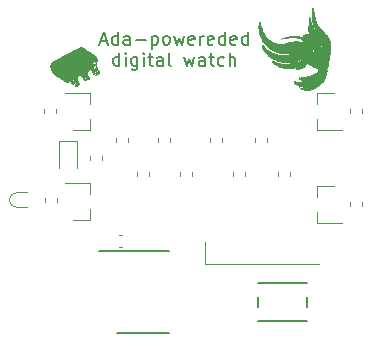
<source format=gbr>
G04 #@! TF.GenerationSoftware,KiCad,Pcbnew,5.99.0-unknown-r19130-2af6d01f*
G04 #@! TF.CreationDate,2020-08-04T10:25:43+02:00*
G04 #@! TF.ProjectId,ada-watch,6164612d-7761-4746-9368-2e6b69636164,rev?*
G04 #@! TF.SameCoordinates,Original*
G04 #@! TF.FileFunction,Legend,Top*
G04 #@! TF.FilePolarity,Positive*
%FSLAX46Y46*%
G04 Gerber Fmt 4.6, Leading zero omitted, Abs format (unit mm)*
G04 Created by KiCad (PCBNEW 5.99.0-unknown-r19130-2af6d01f) date 2020-08-04 10:25:43*
%MOMM*%
%LPD*%
G01*
G04 APERTURE LIST*
%ADD10C,0.175000*%
%ADD11C,0.120000*%
%ADD12C,0.011561*%
%ADD13C,0.011260*%
%ADD14C,0.003591*%
%ADD15C,0.002475*%
%ADD16C,0.002312*%
%ADD17C,0.002372*%
%ADD18C,0.002613*%
%ADD19C,0.002872*%
%ADD20C,0.002469*%
%ADD21C,0.002385*%
%ADD22C,0.150000*%
%ADD23C,0.200000*%
%ADD24C,0.100000*%
G04 APERTURE END LIST*
D10*
X140171476Y-92579333D02*
X140695285Y-92579333D01*
X140066714Y-92893619D02*
X140433380Y-91793619D01*
X140800047Y-92893619D01*
X141638142Y-92893619D02*
X141638142Y-91793619D01*
X141638142Y-92841238D02*
X141533380Y-92893619D01*
X141323857Y-92893619D01*
X141219095Y-92841238D01*
X141166714Y-92788857D01*
X141114333Y-92684095D01*
X141114333Y-92369809D01*
X141166714Y-92265047D01*
X141219095Y-92212666D01*
X141323857Y-92160285D01*
X141533380Y-92160285D01*
X141638142Y-92212666D01*
X142633380Y-92893619D02*
X142633380Y-92317428D01*
X142581000Y-92212666D01*
X142476238Y-92160285D01*
X142266714Y-92160285D01*
X142161952Y-92212666D01*
X142633380Y-92841238D02*
X142528619Y-92893619D01*
X142266714Y-92893619D01*
X142161952Y-92841238D01*
X142109571Y-92736476D01*
X142109571Y-92631714D01*
X142161952Y-92526952D01*
X142266714Y-92474571D01*
X142528619Y-92474571D01*
X142633380Y-92422190D01*
X143157190Y-92474571D02*
X143995285Y-92474571D01*
X144519095Y-92160285D02*
X144519095Y-93260285D01*
X144519095Y-92212666D02*
X144623857Y-92160285D01*
X144833380Y-92160285D01*
X144938142Y-92212666D01*
X144990523Y-92265047D01*
X145042904Y-92369809D01*
X145042904Y-92684095D01*
X144990523Y-92788857D01*
X144938142Y-92841238D01*
X144833380Y-92893619D01*
X144623857Y-92893619D01*
X144519095Y-92841238D01*
X145671476Y-92893619D02*
X145566714Y-92841238D01*
X145514333Y-92788857D01*
X145461952Y-92684095D01*
X145461952Y-92369809D01*
X145514333Y-92265047D01*
X145566714Y-92212666D01*
X145671476Y-92160285D01*
X145828619Y-92160285D01*
X145933380Y-92212666D01*
X145985761Y-92265047D01*
X146038142Y-92369809D01*
X146038142Y-92684095D01*
X145985761Y-92788857D01*
X145933380Y-92841238D01*
X145828619Y-92893619D01*
X145671476Y-92893619D01*
X146404809Y-92160285D02*
X146614333Y-92893619D01*
X146823857Y-92369809D01*
X147033380Y-92893619D01*
X147242904Y-92160285D01*
X148081000Y-92841238D02*
X147976238Y-92893619D01*
X147766714Y-92893619D01*
X147661952Y-92841238D01*
X147609571Y-92736476D01*
X147609571Y-92317428D01*
X147661952Y-92212666D01*
X147766714Y-92160285D01*
X147976238Y-92160285D01*
X148081000Y-92212666D01*
X148133380Y-92317428D01*
X148133380Y-92422190D01*
X147609571Y-92526952D01*
X148604809Y-92893619D02*
X148604809Y-92160285D01*
X148604809Y-92369809D02*
X148657190Y-92265047D01*
X148709571Y-92212666D01*
X148814333Y-92160285D01*
X148919095Y-92160285D01*
X149704809Y-92841238D02*
X149600047Y-92893619D01*
X149390523Y-92893619D01*
X149285761Y-92841238D01*
X149233380Y-92736476D01*
X149233380Y-92317428D01*
X149285761Y-92212666D01*
X149390523Y-92160285D01*
X149600047Y-92160285D01*
X149704809Y-92212666D01*
X149757190Y-92317428D01*
X149757190Y-92422190D01*
X149233380Y-92526952D01*
X150700047Y-92893619D02*
X150700047Y-91793619D01*
X150700047Y-92841238D02*
X150595285Y-92893619D01*
X150385761Y-92893619D01*
X150281000Y-92841238D01*
X150228619Y-92788857D01*
X150176238Y-92684095D01*
X150176238Y-92369809D01*
X150228619Y-92265047D01*
X150281000Y-92212666D01*
X150385761Y-92160285D01*
X150595285Y-92160285D01*
X150700047Y-92212666D01*
X151642904Y-92841238D02*
X151538142Y-92893619D01*
X151328619Y-92893619D01*
X151223857Y-92841238D01*
X151171476Y-92736476D01*
X151171476Y-92317428D01*
X151223857Y-92212666D01*
X151328619Y-92160285D01*
X151538142Y-92160285D01*
X151642904Y-92212666D01*
X151695285Y-92317428D01*
X151695285Y-92422190D01*
X151171476Y-92526952D01*
X152638142Y-92893619D02*
X152638142Y-91793619D01*
X152638142Y-92841238D02*
X152533380Y-92893619D01*
X152323857Y-92893619D01*
X152219095Y-92841238D01*
X152166714Y-92788857D01*
X152114333Y-92684095D01*
X152114333Y-92369809D01*
X152166714Y-92265047D01*
X152219095Y-92212666D01*
X152323857Y-92160285D01*
X152533380Y-92160285D01*
X152638142Y-92212666D01*
X141769095Y-94664619D02*
X141769095Y-93564619D01*
X141769095Y-94612238D02*
X141664333Y-94664619D01*
X141454809Y-94664619D01*
X141350047Y-94612238D01*
X141297666Y-94559857D01*
X141245285Y-94455095D01*
X141245285Y-94140809D01*
X141297666Y-94036047D01*
X141350047Y-93983666D01*
X141454809Y-93931285D01*
X141664333Y-93931285D01*
X141769095Y-93983666D01*
X142292904Y-94664619D02*
X142292904Y-93931285D01*
X142292904Y-93564619D02*
X142240523Y-93617000D01*
X142292904Y-93669380D01*
X142345285Y-93617000D01*
X142292904Y-93564619D01*
X142292904Y-93669380D01*
X143288142Y-93931285D02*
X143288142Y-94821761D01*
X143235761Y-94926523D01*
X143183380Y-94978904D01*
X143078619Y-95031285D01*
X142921476Y-95031285D01*
X142816714Y-94978904D01*
X143288142Y-94612238D02*
X143183380Y-94664619D01*
X142973857Y-94664619D01*
X142869095Y-94612238D01*
X142816714Y-94559857D01*
X142764333Y-94455095D01*
X142764333Y-94140809D01*
X142816714Y-94036047D01*
X142869095Y-93983666D01*
X142973857Y-93931285D01*
X143183380Y-93931285D01*
X143288142Y-93983666D01*
X143811952Y-94664619D02*
X143811952Y-93931285D01*
X143811952Y-93564619D02*
X143759571Y-93617000D01*
X143811952Y-93669380D01*
X143864333Y-93617000D01*
X143811952Y-93564619D01*
X143811952Y-93669380D01*
X144178619Y-93931285D02*
X144597666Y-93931285D01*
X144335761Y-93564619D02*
X144335761Y-94507476D01*
X144388142Y-94612238D01*
X144492904Y-94664619D01*
X144597666Y-94664619D01*
X145435761Y-94664619D02*
X145435761Y-94088428D01*
X145383380Y-93983666D01*
X145278619Y-93931285D01*
X145069095Y-93931285D01*
X144964333Y-93983666D01*
X145435761Y-94612238D02*
X145331000Y-94664619D01*
X145069095Y-94664619D01*
X144964333Y-94612238D01*
X144911952Y-94507476D01*
X144911952Y-94402714D01*
X144964333Y-94297952D01*
X145069095Y-94245571D01*
X145331000Y-94245571D01*
X145435761Y-94193190D01*
X146116714Y-94664619D02*
X146011952Y-94612238D01*
X145959571Y-94507476D01*
X145959571Y-93564619D01*
X147269095Y-93931285D02*
X147478619Y-94664619D01*
X147688142Y-94140809D01*
X147897666Y-94664619D01*
X148107190Y-93931285D01*
X148997666Y-94664619D02*
X148997666Y-94088428D01*
X148945285Y-93983666D01*
X148840523Y-93931285D01*
X148631000Y-93931285D01*
X148526238Y-93983666D01*
X148997666Y-94612238D02*
X148892904Y-94664619D01*
X148631000Y-94664619D01*
X148526238Y-94612238D01*
X148473857Y-94507476D01*
X148473857Y-94402714D01*
X148526238Y-94297952D01*
X148631000Y-94245571D01*
X148892904Y-94245571D01*
X148997666Y-94193190D01*
X149364333Y-93931285D02*
X149783380Y-93931285D01*
X149521476Y-93564619D02*
X149521476Y-94507476D01*
X149573857Y-94612238D01*
X149678619Y-94664619D01*
X149783380Y-94664619D01*
X150621476Y-94612238D02*
X150516714Y-94664619D01*
X150307190Y-94664619D01*
X150202428Y-94612238D01*
X150150047Y-94559857D01*
X150097666Y-94455095D01*
X150097666Y-94140809D01*
X150150047Y-94036047D01*
X150202428Y-93983666D01*
X150307190Y-93931285D01*
X150516714Y-93931285D01*
X150621476Y-93983666D01*
X151092904Y-94664619D02*
X151092904Y-93564619D01*
X151564333Y-94664619D02*
X151564333Y-94088428D01*
X151511952Y-93983666D01*
X151407190Y-93931285D01*
X151250047Y-93931285D01*
X151145285Y-93983666D01*
X151092904Y-94036047D01*
D11*
X148991000Y-111509000D02*
X158691000Y-111509000D01*
X148991000Y-109609000D02*
X148991000Y-111509000D01*
G36*
X137941073Y-95260811D02*
G01*
X137949607Y-95262700D01*
X137957248Y-95265666D01*
X137963916Y-95269763D01*
X137969530Y-95275049D01*
X137974010Y-95281579D01*
X137977275Y-95289410D01*
X137979245Y-95298598D01*
X137979839Y-95309198D01*
X137988385Y-95314589D01*
X137995951Y-95320004D01*
X138002574Y-95325439D01*
X138008292Y-95330886D01*
X138013140Y-95336339D01*
X138017157Y-95341792D01*
X138020379Y-95347239D01*
X138022843Y-95352673D01*
X138024586Y-95358088D01*
X138025645Y-95363477D01*
X138026058Y-95368835D01*
X138025860Y-95374154D01*
X138025090Y-95379429D01*
X138023784Y-95384653D01*
X138021979Y-95389821D01*
X138019713Y-95394924D01*
X138017021Y-95399958D01*
X138013942Y-95404916D01*
X138010512Y-95409792D01*
X138006768Y-95414579D01*
X137998487Y-95423861D01*
X137989394Y-95432712D01*
X137979786Y-95441082D01*
X137969960Y-95448919D01*
X137960210Y-95456174D01*
X137950832Y-95462796D01*
X137939702Y-95458568D01*
X137928833Y-95454892D01*
X137918436Y-95451844D01*
X137908722Y-95449499D01*
X137899901Y-95447934D01*
X137895891Y-95447468D01*
X137892184Y-95447225D01*
X137888804Y-95447216D01*
X137885780Y-95447449D01*
X137883137Y-95447935D01*
X137880901Y-95448682D01*
X137879099Y-95449700D01*
X137877757Y-95450999D01*
X137876901Y-95452588D01*
X137876558Y-95454478D01*
X137876753Y-95456676D01*
X137877514Y-95459193D01*
X137878867Y-95462039D01*
X137880837Y-95465223D01*
X137883452Y-95468754D01*
X137886737Y-95472642D01*
X137890719Y-95476896D01*
X137895424Y-95481527D01*
X137900878Y-95486543D01*
X137907108Y-95491954D01*
X137914140Y-95497770D01*
X137921999Y-95503999D01*
X137891799Y-95507184D01*
X137860599Y-95508076D01*
X137848411Y-95510325D01*
X137836939Y-95512147D01*
X137826152Y-95513547D01*
X137816021Y-95514531D01*
X137806517Y-95515101D01*
X137797608Y-95515264D01*
X137789266Y-95515025D01*
X137781461Y-95514388D01*
X137774162Y-95513358D01*
X137767341Y-95511939D01*
X137760968Y-95510138D01*
X137755012Y-95507958D01*
X137749444Y-95505404D01*
X137744234Y-95502482D01*
X137739353Y-95499196D01*
X137734770Y-95495550D01*
X137730456Y-95491551D01*
X137726381Y-95487202D01*
X137722516Y-95482509D01*
X137718830Y-95477476D01*
X137711879Y-95466411D01*
X137705288Y-95454045D01*
X137698821Y-95440418D01*
X137692238Y-95425568D01*
X137677776Y-95392354D01*
X137683582Y-95385256D01*
X137690426Y-95377887D01*
X137706913Y-95362560D01*
X137726591Y-95346823D01*
X137748818Y-95331124D01*
X137772949Y-95315914D01*
X137798339Y-95301640D01*
X137824346Y-95288752D01*
X137850324Y-95277698D01*
X137863102Y-95273000D01*
X137875630Y-95268928D01*
X137887830Y-95265540D01*
X137899620Y-95262891D01*
X137910919Y-95261038D01*
X137921649Y-95260036D01*
X137931726Y-95259941D01*
X137941073Y-95260811D01*
G37*
D12*
X137941073Y-95260811D02*
X137949607Y-95262700D01*
X137957248Y-95265666D01*
X137963916Y-95269763D01*
X137969530Y-95275049D01*
X137974010Y-95281579D01*
X137977275Y-95289410D01*
X137979245Y-95298598D01*
X137979839Y-95309198D01*
X137988385Y-95314589D01*
X137995951Y-95320004D01*
X138002574Y-95325439D01*
X138008292Y-95330886D01*
X138013140Y-95336339D01*
X138017157Y-95341792D01*
X138020379Y-95347239D01*
X138022843Y-95352673D01*
X138024586Y-95358088D01*
X138025645Y-95363477D01*
X138026058Y-95368835D01*
X138025860Y-95374154D01*
X138025090Y-95379429D01*
X138023784Y-95384653D01*
X138021979Y-95389821D01*
X138019713Y-95394924D01*
X138017021Y-95399958D01*
X138013942Y-95404916D01*
X138010512Y-95409792D01*
X138006768Y-95414579D01*
X137998487Y-95423861D01*
X137989394Y-95432712D01*
X137979786Y-95441082D01*
X137969960Y-95448919D01*
X137960210Y-95456174D01*
X137950832Y-95462796D01*
X137939702Y-95458568D01*
X137928833Y-95454892D01*
X137918436Y-95451844D01*
X137908722Y-95449499D01*
X137899901Y-95447934D01*
X137895891Y-95447468D01*
X137892184Y-95447225D01*
X137888804Y-95447216D01*
X137885780Y-95447449D01*
X137883137Y-95447935D01*
X137880901Y-95448682D01*
X137879099Y-95449700D01*
X137877757Y-95450999D01*
X137876901Y-95452588D01*
X137876558Y-95454478D01*
X137876753Y-95456676D01*
X137877514Y-95459193D01*
X137878867Y-95462039D01*
X137880837Y-95465223D01*
X137883452Y-95468754D01*
X137886737Y-95472642D01*
X137890719Y-95476896D01*
X137895424Y-95481527D01*
X137900878Y-95486543D01*
X137907108Y-95491954D01*
X137914140Y-95497770D01*
X137921999Y-95503999D01*
X137891799Y-95507184D01*
X137860599Y-95508076D01*
X137848411Y-95510325D01*
X137836939Y-95512147D01*
X137826152Y-95513547D01*
X137816021Y-95514531D01*
X137806517Y-95515101D01*
X137797608Y-95515264D01*
X137789266Y-95515025D01*
X137781461Y-95514388D01*
X137774162Y-95513358D01*
X137767341Y-95511939D01*
X137760968Y-95510138D01*
X137755012Y-95507958D01*
X137749444Y-95505404D01*
X137744234Y-95502482D01*
X137739353Y-95499196D01*
X137734770Y-95495550D01*
X137730456Y-95491551D01*
X137726381Y-95487202D01*
X137722516Y-95482509D01*
X137718830Y-95477476D01*
X137711879Y-95466411D01*
X137705288Y-95454045D01*
X137698821Y-95440418D01*
X137692238Y-95425568D01*
X137677776Y-95392354D01*
X137683582Y-95385256D01*
X137690426Y-95377887D01*
X137706913Y-95362560D01*
X137726591Y-95346823D01*
X137748818Y-95331124D01*
X137772949Y-95315914D01*
X137798339Y-95301640D01*
X137824346Y-95288752D01*
X137850324Y-95277698D01*
X137863102Y-95273000D01*
X137875630Y-95268928D01*
X137887830Y-95265540D01*
X137899620Y-95262891D01*
X137910919Y-95261038D01*
X137921649Y-95260036D01*
X137931726Y-95259941D01*
X137941073Y-95260811D01*
G36*
X137922000Y-95504000D02*
G01*
X137921999Y-95503999D01*
X137922000Y-95503999D01*
X137922000Y-95504000D01*
G37*
X137922000Y-95504000D02*
X137921999Y-95503999D01*
X137922000Y-95503999D01*
X137922000Y-95504000D01*
G36*
X138720687Y-94681380D02*
G01*
X138729370Y-94683547D01*
X138737140Y-94687186D01*
X138743931Y-94692385D01*
X138749675Y-94699236D01*
X138754307Y-94707828D01*
X138757760Y-94718252D01*
X138759967Y-94730596D01*
X138760863Y-94744951D01*
X138808148Y-94775069D01*
X138819840Y-94782919D01*
X138831206Y-94791217D01*
X138842106Y-94800121D01*
X138852405Y-94809790D01*
X138857285Y-94814962D01*
X138861964Y-94820384D01*
X138866423Y-94826077D01*
X138870646Y-94832062D01*
X138874615Y-94838357D01*
X138878313Y-94844982D01*
X138881723Y-94851959D01*
X138884828Y-94859305D01*
X138887611Y-94867042D01*
X138890054Y-94875190D01*
X138892140Y-94883767D01*
X138893852Y-94892795D01*
X138895173Y-94902292D01*
X138896085Y-94912279D01*
X138896572Y-94922776D01*
X138896616Y-94933803D01*
X138886928Y-94934635D01*
X138877322Y-94935892D01*
X138867801Y-94937549D01*
X138858368Y-94939578D01*
X138849027Y-94941952D01*
X138839783Y-94944644D01*
X138821595Y-94950876D01*
X138803832Y-94958059D01*
X138786525Y-94965977D01*
X138769699Y-94974415D01*
X138753386Y-94983159D01*
X138693814Y-95016880D01*
X138680485Y-95023922D01*
X138667838Y-95029977D01*
X138655902Y-95034831D01*
X138650210Y-95036741D01*
X138644706Y-95038269D01*
X138623551Y-95030023D01*
X138591538Y-95036824D01*
X138589848Y-95037174D01*
X138588377Y-95036656D01*
X138587095Y-95035334D01*
X138585974Y-95033271D01*
X138584095Y-95027177D01*
X138582505Y-95018884D01*
X138579253Y-94997738D01*
X138577122Y-94985903D01*
X138574342Y-94973906D01*
X138570677Y-94962255D01*
X138568440Y-94956720D01*
X138565893Y-94951462D01*
X138563009Y-94946545D01*
X138559757Y-94942033D01*
X138556107Y-94937991D01*
X138552031Y-94934480D01*
X138547500Y-94931566D01*
X138542484Y-94929311D01*
X138536953Y-94927780D01*
X138530878Y-94927036D01*
X138524231Y-94927142D01*
X138516981Y-94928163D01*
X138509100Y-94930162D01*
X138500557Y-94933202D01*
X138511997Y-94949107D01*
X138520769Y-94962108D01*
X138527027Y-94972393D01*
X138530923Y-94980148D01*
X138532033Y-94983135D01*
X138532610Y-94985559D01*
X138532673Y-94987443D01*
X138532241Y-94988811D01*
X138531333Y-94989686D01*
X138529969Y-94990092D01*
X138528167Y-94990051D01*
X138525946Y-94989587D01*
X138520325Y-94987483D01*
X138513259Y-94983966D01*
X138504900Y-94979222D01*
X138495402Y-94973438D01*
X138449071Y-94943618D01*
X138455812Y-94932894D01*
X138461112Y-94923538D01*
X138465062Y-94915462D01*
X138467757Y-94908575D01*
X138469289Y-94902789D01*
X138469752Y-94898014D01*
X138469239Y-94894162D01*
X138467842Y-94891144D01*
X138465654Y-94888869D01*
X138462769Y-94887250D01*
X138459281Y-94886196D01*
X138455280Y-94885619D01*
X138446119Y-94885539D01*
X138436030Y-94886296D01*
X138425757Y-94887178D01*
X138416045Y-94887471D01*
X138411632Y-94887173D01*
X138407638Y-94886462D01*
X138404157Y-94885246D01*
X138401282Y-94883437D01*
X138399105Y-94880947D01*
X138397720Y-94877685D01*
X138397219Y-94873563D01*
X138397696Y-94868491D01*
X138399244Y-94862381D01*
X138401957Y-94855143D01*
X138405925Y-94846688D01*
X138411244Y-94836928D01*
X138433227Y-94823914D01*
X138457674Y-94808512D01*
X138511836Y-94773417D01*
X138540486Y-94755165D01*
X138569473Y-94737401D01*
X138598265Y-94720846D01*
X138626331Y-94706218D01*
X138639925Y-94699853D01*
X138653138Y-94694239D01*
X138665903Y-94689466D01*
X138678154Y-94685626D01*
X138689824Y-94682807D01*
X138700848Y-94681100D01*
X138711157Y-94680594D01*
X138720687Y-94681380D01*
G37*
X138720687Y-94681380D02*
X138729370Y-94683547D01*
X138737140Y-94687186D01*
X138743931Y-94692385D01*
X138749675Y-94699236D01*
X138754307Y-94707828D01*
X138757760Y-94718252D01*
X138759967Y-94730596D01*
X138760863Y-94744951D01*
X138808148Y-94775069D01*
X138819840Y-94782919D01*
X138831206Y-94791217D01*
X138842106Y-94800121D01*
X138852405Y-94809790D01*
X138857285Y-94814962D01*
X138861964Y-94820384D01*
X138866423Y-94826077D01*
X138870646Y-94832062D01*
X138874615Y-94838357D01*
X138878313Y-94844982D01*
X138881723Y-94851959D01*
X138884828Y-94859305D01*
X138887611Y-94867042D01*
X138890054Y-94875190D01*
X138892140Y-94883767D01*
X138893852Y-94892795D01*
X138895173Y-94902292D01*
X138896085Y-94912279D01*
X138896572Y-94922776D01*
X138896616Y-94933803D01*
X138886928Y-94934635D01*
X138877322Y-94935892D01*
X138867801Y-94937549D01*
X138858368Y-94939578D01*
X138849027Y-94941952D01*
X138839783Y-94944644D01*
X138821595Y-94950876D01*
X138803832Y-94958059D01*
X138786525Y-94965977D01*
X138769699Y-94974415D01*
X138753386Y-94983159D01*
X138693814Y-95016880D01*
X138680485Y-95023922D01*
X138667838Y-95029977D01*
X138655902Y-95034831D01*
X138650210Y-95036741D01*
X138644706Y-95038269D01*
X138623551Y-95030023D01*
X138591538Y-95036824D01*
X138589848Y-95037174D01*
X138588377Y-95036656D01*
X138587095Y-95035334D01*
X138585974Y-95033271D01*
X138584095Y-95027177D01*
X138582505Y-95018884D01*
X138579253Y-94997738D01*
X138577122Y-94985903D01*
X138574342Y-94973906D01*
X138570677Y-94962255D01*
X138568440Y-94956720D01*
X138565893Y-94951462D01*
X138563009Y-94946545D01*
X138559757Y-94942033D01*
X138556107Y-94937991D01*
X138552031Y-94934480D01*
X138547500Y-94931566D01*
X138542484Y-94929311D01*
X138536953Y-94927780D01*
X138530878Y-94927036D01*
X138524231Y-94927142D01*
X138516981Y-94928163D01*
X138509100Y-94930162D01*
X138500557Y-94933202D01*
X138511997Y-94949107D01*
X138520769Y-94962108D01*
X138527027Y-94972393D01*
X138530923Y-94980148D01*
X138532033Y-94983135D01*
X138532610Y-94985559D01*
X138532673Y-94987443D01*
X138532241Y-94988811D01*
X138531333Y-94989686D01*
X138529969Y-94990092D01*
X138528167Y-94990051D01*
X138525946Y-94989587D01*
X138520325Y-94987483D01*
X138513259Y-94983966D01*
X138504900Y-94979222D01*
X138495402Y-94973438D01*
X138449071Y-94943618D01*
X138455812Y-94932894D01*
X138461112Y-94923538D01*
X138465062Y-94915462D01*
X138467757Y-94908575D01*
X138469289Y-94902789D01*
X138469752Y-94898014D01*
X138469239Y-94894162D01*
X138467842Y-94891144D01*
X138465654Y-94888869D01*
X138462769Y-94887250D01*
X138459281Y-94886196D01*
X138455280Y-94885619D01*
X138446119Y-94885539D01*
X138436030Y-94886296D01*
X138425757Y-94887178D01*
X138416045Y-94887471D01*
X138411632Y-94887173D01*
X138407638Y-94886462D01*
X138404157Y-94885246D01*
X138401282Y-94883437D01*
X138399105Y-94880947D01*
X138397720Y-94877685D01*
X138397219Y-94873563D01*
X138397696Y-94868491D01*
X138399244Y-94862381D01*
X138401957Y-94855143D01*
X138405925Y-94846688D01*
X138411244Y-94836928D01*
X138433227Y-94823914D01*
X138457674Y-94808512D01*
X138511836Y-94773417D01*
X138540486Y-94755165D01*
X138569473Y-94737401D01*
X138598265Y-94720846D01*
X138626331Y-94706218D01*
X138639925Y-94699853D01*
X138653138Y-94694239D01*
X138665903Y-94689466D01*
X138678154Y-94685626D01*
X138689824Y-94682807D01*
X138700848Y-94681100D01*
X138711157Y-94680594D01*
X138720687Y-94681380D01*
G36*
X137826561Y-95156631D02*
G01*
X137834593Y-95158571D01*
X137841989Y-95161464D01*
X137848725Y-95165184D01*
X137854778Y-95169606D01*
X137860122Y-95174604D01*
X137864734Y-95180051D01*
X137868588Y-95185823D01*
X137871662Y-95191792D01*
X137873929Y-95197834D01*
X137875366Y-95203823D01*
X137875948Y-95209633D01*
X137875651Y-95215137D01*
X137874451Y-95220211D01*
X137872323Y-95224728D01*
X137869243Y-95228563D01*
X137865185Y-95231590D01*
X137860127Y-95233682D01*
X137854043Y-95234715D01*
X137846910Y-95234562D01*
X137838702Y-95233098D01*
X137829395Y-95230196D01*
X137818965Y-95225731D01*
X137807387Y-95219578D01*
X137794638Y-95211610D01*
X137796999Y-95219796D01*
X137797727Y-95227142D01*
X137796946Y-95233703D01*
X137794777Y-95239533D01*
X137791343Y-95244686D01*
X137786766Y-95249217D01*
X137781169Y-95253181D01*
X137774674Y-95256632D01*
X137767404Y-95259624D01*
X137759480Y-95262212D01*
X137742164Y-95266395D01*
X137723704Y-95269615D01*
X137705079Y-95272309D01*
X137687270Y-95274912D01*
X137671255Y-95277861D01*
X137658014Y-95281591D01*
X137652739Y-95283886D01*
X137648525Y-95286539D01*
X137645494Y-95289606D01*
X137643769Y-95293140D01*
X137643471Y-95297197D01*
X137644724Y-95301830D01*
X137647649Y-95307095D01*
X137652369Y-95313046D01*
X137659007Y-95319737D01*
X137667685Y-95327222D01*
X137651430Y-95325278D01*
X137637195Y-95323036D01*
X137624897Y-95320509D01*
X137614454Y-95317714D01*
X137605784Y-95314665D01*
X137598806Y-95311376D01*
X137593437Y-95307863D01*
X137589596Y-95304141D01*
X137587199Y-95300224D01*
X137586166Y-95296127D01*
X137586414Y-95291865D01*
X137587862Y-95287452D01*
X137590427Y-95282905D01*
X137594027Y-95278236D01*
X137598580Y-95273463D01*
X137604005Y-95268598D01*
X137617140Y-95258655D01*
X137632776Y-95248528D01*
X137650257Y-95238333D01*
X137668928Y-95228191D01*
X137742379Y-95190519D01*
X137754612Y-95180305D01*
X137766406Y-95172051D01*
X137777734Y-95165630D01*
X137788575Y-95160918D01*
X137798902Y-95157787D01*
X137808692Y-95156113D01*
X137817920Y-95155770D01*
X137826561Y-95156631D01*
G37*
X137826561Y-95156631D02*
X137834593Y-95158571D01*
X137841989Y-95161464D01*
X137848725Y-95165184D01*
X137854778Y-95169606D01*
X137860122Y-95174604D01*
X137864734Y-95180051D01*
X137868588Y-95185823D01*
X137871662Y-95191792D01*
X137873929Y-95197834D01*
X137875366Y-95203823D01*
X137875948Y-95209633D01*
X137875651Y-95215137D01*
X137874451Y-95220211D01*
X137872323Y-95224728D01*
X137869243Y-95228563D01*
X137865185Y-95231590D01*
X137860127Y-95233682D01*
X137854043Y-95234715D01*
X137846910Y-95234562D01*
X137838702Y-95233098D01*
X137829395Y-95230196D01*
X137818965Y-95225731D01*
X137807387Y-95219578D01*
X137794638Y-95211610D01*
X137796999Y-95219796D01*
X137797727Y-95227142D01*
X137796946Y-95233703D01*
X137794777Y-95239533D01*
X137791343Y-95244686D01*
X137786766Y-95249217D01*
X137781169Y-95253181D01*
X137774674Y-95256632D01*
X137767404Y-95259624D01*
X137759480Y-95262212D01*
X137742164Y-95266395D01*
X137723704Y-95269615D01*
X137705079Y-95272309D01*
X137687270Y-95274912D01*
X137671255Y-95277861D01*
X137658014Y-95281591D01*
X137652739Y-95283886D01*
X137648525Y-95286539D01*
X137645494Y-95289606D01*
X137643769Y-95293140D01*
X137643471Y-95297197D01*
X137644724Y-95301830D01*
X137647649Y-95307095D01*
X137652369Y-95313046D01*
X137659007Y-95319737D01*
X137667685Y-95327222D01*
X137651430Y-95325278D01*
X137637195Y-95323036D01*
X137624897Y-95320509D01*
X137614454Y-95317714D01*
X137605784Y-95314665D01*
X137598806Y-95311376D01*
X137593437Y-95307863D01*
X137589596Y-95304141D01*
X137587199Y-95300224D01*
X137586166Y-95296127D01*
X137586414Y-95291865D01*
X137587862Y-95287452D01*
X137590427Y-95282905D01*
X137594027Y-95278236D01*
X137598580Y-95273463D01*
X137604005Y-95268598D01*
X137617140Y-95258655D01*
X137632776Y-95248528D01*
X137650257Y-95238333D01*
X137668928Y-95228191D01*
X137742379Y-95190519D01*
X137754612Y-95180305D01*
X137766406Y-95172051D01*
X137777734Y-95165630D01*
X137788575Y-95160918D01*
X137798902Y-95157787D01*
X137808692Y-95156113D01*
X137817920Y-95155770D01*
X137826561Y-95156631D01*
G36*
X138686904Y-94785705D02*
G01*
X138690467Y-94786575D01*
X138694179Y-94787878D01*
X138697963Y-94789553D01*
X138705453Y-94793776D01*
X138712338Y-94798757D01*
X138718021Y-94804008D01*
X138720225Y-94806583D01*
X138721903Y-94809042D01*
X138722981Y-94811326D01*
X138723385Y-94813373D01*
X138723038Y-94815122D01*
X138721868Y-94816513D01*
X138719798Y-94817484D01*
X138716755Y-94817974D01*
X138712662Y-94817923D01*
X138707446Y-94817270D01*
X138701032Y-94815953D01*
X138693344Y-94813912D01*
X138684308Y-94811086D01*
X138673850Y-94807415D01*
X138673850Y-94807416D01*
X138672713Y-94801648D01*
X138672397Y-94796860D01*
X138672828Y-94792993D01*
X138673931Y-94789985D01*
X138675631Y-94787776D01*
X138677853Y-94786304D01*
X138680522Y-94785509D01*
X138683564Y-94785330D01*
X138686904Y-94785705D01*
G37*
X138686904Y-94785705D02*
X138690467Y-94786575D01*
X138694179Y-94787878D01*
X138697963Y-94789553D01*
X138705453Y-94793776D01*
X138712338Y-94798757D01*
X138718021Y-94804008D01*
X138720225Y-94806583D01*
X138721903Y-94809042D01*
X138722981Y-94811326D01*
X138723385Y-94813373D01*
X138723038Y-94815122D01*
X138721868Y-94816513D01*
X138719798Y-94817484D01*
X138716755Y-94817974D01*
X138712662Y-94817923D01*
X138707446Y-94817270D01*
X138701032Y-94815953D01*
X138693344Y-94813912D01*
X138684308Y-94811086D01*
X138673850Y-94807415D01*
X138673850Y-94807416D01*
X138672713Y-94801648D01*
X138672397Y-94796860D01*
X138672828Y-94792993D01*
X138673931Y-94789985D01*
X138675631Y-94787776D01*
X138677853Y-94786304D01*
X138680522Y-94785509D01*
X138683564Y-94785330D01*
X138686904Y-94785705D01*
G36*
X139504772Y-94255126D02*
G01*
X139507297Y-94256791D01*
X139508065Y-94259279D01*
X139506892Y-94262640D01*
X139503595Y-94266922D01*
X139497988Y-94272177D01*
X139479111Y-94285803D01*
X139448788Y-94303916D01*
X139457812Y-94303177D01*
X139465490Y-94302926D01*
X139471884Y-94303136D01*
X139477059Y-94303778D01*
X139481077Y-94304827D01*
X139484001Y-94306253D01*
X139485895Y-94308028D01*
X139486822Y-94310126D01*
X139486844Y-94312519D01*
X139486024Y-94315177D01*
X139484427Y-94318075D01*
X139482115Y-94321184D01*
X139475599Y-94327924D01*
X139466980Y-94335176D01*
X139456763Y-94342718D01*
X139445454Y-94350327D01*
X139433558Y-94357783D01*
X139421578Y-94364862D01*
X139399392Y-94377004D01*
X139382933Y-94384979D01*
X139382209Y-94386571D01*
X139381387Y-94388067D01*
X139380474Y-94389470D01*
X139379473Y-94390783D01*
X139378390Y-94392008D01*
X139377229Y-94393148D01*
X139375997Y-94394205D01*
X139374696Y-94395182D01*
X139373334Y-94396082D01*
X139371913Y-94396906D01*
X139370441Y-94397658D01*
X139368920Y-94398339D01*
X139365756Y-94399501D01*
X139362461Y-94400413D01*
X139359073Y-94401095D01*
X139355634Y-94401566D01*
X139352182Y-94401848D01*
X139348757Y-94401959D01*
X139345398Y-94401921D01*
X139342145Y-94401753D01*
X139339037Y-94401475D01*
X139336115Y-94401107D01*
X139325414Y-94397661D01*
X139316840Y-94394234D01*
X139310259Y-94390829D01*
X139305538Y-94387455D01*
X139302542Y-94384116D01*
X139301139Y-94380818D01*
X139301193Y-94377568D01*
X139302572Y-94374371D01*
X139305142Y-94371234D01*
X139308769Y-94368161D01*
X139318657Y-94362235D01*
X139331169Y-94356640D01*
X139345233Y-94351424D01*
X139395611Y-94335289D01*
X139401385Y-94332674D01*
X139402514Y-94331612D01*
X139402291Y-94330721D01*
X139400585Y-94330008D01*
X139397260Y-94329478D01*
X139385219Y-94328991D01*
X139377343Y-94325519D01*
X139371944Y-94321721D01*
X139368838Y-94317648D01*
X139367841Y-94313348D01*
X139368769Y-94308873D01*
X139371437Y-94304271D01*
X139375663Y-94299593D01*
X139381261Y-94294889D01*
X139395838Y-94285602D01*
X139413698Y-94276809D01*
X139433366Y-94268909D01*
X139453370Y-94262302D01*
X139472238Y-94257388D01*
X139488497Y-94254565D01*
X139500674Y-94254233D01*
X139504772Y-94255126D01*
G37*
X139504772Y-94255126D02*
X139507297Y-94256791D01*
X139508065Y-94259279D01*
X139506892Y-94262640D01*
X139503595Y-94266922D01*
X139497988Y-94272177D01*
X139479111Y-94285803D01*
X139448788Y-94303916D01*
X139457812Y-94303177D01*
X139465490Y-94302926D01*
X139471884Y-94303136D01*
X139477059Y-94303778D01*
X139481077Y-94304827D01*
X139484001Y-94306253D01*
X139485895Y-94308028D01*
X139486822Y-94310126D01*
X139486844Y-94312519D01*
X139486024Y-94315177D01*
X139484427Y-94318075D01*
X139482115Y-94321184D01*
X139475599Y-94327924D01*
X139466980Y-94335176D01*
X139456763Y-94342718D01*
X139445454Y-94350327D01*
X139433558Y-94357783D01*
X139421578Y-94364862D01*
X139399392Y-94377004D01*
X139382933Y-94384979D01*
X139382209Y-94386571D01*
X139381387Y-94388067D01*
X139380474Y-94389470D01*
X139379473Y-94390783D01*
X139378390Y-94392008D01*
X139377229Y-94393148D01*
X139375997Y-94394205D01*
X139374696Y-94395182D01*
X139373334Y-94396082D01*
X139371913Y-94396906D01*
X139370441Y-94397658D01*
X139368920Y-94398339D01*
X139365756Y-94399501D01*
X139362461Y-94400413D01*
X139359073Y-94401095D01*
X139355634Y-94401566D01*
X139352182Y-94401848D01*
X139348757Y-94401959D01*
X139345398Y-94401921D01*
X139342145Y-94401753D01*
X139339037Y-94401475D01*
X139336115Y-94401107D01*
X139325414Y-94397661D01*
X139316840Y-94394234D01*
X139310259Y-94390829D01*
X139305538Y-94387455D01*
X139302542Y-94384116D01*
X139301139Y-94380818D01*
X139301193Y-94377568D01*
X139302572Y-94374371D01*
X139305142Y-94371234D01*
X139308769Y-94368161D01*
X139318657Y-94362235D01*
X139331169Y-94356640D01*
X139345233Y-94351424D01*
X139395611Y-94335289D01*
X139401385Y-94332674D01*
X139402514Y-94331612D01*
X139402291Y-94330721D01*
X139400585Y-94330008D01*
X139397260Y-94329478D01*
X139385219Y-94328991D01*
X139377343Y-94325519D01*
X139371944Y-94321721D01*
X139368838Y-94317648D01*
X139367841Y-94313348D01*
X139368769Y-94308873D01*
X139371437Y-94304271D01*
X139375663Y-94299593D01*
X139381261Y-94294889D01*
X139395838Y-94285602D01*
X139413698Y-94276809D01*
X139433366Y-94268909D01*
X139453370Y-94262302D01*
X139472238Y-94257388D01*
X139488497Y-94254565D01*
X139500674Y-94254233D01*
X139504772Y-94255126D01*
G36*
X138672290Y-95091832D02*
G01*
X138664729Y-95092722D01*
X138658302Y-95093954D01*
X138652934Y-95095503D01*
X138648553Y-95097344D01*
X138645084Y-95099451D01*
X138642456Y-95101800D01*
X138640594Y-95104365D01*
X138639425Y-95107121D01*
X138638877Y-95110044D01*
X138638874Y-95113108D01*
X138639345Y-95116287D01*
X138640216Y-95119558D01*
X138642863Y-95126270D01*
X138646231Y-95133045D01*
X138649731Y-95139680D01*
X138652777Y-95145976D01*
X138653947Y-95148934D01*
X138654783Y-95151731D01*
X138655213Y-95154343D01*
X138655163Y-95156745D01*
X138654559Y-95158911D01*
X138653329Y-95160816D01*
X138651398Y-95162435D01*
X138648695Y-95163743D01*
X138645144Y-95164715D01*
X138640674Y-95165326D01*
X138635210Y-95165551D01*
X138628680Y-95165364D01*
X138624789Y-95163850D01*
X138621049Y-95162996D01*
X138617451Y-95162753D01*
X138613988Y-95163069D01*
X138610652Y-95163894D01*
X138607435Y-95165175D01*
X138604330Y-95166862D01*
X138601327Y-95168905D01*
X138598420Y-95171251D01*
X138595601Y-95173850D01*
X138590194Y-95179601D01*
X138580086Y-95191890D01*
X138575259Y-95197610D01*
X138570499Y-95202502D01*
X138568125Y-95204510D01*
X138565745Y-95206157D01*
X138563349Y-95207394D01*
X138560932Y-95208167D01*
X138558484Y-95208428D01*
X138555998Y-95208124D01*
X138553466Y-95207204D01*
X138550880Y-95205617D01*
X138548233Y-95203313D01*
X138545516Y-95200240D01*
X138542722Y-95196347D01*
X138539842Y-95191583D01*
X138523621Y-95184803D01*
X138509740Y-95178257D01*
X138498096Y-95171945D01*
X138488586Y-95165867D01*
X138481108Y-95160024D01*
X138475559Y-95154415D01*
X138471836Y-95149041D01*
X138469837Y-95143903D01*
X138469460Y-95139000D01*
X138470601Y-95134332D01*
X138473158Y-95129901D01*
X138477029Y-95125706D01*
X138482111Y-95121748D01*
X138488301Y-95118026D01*
X138503596Y-95111294D01*
X138522094Y-95105513D01*
X138542972Y-95100684D01*
X138565411Y-95096810D01*
X138588591Y-95093892D01*
X138611689Y-95091934D01*
X138633885Y-95090936D01*
X138654359Y-95090901D01*
X138672290Y-95091832D01*
G37*
X138672290Y-95091832D02*
X138664729Y-95092722D01*
X138658302Y-95093954D01*
X138652934Y-95095503D01*
X138648553Y-95097344D01*
X138645084Y-95099451D01*
X138642456Y-95101800D01*
X138640594Y-95104365D01*
X138639425Y-95107121D01*
X138638877Y-95110044D01*
X138638874Y-95113108D01*
X138639345Y-95116287D01*
X138640216Y-95119558D01*
X138642863Y-95126270D01*
X138646231Y-95133045D01*
X138649731Y-95139680D01*
X138652777Y-95145976D01*
X138653947Y-95148934D01*
X138654783Y-95151731D01*
X138655213Y-95154343D01*
X138655163Y-95156745D01*
X138654559Y-95158911D01*
X138653329Y-95160816D01*
X138651398Y-95162435D01*
X138648695Y-95163743D01*
X138645144Y-95164715D01*
X138640674Y-95165326D01*
X138635210Y-95165551D01*
X138628680Y-95165364D01*
X138624789Y-95163850D01*
X138621049Y-95162996D01*
X138617451Y-95162753D01*
X138613988Y-95163069D01*
X138610652Y-95163894D01*
X138607435Y-95165175D01*
X138604330Y-95166862D01*
X138601327Y-95168905D01*
X138598420Y-95171251D01*
X138595601Y-95173850D01*
X138590194Y-95179601D01*
X138580086Y-95191890D01*
X138575259Y-95197610D01*
X138570499Y-95202502D01*
X138568125Y-95204510D01*
X138565745Y-95206157D01*
X138563349Y-95207394D01*
X138560932Y-95208167D01*
X138558484Y-95208428D01*
X138555998Y-95208124D01*
X138553466Y-95207204D01*
X138550880Y-95205617D01*
X138548233Y-95203313D01*
X138545516Y-95200240D01*
X138542722Y-95196347D01*
X138539842Y-95191583D01*
X138523621Y-95184803D01*
X138509740Y-95178257D01*
X138498096Y-95171945D01*
X138488586Y-95165867D01*
X138481108Y-95160024D01*
X138475559Y-95154415D01*
X138471836Y-95149041D01*
X138469837Y-95143903D01*
X138469460Y-95139000D01*
X138470601Y-95134332D01*
X138473158Y-95129901D01*
X138477029Y-95125706D01*
X138482111Y-95121748D01*
X138488301Y-95118026D01*
X138503596Y-95111294D01*
X138522094Y-95105513D01*
X138542972Y-95100684D01*
X138565411Y-95096810D01*
X138588591Y-95093892D01*
X138611689Y-95091934D01*
X138633885Y-95090936D01*
X138654359Y-95090901D01*
X138672290Y-95091832D01*
G36*
X138961647Y-95122236D02*
G01*
X138964926Y-95124478D01*
X138968125Y-95128136D01*
X138971240Y-95133119D01*
X138977213Y-95146698D01*
X138982825Y-95164496D01*
X138988060Y-95185789D01*
X138992900Y-95209856D01*
X138997326Y-95235977D01*
X139004865Y-95291491D01*
X139010536Y-95346560D01*
X139014194Y-95395411D01*
X139015697Y-95432273D01*
X139020126Y-95443271D01*
X139023729Y-95452909D01*
X139026544Y-95461264D01*
X139028609Y-95468410D01*
X139029964Y-95474423D01*
X139030647Y-95479377D01*
X139030697Y-95483349D01*
X139030153Y-95486412D01*
X139029053Y-95488644D01*
X139027436Y-95490118D01*
X139025341Y-95490911D01*
X139022807Y-95491096D01*
X139019871Y-95490751D01*
X139016574Y-95489949D01*
X139009048Y-95487277D01*
X138991352Y-95479772D01*
X138981803Y-95476142D01*
X138976988Y-95474621D01*
X138972199Y-95473397D01*
X138967473Y-95472544D01*
X138962849Y-95472138D01*
X138958366Y-95472254D01*
X138954063Y-95472967D01*
X138949979Y-95474353D01*
X138946152Y-95476487D01*
X138942621Y-95479444D01*
X138939424Y-95483299D01*
X138936175Y-95487445D01*
X138933287Y-95490803D01*
X138930743Y-95493417D01*
X138928525Y-95495332D01*
X138926618Y-95496590D01*
X138925006Y-95497236D01*
X138923670Y-95497314D01*
X138922596Y-95496867D01*
X138921766Y-95495939D01*
X138921164Y-95494573D01*
X138920772Y-95492815D01*
X138920576Y-95490707D01*
X138920700Y-95485617D01*
X138921403Y-95479655D01*
X138922553Y-95473170D01*
X138924017Y-95466513D01*
X138927357Y-95454084D01*
X138928967Y-95449013D01*
X138930361Y-95445171D01*
X138931406Y-95442908D01*
X138931671Y-95442582D01*
X138922806Y-95442794D01*
X138914427Y-95442553D01*
X138906788Y-95441881D01*
X138899845Y-95440812D01*
X138893553Y-95439376D01*
X138887869Y-95437604D01*
X138882748Y-95435528D01*
X138878147Y-95433180D01*
X138874021Y-95430590D01*
X138870327Y-95427790D01*
X138867019Y-95424811D01*
X138864055Y-95421685D01*
X138861391Y-95418443D01*
X138858981Y-95415116D01*
X138854751Y-95408335D01*
X138847415Y-95395134D01*
X138845558Y-95392093D01*
X138843604Y-95389218D01*
X138841509Y-95386540D01*
X138839228Y-95384091D01*
X138836718Y-95381903D01*
X138833934Y-95380006D01*
X138830833Y-95378432D01*
X138827371Y-95377212D01*
X138823503Y-95376378D01*
X138819185Y-95375960D01*
X138814373Y-95375991D01*
X138809024Y-95376502D01*
X138813419Y-95385355D01*
X138815866Y-95393781D01*
X138816502Y-95401762D01*
X138815465Y-95409282D01*
X138812892Y-95416321D01*
X138808920Y-95422863D01*
X138803686Y-95428890D01*
X138797327Y-95434383D01*
X138789980Y-95439326D01*
X138781783Y-95443700D01*
X138772873Y-95447487D01*
X138763387Y-95450671D01*
X138753461Y-95453232D01*
X138743234Y-95455154D01*
X138732842Y-95456418D01*
X138722423Y-95457007D01*
X138712113Y-95456903D01*
X138702050Y-95456088D01*
X138692371Y-95454545D01*
X138683213Y-95452256D01*
X138674713Y-95449203D01*
X138667008Y-95445368D01*
X138660236Y-95440733D01*
X138654534Y-95435281D01*
X138650039Y-95428994D01*
X138646887Y-95421854D01*
X138645217Y-95413844D01*
X138645164Y-95404945D01*
X138646868Y-95395141D01*
X138650464Y-95384412D01*
X138656089Y-95372742D01*
X138663882Y-95360112D01*
X138665977Y-95345680D01*
X138669237Y-95332397D01*
X138673589Y-95320195D01*
X138678962Y-95309004D01*
X138685283Y-95298755D01*
X138692480Y-95289378D01*
X138700482Y-95280805D01*
X138709215Y-95272966D01*
X138718609Y-95265791D01*
X138728592Y-95259212D01*
X138739091Y-95253159D01*
X138750034Y-95247563D01*
X138772965Y-95237465D01*
X138796810Y-95228363D01*
X138844937Y-95210930D01*
X138868067Y-95201491D01*
X138889807Y-95190831D01*
X138899975Y-95184870D01*
X138909580Y-95178397D01*
X138918550Y-95171340D01*
X138926811Y-95163633D01*
X138934294Y-95155204D01*
X138940925Y-95145985D01*
X138946632Y-95135907D01*
X138951344Y-95124900D01*
X138954853Y-95122356D01*
X138958288Y-95121498D01*
X138961647Y-95122236D01*
G37*
X138961647Y-95122236D02*
X138964926Y-95124478D01*
X138968125Y-95128136D01*
X138971240Y-95133119D01*
X138977213Y-95146698D01*
X138982825Y-95164496D01*
X138988060Y-95185789D01*
X138992900Y-95209856D01*
X138997326Y-95235977D01*
X139004865Y-95291491D01*
X139010536Y-95346560D01*
X139014194Y-95395411D01*
X139015697Y-95432273D01*
X139020126Y-95443271D01*
X139023729Y-95452909D01*
X139026544Y-95461264D01*
X139028609Y-95468410D01*
X139029964Y-95474423D01*
X139030647Y-95479377D01*
X139030697Y-95483349D01*
X139030153Y-95486412D01*
X139029053Y-95488644D01*
X139027436Y-95490118D01*
X139025341Y-95490911D01*
X139022807Y-95491096D01*
X139019871Y-95490751D01*
X139016574Y-95489949D01*
X139009048Y-95487277D01*
X138991352Y-95479772D01*
X138981803Y-95476142D01*
X138976988Y-95474621D01*
X138972199Y-95473397D01*
X138967473Y-95472544D01*
X138962849Y-95472138D01*
X138958366Y-95472254D01*
X138954063Y-95472967D01*
X138949979Y-95474353D01*
X138946152Y-95476487D01*
X138942621Y-95479444D01*
X138939424Y-95483299D01*
X138936175Y-95487445D01*
X138933287Y-95490803D01*
X138930743Y-95493417D01*
X138928525Y-95495332D01*
X138926618Y-95496590D01*
X138925006Y-95497236D01*
X138923670Y-95497314D01*
X138922596Y-95496867D01*
X138921766Y-95495939D01*
X138921164Y-95494573D01*
X138920772Y-95492815D01*
X138920576Y-95490707D01*
X138920700Y-95485617D01*
X138921403Y-95479655D01*
X138922553Y-95473170D01*
X138924017Y-95466513D01*
X138927357Y-95454084D01*
X138928967Y-95449013D01*
X138930361Y-95445171D01*
X138931406Y-95442908D01*
X138931671Y-95442582D01*
X138922806Y-95442794D01*
X138914427Y-95442553D01*
X138906788Y-95441881D01*
X138899845Y-95440812D01*
X138893553Y-95439376D01*
X138887869Y-95437604D01*
X138882748Y-95435528D01*
X138878147Y-95433180D01*
X138874021Y-95430590D01*
X138870327Y-95427790D01*
X138867019Y-95424811D01*
X138864055Y-95421685D01*
X138861391Y-95418443D01*
X138858981Y-95415116D01*
X138854751Y-95408335D01*
X138847415Y-95395134D01*
X138845558Y-95392093D01*
X138843604Y-95389218D01*
X138841509Y-95386540D01*
X138839228Y-95384091D01*
X138836718Y-95381903D01*
X138833934Y-95380006D01*
X138830833Y-95378432D01*
X138827371Y-95377212D01*
X138823503Y-95376378D01*
X138819185Y-95375960D01*
X138814373Y-95375991D01*
X138809024Y-95376502D01*
X138813419Y-95385355D01*
X138815866Y-95393781D01*
X138816502Y-95401762D01*
X138815465Y-95409282D01*
X138812892Y-95416321D01*
X138808920Y-95422863D01*
X138803686Y-95428890D01*
X138797327Y-95434383D01*
X138789980Y-95439326D01*
X138781783Y-95443700D01*
X138772873Y-95447487D01*
X138763387Y-95450671D01*
X138753461Y-95453232D01*
X138743234Y-95455154D01*
X138732842Y-95456418D01*
X138722423Y-95457007D01*
X138712113Y-95456903D01*
X138702050Y-95456088D01*
X138692371Y-95454545D01*
X138683213Y-95452256D01*
X138674713Y-95449203D01*
X138667008Y-95445368D01*
X138660236Y-95440733D01*
X138654534Y-95435281D01*
X138650039Y-95428994D01*
X138646887Y-95421854D01*
X138645217Y-95413844D01*
X138645164Y-95404945D01*
X138646868Y-95395141D01*
X138650464Y-95384412D01*
X138656089Y-95372742D01*
X138663882Y-95360112D01*
X138665977Y-95345680D01*
X138669237Y-95332397D01*
X138673589Y-95320195D01*
X138678962Y-95309004D01*
X138685283Y-95298755D01*
X138692480Y-95289378D01*
X138700482Y-95280805D01*
X138709215Y-95272966D01*
X138718609Y-95265791D01*
X138728592Y-95259212D01*
X138739091Y-95253159D01*
X138750034Y-95247563D01*
X138772965Y-95237465D01*
X138796810Y-95228363D01*
X138844937Y-95210930D01*
X138868067Y-95201491D01*
X138889807Y-95190831D01*
X138899975Y-95184870D01*
X138909580Y-95178397D01*
X138918550Y-95171340D01*
X138926811Y-95163633D01*
X138934294Y-95155204D01*
X138940925Y-95145985D01*
X138946632Y-95135907D01*
X138951344Y-95124900D01*
X138954853Y-95122356D01*
X138958288Y-95121498D01*
X138961647Y-95122236D01*
G36*
X138086426Y-95846027D02*
G01*
X138095666Y-95847088D01*
X138104911Y-95848818D01*
X138122759Y-95854072D01*
X138131029Y-95857490D01*
X138138644Y-95861365D01*
X138145437Y-95865643D01*
X138151242Y-95870272D01*
X138155895Y-95875198D01*
X138159229Y-95880369D01*
X138161080Y-95885731D01*
X138161280Y-95891232D01*
X138159666Y-95896818D01*
X138156071Y-95902436D01*
X138150330Y-95908033D01*
X138142277Y-95913557D01*
X138131747Y-95918953D01*
X138118574Y-95924169D01*
X138116827Y-95925654D01*
X138115024Y-95927001D01*
X138113169Y-95928214D01*
X138111265Y-95929299D01*
X138109315Y-95930264D01*
X138107321Y-95931112D01*
X138105288Y-95931849D01*
X138103217Y-95932482D01*
X138098978Y-95933458D01*
X138094627Y-95934083D01*
X138090190Y-95934404D01*
X138085691Y-95934466D01*
X138081156Y-95934315D01*
X138076607Y-95933996D01*
X138067571Y-95933038D01*
X138058781Y-95931956D01*
X138050433Y-95931115D01*
X138042202Y-95917241D01*
X138036296Y-95904779D01*
X138032547Y-95893675D01*
X138030792Y-95883877D01*
X138030864Y-95875332D01*
X138032598Y-95867985D01*
X138035828Y-95861785D01*
X138040389Y-95856679D01*
X138046115Y-95852612D01*
X138052841Y-95849533D01*
X138060400Y-95847388D01*
X138068628Y-95846124D01*
X138077358Y-95845688D01*
X138086426Y-95846027D01*
G37*
X138086426Y-95846027D02*
X138095666Y-95847088D01*
X138104911Y-95848818D01*
X138122759Y-95854072D01*
X138131029Y-95857490D01*
X138138644Y-95861365D01*
X138145437Y-95865643D01*
X138151242Y-95870272D01*
X138155895Y-95875198D01*
X138159229Y-95880369D01*
X138161080Y-95885731D01*
X138161280Y-95891232D01*
X138159666Y-95896818D01*
X138156071Y-95902436D01*
X138150330Y-95908033D01*
X138142277Y-95913557D01*
X138131747Y-95918953D01*
X138118574Y-95924169D01*
X138116827Y-95925654D01*
X138115024Y-95927001D01*
X138113169Y-95928214D01*
X138111265Y-95929299D01*
X138109315Y-95930264D01*
X138107321Y-95931112D01*
X138105288Y-95931849D01*
X138103217Y-95932482D01*
X138098978Y-95933458D01*
X138094627Y-95934083D01*
X138090190Y-95934404D01*
X138085691Y-95934466D01*
X138081156Y-95934315D01*
X138076607Y-95933996D01*
X138067571Y-95933038D01*
X138058781Y-95931956D01*
X138050433Y-95931115D01*
X138042202Y-95917241D01*
X138036296Y-95904779D01*
X138032547Y-95893675D01*
X138030792Y-95883877D01*
X138030864Y-95875332D01*
X138032598Y-95867985D01*
X138035828Y-95861785D01*
X138040389Y-95856679D01*
X138046115Y-95852612D01*
X138052841Y-95849533D01*
X138060400Y-95847388D01*
X138068628Y-95846124D01*
X138077358Y-95845688D01*
X138086426Y-95846027D01*
G36*
X138538340Y-93095249D02*
G01*
X138554260Y-93099260D01*
X138585444Y-93109035D01*
X138615829Y-93120936D01*
X138645508Y-93134710D01*
X138674571Y-93150106D01*
X138703112Y-93166871D01*
X138731222Y-93184754D01*
X138758993Y-93203501D01*
X138868520Y-93282098D01*
X138895972Y-93301389D01*
X138923636Y-93320031D01*
X138951604Y-93337773D01*
X138979968Y-93354364D01*
X139068415Y-93415985D01*
X139157724Y-93476454D01*
X139337178Y-93596255D01*
X139426450Y-93656746D01*
X139514837Y-93718404D01*
X139601903Y-93781808D01*
X139687210Y-93847539D01*
X139718176Y-93896401D01*
X139750190Y-93948079D01*
X139765904Y-93974776D01*
X139781055Y-94001938D01*
X139795369Y-94029485D01*
X139808572Y-94057338D01*
X139820389Y-94085418D01*
X139830544Y-94113644D01*
X139838763Y-94141936D01*
X139844771Y-94170216D01*
X139846861Y-94184326D01*
X139848294Y-94198403D01*
X139849038Y-94212437D01*
X139849057Y-94226417D01*
X139848317Y-94240335D01*
X139846785Y-94254180D01*
X139844425Y-94267942D01*
X139841203Y-94281611D01*
X139840015Y-94290526D01*
X139838207Y-94298930D01*
X139835842Y-94306854D01*
X139832985Y-94314335D01*
X139829701Y-94321406D01*
X139826052Y-94328102D01*
X139822103Y-94334456D01*
X139817919Y-94340503D01*
X139809100Y-94351814D01*
X139800106Y-94362309D01*
X139791452Y-94372261D01*
X139783650Y-94381944D01*
X139780229Y-94386771D01*
X139777213Y-94391634D01*
X139774666Y-94396567D01*
X139772653Y-94401603D01*
X139771238Y-94406779D01*
X139770484Y-94412127D01*
X139770456Y-94417682D01*
X139771218Y-94423479D01*
X139772834Y-94429551D01*
X139775368Y-94435933D01*
X139778884Y-94442659D01*
X139783447Y-94449763D01*
X139789120Y-94457280D01*
X139795968Y-94465244D01*
X139804054Y-94473690D01*
X139813443Y-94482650D01*
X139816260Y-94497380D01*
X139818754Y-94517707D01*
X139822659Y-94570020D01*
X139824938Y-94629326D01*
X139825371Y-94685362D01*
X139823739Y-94727864D01*
X139822079Y-94740831D01*
X139821027Y-94744683D01*
X139819821Y-94746567D01*
X139818458Y-94746321D01*
X139816936Y-94743786D01*
X139813397Y-94731207D01*
X139809176Y-94707547D01*
X139804247Y-94671522D01*
X139799468Y-94656375D01*
X139793709Y-94644174D01*
X139787051Y-94634713D01*
X139779578Y-94627783D01*
X139771371Y-94623176D01*
X139762514Y-94620685D01*
X139753088Y-94620101D01*
X139743175Y-94621216D01*
X139732859Y-94623822D01*
X139722222Y-94627712D01*
X139700313Y-94638509D01*
X139678107Y-94651944D01*
X139656265Y-94666352D01*
X139635446Y-94680070D01*
X139616308Y-94691434D01*
X139607576Y-94695713D01*
X139599512Y-94698779D01*
X139592198Y-94700425D01*
X139585716Y-94700443D01*
X139580150Y-94698624D01*
X139575581Y-94694761D01*
X139572091Y-94688645D01*
X139569764Y-94680069D01*
X139568682Y-94668824D01*
X139568927Y-94654703D01*
X139570581Y-94637497D01*
X139573728Y-94617000D01*
X139566433Y-94605788D01*
X139561846Y-94595915D01*
X139559779Y-94587278D01*
X139560043Y-94579771D01*
X139562449Y-94573290D01*
X139566809Y-94567730D01*
X139572934Y-94562988D01*
X139580636Y-94558959D01*
X139589726Y-94555539D01*
X139600015Y-94552623D01*
X139623436Y-94547886D01*
X139676374Y-94539871D01*
X139702874Y-94534923D01*
X139727381Y-94528234D01*
X139738416Y-94523977D01*
X139748388Y-94518971D01*
X139757107Y-94513112D01*
X139764386Y-94506297D01*
X139770035Y-94498420D01*
X139773866Y-94489378D01*
X139775691Y-94479066D01*
X139775320Y-94467379D01*
X139772566Y-94454214D01*
X139767239Y-94439466D01*
X139759151Y-94423030D01*
X139748114Y-94404802D01*
X139752900Y-94393842D01*
X139755988Y-94383556D01*
X139757468Y-94373941D01*
X139757431Y-94364994D01*
X139755964Y-94356714D01*
X139753160Y-94349098D01*
X139749107Y-94342144D01*
X139743895Y-94335850D01*
X139737614Y-94330213D01*
X139730354Y-94325231D01*
X139722205Y-94320902D01*
X139713257Y-94317223D01*
X139703599Y-94314193D01*
X139693321Y-94311809D01*
X139682514Y-94310068D01*
X139671267Y-94308969D01*
X139659670Y-94308510D01*
X139647813Y-94308687D01*
X139635785Y-94309499D01*
X139623677Y-94310943D01*
X139611579Y-94313017D01*
X139599579Y-94315719D01*
X139587769Y-94319047D01*
X139576238Y-94322998D01*
X139565075Y-94327571D01*
X139554372Y-94332761D01*
X139544216Y-94338569D01*
X139534700Y-94344990D01*
X139525911Y-94352024D01*
X139517940Y-94359667D01*
X139510878Y-94367918D01*
X139504813Y-94376774D01*
X139495332Y-94384326D01*
X139486699Y-94391680D01*
X139478891Y-94398848D01*
X139471889Y-94405842D01*
X139465671Y-94412674D01*
X139460217Y-94419355D01*
X139455504Y-94425898D01*
X139451513Y-94432314D01*
X139448222Y-94438615D01*
X139445610Y-94444813D01*
X139443657Y-94450920D01*
X139442340Y-94456948D01*
X139441640Y-94462908D01*
X139441535Y-94468813D01*
X139442005Y-94474674D01*
X139443027Y-94480503D01*
X139444582Y-94486312D01*
X139446649Y-94492113D01*
X139449205Y-94497917D01*
X139452231Y-94503737D01*
X139455705Y-94509585D01*
X139459606Y-94515472D01*
X139463913Y-94521410D01*
X139468606Y-94527411D01*
X139479063Y-94539649D01*
X139490810Y-94552282D01*
X139503677Y-94565404D01*
X139517498Y-94579110D01*
X139501143Y-94573722D01*
X139485691Y-94570447D01*
X139471152Y-94569139D01*
X139457534Y-94569656D01*
X139444849Y-94571854D01*
X139433104Y-94575589D01*
X139422310Y-94580717D01*
X139412476Y-94587094D01*
X139403611Y-94594577D01*
X139395726Y-94603022D01*
X139388830Y-94612285D01*
X139382932Y-94622223D01*
X139378042Y-94632692D01*
X139374169Y-94643547D01*
X139371322Y-94654646D01*
X139369513Y-94665845D01*
X139368749Y-94676999D01*
X139369041Y-94687965D01*
X139370397Y-94698600D01*
X139372828Y-94708759D01*
X139376343Y-94718299D01*
X139380952Y-94727076D01*
X139386664Y-94734946D01*
X139393488Y-94741766D01*
X139401435Y-94747392D01*
X139410513Y-94751680D01*
X139420733Y-94754487D01*
X139432103Y-94755668D01*
X139444633Y-94755080D01*
X139458334Y-94752579D01*
X139473213Y-94748021D01*
X139489282Y-94741264D01*
X139481210Y-94736122D01*
X139475132Y-94731682D01*
X139470907Y-94727909D01*
X139468393Y-94724770D01*
X139467449Y-94722231D01*
X139467934Y-94720257D01*
X139469707Y-94718814D01*
X139472626Y-94717869D01*
X139481342Y-94717334D01*
X139492951Y-94718379D01*
X139506325Y-94720732D01*
X139520335Y-94724120D01*
X139533852Y-94728270D01*
X139545747Y-94732911D01*
X139554891Y-94737769D01*
X139558078Y-94740194D01*
X139560155Y-94742572D01*
X139560979Y-94744868D01*
X139560411Y-94747047D01*
X139558307Y-94749077D01*
X139554528Y-94750923D01*
X139548933Y-94752550D01*
X139541380Y-94753925D01*
X139519835Y-94755782D01*
X139517056Y-94763614D01*
X139514656Y-94771229D01*
X139512615Y-94778633D01*
X139510911Y-94785832D01*
X139508427Y-94799638D01*
X139507033Y-94812692D01*
X139506556Y-94825041D01*
X139506823Y-94836732D01*
X139507663Y-94847809D01*
X139508903Y-94858319D01*
X139514417Y-94895615D01*
X139515072Y-94903983D01*
X139515093Y-94912061D01*
X139514308Y-94919896D01*
X139513559Y-94923736D01*
X139512543Y-94927532D01*
X139511725Y-94934739D01*
X139512302Y-94941134D01*
X139514174Y-94946743D01*
X139517236Y-94951594D01*
X139521388Y-94955713D01*
X139526527Y-94959127D01*
X139532551Y-94961863D01*
X139539357Y-94963946D01*
X139546842Y-94965405D01*
X139554906Y-94966265D01*
X139563444Y-94966553D01*
X139572356Y-94966297D01*
X139590890Y-94964255D01*
X139609687Y-94960354D01*
X139627931Y-94954806D01*
X139644802Y-94947826D01*
X139652467Y-94943865D01*
X139659482Y-94939626D01*
X139665744Y-94935136D01*
X139671152Y-94930421D01*
X139675603Y-94925508D01*
X139678995Y-94920424D01*
X139681225Y-94915195D01*
X139682191Y-94909848D01*
X139681790Y-94904410D01*
X139679922Y-94898907D01*
X139676482Y-94893366D01*
X139671369Y-94887814D01*
X139679886Y-94883859D01*
X139688328Y-94881693D01*
X139696678Y-94881166D01*
X139704919Y-94882128D01*
X139713035Y-94884428D01*
X139721009Y-94887918D01*
X139728825Y-94892447D01*
X139736466Y-94897865D01*
X139743916Y-94904021D01*
X139751157Y-94910766D01*
X139764948Y-94925423D01*
X139789301Y-94955203D01*
X139799596Y-94967924D01*
X139808460Y-94977600D01*
X139812314Y-94980921D01*
X139815760Y-94983031D01*
X139818781Y-94983779D01*
X139821362Y-94983015D01*
X139823485Y-94980590D01*
X139825134Y-94976353D01*
X139826293Y-94970155D01*
X139826943Y-94961845D01*
X139826656Y-94938290D01*
X139824140Y-94904489D01*
X139830507Y-94842989D01*
X139832324Y-94829914D01*
X139833041Y-94827181D01*
X139833689Y-94826749D01*
X139841578Y-94885056D01*
X139845887Y-94910345D01*
X139851824Y-94937106D01*
X139859735Y-94963934D01*
X139864538Y-94976933D01*
X139869965Y-94989422D01*
X139876059Y-95001225D01*
X139882862Y-95012165D01*
X139890419Y-95022067D01*
X139898771Y-95030756D01*
X139907964Y-95038055D01*
X139918039Y-95043789D01*
X139929041Y-95047783D01*
X139941012Y-95049859D01*
X139956505Y-95059975D01*
X139970355Y-95070755D01*
X139982602Y-95082140D01*
X139993288Y-95094072D01*
X140002454Y-95106493D01*
X140010141Y-95119345D01*
X140016391Y-95132569D01*
X140021245Y-95146108D01*
X140024744Y-95159902D01*
X140026929Y-95173894D01*
X140027841Y-95188025D01*
X140027522Y-95202238D01*
X140026013Y-95216473D01*
X140023356Y-95230672D01*
X140019591Y-95244778D01*
X140014759Y-95258732D01*
X140008903Y-95272476D01*
X140002063Y-95285951D01*
X139994280Y-95299099D01*
X139985595Y-95311862D01*
X139976051Y-95324182D01*
X139965688Y-95336001D01*
X139954547Y-95347259D01*
X139942670Y-95357899D01*
X139930097Y-95367863D01*
X139916871Y-95377092D01*
X139903031Y-95385528D01*
X139888621Y-95393113D01*
X139873680Y-95399788D01*
X139858250Y-95405496D01*
X139842373Y-95410178D01*
X139826089Y-95413775D01*
X139818276Y-95419524D01*
X139810567Y-95424690D01*
X139802996Y-95429294D01*
X139795596Y-95433354D01*
X139788401Y-95436889D01*
X139781445Y-95439919D01*
X139774763Y-95442463D01*
X139768386Y-95444540D01*
X139762351Y-95446170D01*
X139756690Y-95447371D01*
X139751437Y-95448162D01*
X139746626Y-95448564D01*
X139742291Y-95448595D01*
X139738466Y-95448274D01*
X139735185Y-95447621D01*
X139732481Y-95446655D01*
X139730388Y-95445394D01*
X139728940Y-95443859D01*
X139728172Y-95442069D01*
X139728116Y-95440042D01*
X139728807Y-95437797D01*
X139730279Y-95435355D01*
X139732565Y-95432735D01*
X139735699Y-95429954D01*
X139739715Y-95427034D01*
X139744648Y-95423992D01*
X139750530Y-95420849D01*
X139757395Y-95417623D01*
X139765278Y-95414333D01*
X139774212Y-95411000D01*
X139784232Y-95407641D01*
X139795370Y-95404276D01*
X139820468Y-95390595D01*
X139856545Y-95372505D01*
X139897615Y-95351509D01*
X139918152Y-95340392D01*
X139937694Y-95329113D01*
X139955490Y-95317861D01*
X139970795Y-95306823D01*
X139982859Y-95296187D01*
X139987442Y-95291079D01*
X139990935Y-95286142D01*
X139993243Y-95281399D01*
X139994274Y-95276875D01*
X139993933Y-95272593D01*
X139992128Y-95268576D01*
X139988764Y-95264847D01*
X139983749Y-95261431D01*
X139976988Y-95258351D01*
X139968389Y-95255629D01*
X139961650Y-95263215D01*
X139953833Y-95270629D01*
X139945051Y-95277837D01*
X139935418Y-95284805D01*
X139914050Y-95297886D01*
X139890638Y-95309596D01*
X139866088Y-95319664D01*
X139841308Y-95327817D01*
X139817203Y-95333781D01*
X139794682Y-95337282D01*
X139784299Y-95338024D01*
X139774651Y-95338049D01*
X139765853Y-95337321D01*
X139758018Y-95335807D01*
X139751259Y-95333473D01*
X139745689Y-95330284D01*
X139741422Y-95326207D01*
X139738572Y-95321206D01*
X139737251Y-95315249D01*
X139737573Y-95308301D01*
X139739652Y-95300328D01*
X139743600Y-95291295D01*
X139749532Y-95281169D01*
X139757560Y-95269915D01*
X139767798Y-95257500D01*
X139780360Y-95243888D01*
X139789066Y-95244761D01*
X139798462Y-95244726D01*
X139808447Y-95243831D01*
X139818921Y-95242124D01*
X139840936Y-95236474D01*
X139863705Y-95228166D01*
X139886428Y-95217591D01*
X139908302Y-95205142D01*
X139928528Y-95191208D01*
X139937771Y-95183806D01*
X139946303Y-95176180D01*
X139954021Y-95168379D01*
X139960826Y-95160451D01*
X139966617Y-95152445D01*
X139971296Y-95144410D01*
X139974761Y-95136396D01*
X139976912Y-95128450D01*
X139977649Y-95120622D01*
X139976872Y-95112961D01*
X139974481Y-95105515D01*
X139970375Y-95098334D01*
X139964455Y-95091466D01*
X139956620Y-95084960D01*
X139946771Y-95078865D01*
X139934806Y-95073231D01*
X139920627Y-95068105D01*
X139904132Y-95063537D01*
X139882932Y-95072708D01*
X139859855Y-95083454D01*
X139809498Y-95107933D01*
X139755925Y-95133499D01*
X139728828Y-95145602D01*
X139702001Y-95156673D01*
X139675802Y-95166277D01*
X139650589Y-95173979D01*
X139626720Y-95179345D01*
X139615401Y-95181016D01*
X139604552Y-95181940D01*
X139594219Y-95182062D01*
X139584445Y-95181329D01*
X139575276Y-95179685D01*
X139566756Y-95177077D01*
X139558930Y-95173451D01*
X139551843Y-95168751D01*
X139545539Y-95162924D01*
X139540063Y-95155916D01*
X139535860Y-95160520D01*
X139533231Y-95166521D01*
X139532053Y-95173788D01*
X139532204Y-95182187D01*
X139533559Y-95191589D01*
X139535997Y-95201861D01*
X139543626Y-95224488D01*
X139554105Y-95249016D01*
X139566448Y-95274391D01*
X139592787Y-95323468D01*
X139614759Y-95363291D01*
X139621644Y-95377099D01*
X139624482Y-95385433D01*
X139624075Y-95387219D01*
X139622287Y-95387241D01*
X139618994Y-95385368D01*
X139614073Y-95381468D01*
X139598855Y-95367060D01*
X139575649Y-95342966D01*
X139565199Y-95333456D01*
X139555082Y-95323262D01*
X139535777Y-95301027D01*
X139517597Y-95276672D01*
X139500404Y-95250612D01*
X139484060Y-95223259D01*
X139468428Y-95195026D01*
X139438748Y-95137575D01*
X139410262Y-95081563D01*
X139396123Y-95055130D01*
X139381870Y-95030295D01*
X139367364Y-95007473D01*
X139352469Y-94987077D01*
X139337046Y-94969518D01*
X139329094Y-94961933D01*
X139320958Y-94955212D01*
X139296286Y-94972515D01*
X139269209Y-94989284D01*
X139210727Y-95022244D01*
X139151302Y-95056140D01*
X139123043Y-95074078D01*
X139096719Y-95093018D01*
X139073052Y-95113215D01*
X139062442Y-95123866D01*
X139052767Y-95134927D01*
X139044118Y-95146430D01*
X139036586Y-95158407D01*
X139030260Y-95170891D01*
X139025232Y-95183913D01*
X139021592Y-95197506D01*
X139019430Y-95211701D01*
X139018837Y-95226530D01*
X139019903Y-95242025D01*
X139022719Y-95258219D01*
X139027374Y-95275143D01*
X139033960Y-95292830D01*
X139042567Y-95311311D01*
X139035534Y-95329445D01*
X139031240Y-95347472D01*
X139029467Y-95365384D01*
X139029997Y-95383177D01*
X139032614Y-95400843D01*
X139037100Y-95418376D01*
X139043238Y-95435771D01*
X139050811Y-95453021D01*
X139059601Y-95470120D01*
X139069391Y-95487062D01*
X139091104Y-95520449D01*
X139136971Y-95585064D01*
X139157651Y-95616194D01*
X139166666Y-95631442D01*
X139174510Y-95646472D01*
X139180963Y-95661276D01*
X139185810Y-95675849D01*
X139188833Y-95690185D01*
X139189815Y-95704276D01*
X139188537Y-95718118D01*
X139184784Y-95731704D01*
X139178338Y-95745028D01*
X139168982Y-95758083D01*
X139156498Y-95770863D01*
X139140669Y-95783363D01*
X139121278Y-95795576D01*
X139098108Y-95807495D01*
X139085734Y-95812797D01*
X139071909Y-95818005D01*
X139057170Y-95822992D01*
X139042053Y-95827632D01*
X139012837Y-95835364D01*
X138999812Y-95838203D01*
X138988559Y-95840188D01*
X138979615Y-95841194D01*
X138973516Y-95841094D01*
X138971702Y-95840590D01*
X138970801Y-95839762D01*
X138970880Y-95838594D01*
X138972006Y-95837070D01*
X138977669Y-95832893D01*
X138988327Y-95827103D01*
X139004517Y-95819575D01*
X139026775Y-95810183D01*
X139035192Y-95809799D01*
X139043782Y-95808489D01*
X139052490Y-95806336D01*
X139061260Y-95803421D01*
X139070036Y-95799825D01*
X139078762Y-95795630D01*
X139087382Y-95790917D01*
X139095840Y-95785768D01*
X139112048Y-95774488D01*
X139126940Y-95762443D01*
X139140067Y-95750285D01*
X139150984Y-95738666D01*
X139159243Y-95728239D01*
X139162236Y-95723676D01*
X139164397Y-95719656D01*
X139165670Y-95716260D01*
X139166000Y-95713570D01*
X139165329Y-95711667D01*
X139163603Y-95710633D01*
X139160766Y-95710549D01*
X139156762Y-95711498D01*
X139151534Y-95713560D01*
X139145028Y-95716817D01*
X139137186Y-95721351D01*
X139127954Y-95727243D01*
X139105094Y-95743427D01*
X139098758Y-95749550D01*
X139091491Y-95755468D01*
X139083395Y-95761158D01*
X139074573Y-95766595D01*
X139055160Y-95776615D01*
X139034074Y-95785333D01*
X139012135Y-95792555D01*
X138990164Y-95798085D01*
X138968982Y-95801730D01*
X138949409Y-95803296D01*
X138940482Y-95803238D01*
X138932266Y-95802587D01*
X138924862Y-95801319D01*
X138918374Y-95799410D01*
X138912903Y-95796835D01*
X138908553Y-95793570D01*
X138905426Y-95789590D01*
X138903625Y-95784872D01*
X138903252Y-95779391D01*
X138904410Y-95773123D01*
X138907202Y-95766043D01*
X138911729Y-95758127D01*
X138918095Y-95749351D01*
X138926403Y-95739691D01*
X138936754Y-95729121D01*
X138949251Y-95717619D01*
X138978115Y-95697752D01*
X139007548Y-95677995D01*
X139035975Y-95658518D01*
X139049318Y-95648937D01*
X139061817Y-95639490D01*
X139073276Y-95630199D01*
X139083498Y-95621084D01*
X139092285Y-95612167D01*
X139099440Y-95603469D01*
X139102344Y-95599209D01*
X139104766Y-95595012D01*
X139106682Y-95590880D01*
X139108067Y-95586816D01*
X139108896Y-95582823D01*
X139109144Y-95578903D01*
X139108787Y-95575059D01*
X139107801Y-95571295D01*
X139096195Y-95563335D01*
X139084473Y-95557085D01*
X139072641Y-95552446D01*
X139060707Y-95549323D01*
X139048679Y-95547618D01*
X139036564Y-95547235D01*
X139024370Y-95548077D01*
X139012105Y-95550048D01*
X138999775Y-95553049D01*
X138987390Y-95556986D01*
X138974956Y-95561760D01*
X138962481Y-95567276D01*
X138937440Y-95580143D01*
X138912327Y-95594813D01*
X138862129Y-95626467D01*
X138837167Y-95641902D01*
X138812378Y-95656044D01*
X138787822Y-95668118D01*
X138775651Y-95673137D01*
X138763561Y-95677350D01*
X138751560Y-95680658D01*
X138739656Y-95682965D01*
X138727855Y-95684175D01*
X138716167Y-95684191D01*
X138690934Y-95661714D01*
X138681619Y-95654709D01*
X138674372Y-95650288D01*
X138669090Y-95648275D01*
X138665673Y-95648490D01*
X138664020Y-95650757D01*
X138664029Y-95654897D01*
X138665600Y-95660733D01*
X138668632Y-95668086D01*
X138678674Y-95686633D01*
X138693345Y-95709115D01*
X138711839Y-95734111D01*
X138733346Y-95760195D01*
X138757058Y-95785946D01*
X138782167Y-95809941D01*
X138794993Y-95820835D01*
X138807864Y-95830756D01*
X138820681Y-95839526D01*
X138833342Y-95846968D01*
X138845746Y-95852903D01*
X138857792Y-95857154D01*
X138869379Y-95859543D01*
X138880406Y-95859892D01*
X138890771Y-95858022D01*
X138900375Y-95853757D01*
X138908414Y-95856119D01*
X138914618Y-95858502D01*
X138919089Y-95860881D01*
X138921928Y-95863230D01*
X138923239Y-95865522D01*
X138923125Y-95867733D01*
X138921687Y-95869835D01*
X138919028Y-95871802D01*
X138915251Y-95873610D01*
X138910457Y-95875232D01*
X138898233Y-95877814D01*
X138883174Y-95879339D01*
X138866102Y-95879602D01*
X138847835Y-95878393D01*
X138829193Y-95875506D01*
X138819988Y-95873368D01*
X138810997Y-95870733D01*
X138802323Y-95867574D01*
X138794067Y-95863865D01*
X138786332Y-95859581D01*
X138779221Y-95854696D01*
X138772836Y-95849183D01*
X138767280Y-95843017D01*
X138762656Y-95836172D01*
X138759065Y-95828622D01*
X138756610Y-95820340D01*
X138755393Y-95811301D01*
X138734130Y-95789111D01*
X138713143Y-95766470D01*
X138692509Y-95743373D01*
X138672304Y-95719818D01*
X138652603Y-95695801D01*
X138633482Y-95671317D01*
X138615017Y-95646364D01*
X138597284Y-95620937D01*
X138580360Y-95595033D01*
X138564319Y-95568648D01*
X138549237Y-95541779D01*
X138535192Y-95514422D01*
X138522257Y-95486572D01*
X138510510Y-95458227D01*
X138500026Y-95429383D01*
X138490881Y-95400036D01*
X138425662Y-95431133D01*
X138393156Y-95448144D01*
X138361313Y-95466284D01*
X138330580Y-95485671D01*
X138301405Y-95506420D01*
X138274233Y-95528647D01*
X138261538Y-95540351D01*
X138249512Y-95552468D01*
X138238209Y-95565012D01*
X138227687Y-95577999D01*
X138218000Y-95591442D01*
X138209205Y-95605357D01*
X138201358Y-95619757D01*
X138194513Y-95634657D01*
X138188728Y-95650072D01*
X138184058Y-95666016D01*
X138180559Y-95682504D01*
X138178286Y-95699550D01*
X138177295Y-95717169D01*
X138177643Y-95735375D01*
X138179385Y-95754183D01*
X138182576Y-95773606D01*
X138187274Y-95793661D01*
X138193532Y-95814361D01*
X138190637Y-95831376D01*
X138189685Y-95848298D01*
X138190509Y-95865124D01*
X138192941Y-95881853D01*
X138196812Y-95898482D01*
X138201954Y-95915010D01*
X138208200Y-95931435D01*
X138215381Y-95947755D01*
X138231876Y-95980073D01*
X138250096Y-96011948D01*
X138286333Y-96074309D01*
X138301660Y-96104766D01*
X138308038Y-96119806D01*
X138313335Y-96134719D01*
X138317382Y-96149502D01*
X138320011Y-96164154D01*
X138321055Y-96178672D01*
X138320346Y-96193055D01*
X138317715Y-96207302D01*
X138312994Y-96221409D01*
X138306016Y-96235375D01*
X138296612Y-96249198D01*
X138284614Y-96262877D01*
X138269854Y-96276409D01*
X138252164Y-96289793D01*
X138231377Y-96303026D01*
X138209426Y-96317985D01*
X138187060Y-96332496D01*
X138175685Y-96339347D01*
X138164162Y-96345803D01*
X138152478Y-96351771D01*
X138140617Y-96357155D01*
X138128566Y-96361862D01*
X138116309Y-96365797D01*
X138103832Y-96368866D01*
X138097507Y-96370046D01*
X138091121Y-96370975D01*
X138084674Y-96371640D01*
X138078162Y-96372029D01*
X138071584Y-96372131D01*
X138064938Y-96371935D01*
X138058224Y-96371428D01*
X138051438Y-96370598D01*
X138044578Y-96369434D01*
X138037645Y-96367924D01*
X138037645Y-96367926D01*
X138015394Y-96361316D01*
X138008128Y-96358494D01*
X138003244Y-96355950D01*
X138000598Y-96353651D01*
X138000046Y-96351566D01*
X138001445Y-96349662D01*
X138004650Y-96347907D01*
X138015905Y-96344712D01*
X138032660Y-96341722D01*
X138078070Y-96335321D01*
X138104425Y-96331391D01*
X138131678Y-96326628D01*
X138158681Y-96320774D01*
X138184281Y-96313569D01*
X138196196Y-96309378D01*
X138207329Y-96304753D01*
X138217537Y-96299660D01*
X138226675Y-96294067D01*
X138234600Y-96287942D01*
X138241167Y-96281253D01*
X138246234Y-96273966D01*
X138249657Y-96266049D01*
X138269975Y-96240581D01*
X138283772Y-96221634D01*
X138288428Y-96214409D01*
X138291696Y-96208577D01*
X138293656Y-96204060D01*
X138294390Y-96200778D01*
X138293979Y-96198652D01*
X138293368Y-96197999D01*
X138292502Y-96197604D01*
X138290041Y-96197555D01*
X138286677Y-96198425D01*
X138282490Y-96200135D01*
X138277562Y-96202606D01*
X138265801Y-96209517D01*
X138154018Y-96287214D01*
X138133687Y-96291974D01*
X138108221Y-96297307D01*
X138094674Y-96299562D01*
X138081180Y-96301208D01*
X138068182Y-96301994D01*
X138056125Y-96301670D01*
X138050590Y-96301013D01*
X138045456Y-96299984D01*
X138040781Y-96298553D01*
X138036619Y-96296687D01*
X138033026Y-96294355D01*
X138030059Y-96291526D01*
X138027772Y-96288169D01*
X138026221Y-96284252D01*
X138025462Y-96279743D01*
X138025550Y-96274613D01*
X138026542Y-96268828D01*
X138028492Y-96262359D01*
X138031457Y-96255172D01*
X138035492Y-96247238D01*
X138040653Y-96238525D01*
X138046995Y-96229001D01*
X138063848Y-96214434D01*
X138081696Y-96200507D01*
X138100185Y-96187140D01*
X138118965Y-96174252D01*
X138155993Y-96149588D01*
X138173539Y-96137651D01*
X138189970Y-96125870D01*
X138204935Y-96114162D01*
X138218083Y-96102449D01*
X138229063Y-96090648D01*
X138233630Y-96084689D01*
X138237523Y-96078679D01*
X138240699Y-96072606D01*
X138243112Y-96066461D01*
X138244721Y-96060233D01*
X138245479Y-96053913D01*
X138245345Y-96047490D01*
X138244273Y-96040954D01*
X138242220Y-96034295D01*
X138239142Y-96027504D01*
X138226310Y-96023220D01*
X138213507Y-96020146D01*
X138200739Y-96018211D01*
X138188012Y-96017345D01*
X138175334Y-96017478D01*
X138162711Y-96018541D01*
X138150149Y-96020464D01*
X138137656Y-96023176D01*
X138125238Y-96026608D01*
X138112901Y-96030689D01*
X138088501Y-96040522D01*
X138064509Y-96052114D01*
X138040978Y-96064906D01*
X137952544Y-96116886D01*
X137932126Y-96127287D01*
X137912491Y-96135531D01*
X137902984Y-96138669D01*
X137893694Y-96141058D01*
X137884626Y-96142629D01*
X137875787Y-96143310D01*
X137864725Y-96124903D01*
X137855095Y-96106702D01*
X137847039Y-96088775D01*
X137843646Y-96079934D01*
X137840700Y-96071185D01*
X137838220Y-96062538D01*
X137836222Y-96053999D01*
X137834725Y-96045577D01*
X137833747Y-96037280D01*
X137833306Y-96029117D01*
X137833419Y-96021095D01*
X137834105Y-96013223D01*
X137835380Y-96005509D01*
X137837264Y-95997960D01*
X137839774Y-95990586D01*
X137842927Y-95983393D01*
X137846742Y-95976392D01*
X137851237Y-95969588D01*
X137856430Y-95962992D01*
X137862337Y-95956610D01*
X137868978Y-95950451D01*
X137876370Y-95944523D01*
X137884530Y-95938835D01*
X137893478Y-95933393D01*
X137903230Y-95928208D01*
X137913805Y-95923286D01*
X137925220Y-95918636D01*
X137937493Y-95914266D01*
X137950643Y-95910184D01*
X137970637Y-95902931D01*
X137977586Y-95899751D01*
X137982705Y-95896838D01*
X137986142Y-95894168D01*
X137988050Y-95891718D01*
X137988578Y-95889465D01*
X137987878Y-95887385D01*
X137986100Y-95885454D01*
X137983394Y-95883651D01*
X137975801Y-95880329D01*
X137956112Y-95874175D01*
X137946425Y-95870970D01*
X137938449Y-95867429D01*
X137935479Y-95865474D01*
X137933389Y-95863366D01*
X137932329Y-95861080D01*
X137932449Y-95858594D01*
X137933901Y-95855884D01*
X137936836Y-95852926D01*
X137941402Y-95849698D01*
X137947752Y-95846175D01*
X137966403Y-95838155D01*
X137993994Y-95828678D01*
X138014331Y-95827654D01*
X138034426Y-95824948D01*
X138053910Y-95820653D01*
X138072416Y-95814865D01*
X138081186Y-95811439D01*
X138089573Y-95807676D01*
X138097532Y-95803585D01*
X138105014Y-95799181D01*
X138111976Y-95794473D01*
X138118370Y-95789474D01*
X138124150Y-95784195D01*
X138129271Y-95778649D01*
X138133686Y-95772847D01*
X138137349Y-95766800D01*
X138140215Y-95760522D01*
X138142236Y-95754022D01*
X138143367Y-95747314D01*
X138143561Y-95740409D01*
X138142773Y-95733318D01*
X138140957Y-95726054D01*
X138138066Y-95718628D01*
X138134055Y-95711052D01*
X138128877Y-95703338D01*
X138122486Y-95695497D01*
X138114835Y-95687541D01*
X138105880Y-95679482D01*
X138095574Y-95671332D01*
X138083870Y-95663103D01*
X138073248Y-95665077D01*
X138062654Y-95667700D01*
X138052092Y-95670921D01*
X138041565Y-95674692D01*
X138020629Y-95683685D01*
X137999868Y-95694286D01*
X137979307Y-95706099D01*
X137958970Y-95718730D01*
X137919063Y-95744872D01*
X137899542Y-95757593D01*
X137880340Y-95769555D01*
X137861482Y-95780365D01*
X137842992Y-95789627D01*
X137833893Y-95793555D01*
X137824894Y-95796948D01*
X137815999Y-95799757D01*
X137807212Y-95801933D01*
X137798534Y-95803427D01*
X137789969Y-95804188D01*
X137781520Y-95804169D01*
X137773190Y-95803319D01*
X137762376Y-95774005D01*
X137751716Y-95743079D01*
X137747061Y-95727484D01*
X137743187Y-95712052D01*
X137740340Y-95696972D01*
X137738768Y-95682432D01*
X137738538Y-95675423D01*
X137738719Y-95668621D01*
X137739343Y-95662048D01*
X137740440Y-95655728D01*
X137742042Y-95649685D01*
X137744178Y-95643942D01*
X137746881Y-95638522D01*
X137750180Y-95633450D01*
X137754108Y-95628749D01*
X137758695Y-95624443D01*
X137763971Y-95620554D01*
X137769968Y-95617108D01*
X137776717Y-95614126D01*
X137784249Y-95611633D01*
X137792594Y-95609653D01*
X137801783Y-95608209D01*
X137791521Y-95596122D01*
X137781333Y-95585745D01*
X137771247Y-95577015D01*
X137761291Y-95569868D01*
X137751492Y-95564242D01*
X137741879Y-95560074D01*
X137732480Y-95557302D01*
X137723321Y-95555862D01*
X137714431Y-95555693D01*
X137705838Y-95556731D01*
X137697569Y-95558913D01*
X137689653Y-95562177D01*
X137682117Y-95566460D01*
X137674989Y-95571699D01*
X137668296Y-95577832D01*
X137662068Y-95584795D01*
X137656330Y-95592527D01*
X137651112Y-95600963D01*
X137646441Y-95610042D01*
X137642344Y-95619701D01*
X137638851Y-95629877D01*
X137635988Y-95640507D01*
X137633783Y-95651529D01*
X137632264Y-95662879D01*
X137631459Y-95674495D01*
X137631396Y-95686315D01*
X137632103Y-95698275D01*
X137633606Y-95710313D01*
X137635935Y-95722366D01*
X137639117Y-95734371D01*
X137643180Y-95746265D01*
X137648152Y-95757987D01*
X137644326Y-95768933D01*
X137641735Y-95779088D01*
X137640286Y-95788493D01*
X137639890Y-95797189D01*
X137640456Y-95805217D01*
X137641894Y-95812619D01*
X137644113Y-95819435D01*
X137647023Y-95825707D01*
X137650534Y-95831475D01*
X137654555Y-95836781D01*
X137658995Y-95841666D01*
X137663765Y-95846170D01*
X137673930Y-95854202D01*
X137684326Y-95861207D01*
X137694230Y-95867512D01*
X137702919Y-95873447D01*
X137706582Y-95876378D01*
X137709669Y-95879340D01*
X137712091Y-95882373D01*
X137713756Y-95885519D01*
X137714576Y-95888819D01*
X137714458Y-95892314D01*
X137713313Y-95896045D01*
X137711050Y-95900053D01*
X137707579Y-95904379D01*
X137702809Y-95909064D01*
X137696650Y-95914150D01*
X137689012Y-95919677D01*
X137695889Y-95918876D01*
X137701919Y-95919610D01*
X137707168Y-95921793D01*
X137711699Y-95925338D01*
X137715578Y-95930159D01*
X137718869Y-95936169D01*
X137721638Y-95943280D01*
X137723947Y-95951407D01*
X137727450Y-95970361D01*
X137729895Y-95992336D01*
X137733681Y-96042576D01*
X137736056Y-96069455D01*
X137739443Y-96096580D01*
X137744359Y-96123260D01*
X137747552Y-96136216D01*
X137751321Y-96148800D01*
X137755731Y-96160926D01*
X137760846Y-96172507D01*
X137766732Y-96183456D01*
X137773452Y-96193687D01*
X137781072Y-96203113D01*
X137789656Y-96211647D01*
X137799270Y-96219203D01*
X137809976Y-96225693D01*
X137812263Y-96234439D01*
X137813505Y-96241359D01*
X137813771Y-96246543D01*
X137813127Y-96250082D01*
X137811642Y-96252065D01*
X137809382Y-96252583D01*
X137806417Y-96251726D01*
X137802813Y-96249585D01*
X137798639Y-96246249D01*
X137793961Y-96241809D01*
X137783367Y-96229979D01*
X137771573Y-96214817D01*
X137759119Y-96197043D01*
X137746549Y-96177382D01*
X137734402Y-96156554D01*
X137723222Y-96135281D01*
X137713548Y-96114287D01*
X137705922Y-96094293D01*
X137703047Y-96084897D01*
X137700886Y-96076022D01*
X137699509Y-96067757D01*
X137698982Y-96060194D01*
X137699373Y-96053423D01*
X137700750Y-96047534D01*
X137698818Y-96031577D01*
X137696349Y-96016843D01*
X137693363Y-96003300D01*
X137689881Y-95990916D01*
X137685922Y-95979659D01*
X137681507Y-95969496D01*
X137676656Y-95960395D01*
X137671389Y-95952323D01*
X137665725Y-95945249D01*
X137659686Y-95939139D01*
X137653291Y-95933962D01*
X137646560Y-95929686D01*
X137639514Y-95926278D01*
X137632172Y-95923706D01*
X137624555Y-95921937D01*
X137616683Y-95920939D01*
X137608575Y-95920680D01*
X137600253Y-95921128D01*
X137591736Y-95922250D01*
X137583043Y-95924015D01*
X137574197Y-95926389D01*
X137565215Y-95929340D01*
X137556119Y-95932836D01*
X137546929Y-95936846D01*
X137537664Y-95941335D01*
X137528345Y-95946273D01*
X137509626Y-95957365D01*
X137490931Y-95969862D01*
X137472422Y-95983505D01*
X137457393Y-95995942D01*
X137442230Y-96006749D01*
X137426945Y-96015989D01*
X137411552Y-96023725D01*
X137396063Y-96030020D01*
X137380490Y-96034939D01*
X137364845Y-96038543D01*
X137349143Y-96040897D01*
X137333395Y-96042063D01*
X137317614Y-96042106D01*
X137301812Y-96041088D01*
X137286002Y-96039072D01*
X137270197Y-96036122D01*
X137254409Y-96032302D01*
X137238652Y-96027674D01*
X137222936Y-96022302D01*
X137191684Y-96009578D01*
X137160753Y-95994636D01*
X137130245Y-95977984D01*
X137100260Y-95960127D01*
X137042264Y-95922825D01*
X136987572Y-95886780D01*
X136646546Y-95668721D01*
X136476251Y-95559428D01*
X136307198Y-95448638D01*
X136291688Y-95437974D01*
X136276837Y-95426829D01*
X136262615Y-95415225D01*
X136248993Y-95403187D01*
X136235941Y-95390737D01*
X136223430Y-95377898D01*
X136199911Y-95351147D01*
X136178199Y-95323119D01*
X136158058Y-95294002D01*
X136139252Y-95263979D01*
X136121544Y-95233236D01*
X136104697Y-95201960D01*
X136088475Y-95170335D01*
X136056960Y-95106782D01*
X136025106Y-95044063D01*
X136008461Y-95013480D01*
X135991022Y-94983662D01*
X135981348Y-94980193D01*
X135973166Y-94976779D01*
X135966381Y-94973406D01*
X135960895Y-94970058D01*
X135956613Y-94966723D01*
X135953439Y-94963384D01*
X135951276Y-94960028D01*
X135950030Y-94956639D01*
X135949603Y-94953205D01*
X135949899Y-94949710D01*
X135950823Y-94946139D01*
X135952279Y-94942478D01*
X135956400Y-94934830D01*
X135961494Y-94926649D01*
X135966793Y-94917819D01*
X135971527Y-94908224D01*
X135973443Y-94903104D01*
X135974929Y-94897750D01*
X135975890Y-94892146D01*
X135976230Y-94886279D01*
X135975853Y-94880134D01*
X135974662Y-94873697D01*
X135972562Y-94866952D01*
X135969456Y-94859887D01*
X135965248Y-94852485D01*
X135959843Y-94844733D01*
X135953144Y-94836617D01*
X135945055Y-94828121D01*
X135939506Y-94823985D01*
X135934407Y-94819529D01*
X135929742Y-94814781D01*
X135925499Y-94809767D01*
X135921662Y-94804515D01*
X135918218Y-94799052D01*
X135915150Y-94793406D01*
X135912446Y-94787604D01*
X135910091Y-94781674D01*
X135908070Y-94775642D01*
X135906370Y-94769537D01*
X135904974Y-94763385D01*
X135903043Y-94751050D01*
X135902161Y-94738858D01*
X135902213Y-94727027D01*
X135903083Y-94715776D01*
X135904657Y-94705324D01*
X135906819Y-94695889D01*
X135909454Y-94687691D01*
X135912446Y-94680949D01*
X135915681Y-94675880D01*
X135917353Y-94674042D01*
X135919042Y-94672705D01*
X135926430Y-94659849D01*
X135933591Y-94643409D01*
X135940694Y-94623922D01*
X135947907Y-94601927D01*
X135963340Y-94552570D01*
X135971897Y-94526285D01*
X135981238Y-94499647D01*
X135991532Y-94473195D01*
X136002948Y-94447469D01*
X136015654Y-94423005D01*
X136022544Y-94411416D01*
X136029819Y-94400344D01*
X136037501Y-94389858D01*
X136045611Y-94380025D01*
X136054170Y-94370911D01*
X136063199Y-94362585D01*
X136072719Y-94355113D01*
X136082751Y-94348564D01*
X136093317Y-94343003D01*
X136104437Y-94338500D01*
X136124490Y-94322623D01*
X136145602Y-94307679D01*
X136167651Y-94293567D01*
X136190514Y-94280188D01*
X136214069Y-94267442D01*
X136238193Y-94255229D01*
X136287661Y-94232002D01*
X136388045Y-94187548D01*
X136437003Y-94164723D01*
X136460746Y-94152811D01*
X136483834Y-94140433D01*
X136516586Y-94125908D01*
X136548846Y-94110565D01*
X136580661Y-94094485D01*
X136612078Y-94077746D01*
X136673906Y-94042617D01*
X136734703Y-94005820D01*
X136854697Y-93929791D01*
X136914642Y-93891842D01*
X136975050Y-93854794D01*
X137005241Y-93838027D01*
X137035769Y-93821881D01*
X137097602Y-93791045D01*
X137222700Y-93732387D01*
X137285011Y-93702956D01*
X137346529Y-93672383D01*
X137376841Y-93656417D01*
X137406775Y-93639864D01*
X137436273Y-93622623D01*
X137465274Y-93604594D01*
X137492255Y-93592692D01*
X137518878Y-93579880D01*
X137545191Y-93566296D01*
X137571245Y-93552078D01*
X137622771Y-93522295D01*
X137673854Y-93491640D01*
X137724888Y-93461224D01*
X137776272Y-93432153D01*
X137802218Y-93418470D01*
X137828401Y-93405538D01*
X137854869Y-93393498D01*
X137881671Y-93382487D01*
X137961874Y-93346439D01*
X138041194Y-93308111D01*
X138198872Y-93229014D01*
X138278074Y-93190445D01*
X138358079Y-93153997D01*
X138398515Y-93136912D01*
X138439309Y-93120770D01*
X138480515Y-93105708D01*
X138522186Y-93091864D01*
X138538340Y-93095249D01*
G37*
X138538340Y-93095249D02*
X138554260Y-93099260D01*
X138585444Y-93109035D01*
X138615829Y-93120936D01*
X138645508Y-93134710D01*
X138674571Y-93150106D01*
X138703112Y-93166871D01*
X138731222Y-93184754D01*
X138758993Y-93203501D01*
X138868520Y-93282098D01*
X138895972Y-93301389D01*
X138923636Y-93320031D01*
X138951604Y-93337773D01*
X138979968Y-93354364D01*
X139068415Y-93415985D01*
X139157724Y-93476454D01*
X139337178Y-93596255D01*
X139426450Y-93656746D01*
X139514837Y-93718404D01*
X139601903Y-93781808D01*
X139687210Y-93847539D01*
X139718176Y-93896401D01*
X139750190Y-93948079D01*
X139765904Y-93974776D01*
X139781055Y-94001938D01*
X139795369Y-94029485D01*
X139808572Y-94057338D01*
X139820389Y-94085418D01*
X139830544Y-94113644D01*
X139838763Y-94141936D01*
X139844771Y-94170216D01*
X139846861Y-94184326D01*
X139848294Y-94198403D01*
X139849038Y-94212437D01*
X139849057Y-94226417D01*
X139848317Y-94240335D01*
X139846785Y-94254180D01*
X139844425Y-94267942D01*
X139841203Y-94281611D01*
X139840015Y-94290526D01*
X139838207Y-94298930D01*
X139835842Y-94306854D01*
X139832985Y-94314335D01*
X139829701Y-94321406D01*
X139826052Y-94328102D01*
X139822103Y-94334456D01*
X139817919Y-94340503D01*
X139809100Y-94351814D01*
X139800106Y-94362309D01*
X139791452Y-94372261D01*
X139783650Y-94381944D01*
X139780229Y-94386771D01*
X139777213Y-94391634D01*
X139774666Y-94396567D01*
X139772653Y-94401603D01*
X139771238Y-94406779D01*
X139770484Y-94412127D01*
X139770456Y-94417682D01*
X139771218Y-94423479D01*
X139772834Y-94429551D01*
X139775368Y-94435933D01*
X139778884Y-94442659D01*
X139783447Y-94449763D01*
X139789120Y-94457280D01*
X139795968Y-94465244D01*
X139804054Y-94473690D01*
X139813443Y-94482650D01*
X139816260Y-94497380D01*
X139818754Y-94517707D01*
X139822659Y-94570020D01*
X139824938Y-94629326D01*
X139825371Y-94685362D01*
X139823739Y-94727864D01*
X139822079Y-94740831D01*
X139821027Y-94744683D01*
X139819821Y-94746567D01*
X139818458Y-94746321D01*
X139816936Y-94743786D01*
X139813397Y-94731207D01*
X139809176Y-94707547D01*
X139804247Y-94671522D01*
X139799468Y-94656375D01*
X139793709Y-94644174D01*
X139787051Y-94634713D01*
X139779578Y-94627783D01*
X139771371Y-94623176D01*
X139762514Y-94620685D01*
X139753088Y-94620101D01*
X139743175Y-94621216D01*
X139732859Y-94623822D01*
X139722222Y-94627712D01*
X139700313Y-94638509D01*
X139678107Y-94651944D01*
X139656265Y-94666352D01*
X139635446Y-94680070D01*
X139616308Y-94691434D01*
X139607576Y-94695713D01*
X139599512Y-94698779D01*
X139592198Y-94700425D01*
X139585716Y-94700443D01*
X139580150Y-94698624D01*
X139575581Y-94694761D01*
X139572091Y-94688645D01*
X139569764Y-94680069D01*
X139568682Y-94668824D01*
X139568927Y-94654703D01*
X139570581Y-94637497D01*
X139573728Y-94617000D01*
X139566433Y-94605788D01*
X139561846Y-94595915D01*
X139559779Y-94587278D01*
X139560043Y-94579771D01*
X139562449Y-94573290D01*
X139566809Y-94567730D01*
X139572934Y-94562988D01*
X139580636Y-94558959D01*
X139589726Y-94555539D01*
X139600015Y-94552623D01*
X139623436Y-94547886D01*
X139676374Y-94539871D01*
X139702874Y-94534923D01*
X139727381Y-94528234D01*
X139738416Y-94523977D01*
X139748388Y-94518971D01*
X139757107Y-94513112D01*
X139764386Y-94506297D01*
X139770035Y-94498420D01*
X139773866Y-94489378D01*
X139775691Y-94479066D01*
X139775320Y-94467379D01*
X139772566Y-94454214D01*
X139767239Y-94439466D01*
X139759151Y-94423030D01*
X139748114Y-94404802D01*
X139752900Y-94393842D01*
X139755988Y-94383556D01*
X139757468Y-94373941D01*
X139757431Y-94364994D01*
X139755964Y-94356714D01*
X139753160Y-94349098D01*
X139749107Y-94342144D01*
X139743895Y-94335850D01*
X139737614Y-94330213D01*
X139730354Y-94325231D01*
X139722205Y-94320902D01*
X139713257Y-94317223D01*
X139703599Y-94314193D01*
X139693321Y-94311809D01*
X139682514Y-94310068D01*
X139671267Y-94308969D01*
X139659670Y-94308510D01*
X139647813Y-94308687D01*
X139635785Y-94309499D01*
X139623677Y-94310943D01*
X139611579Y-94313017D01*
X139599579Y-94315719D01*
X139587769Y-94319047D01*
X139576238Y-94322998D01*
X139565075Y-94327571D01*
X139554372Y-94332761D01*
X139544216Y-94338569D01*
X139534700Y-94344990D01*
X139525911Y-94352024D01*
X139517940Y-94359667D01*
X139510878Y-94367918D01*
X139504813Y-94376774D01*
X139495332Y-94384326D01*
X139486699Y-94391680D01*
X139478891Y-94398848D01*
X139471889Y-94405842D01*
X139465671Y-94412674D01*
X139460217Y-94419355D01*
X139455504Y-94425898D01*
X139451513Y-94432314D01*
X139448222Y-94438615D01*
X139445610Y-94444813D01*
X139443657Y-94450920D01*
X139442340Y-94456948D01*
X139441640Y-94462908D01*
X139441535Y-94468813D01*
X139442005Y-94474674D01*
X139443027Y-94480503D01*
X139444582Y-94486312D01*
X139446649Y-94492113D01*
X139449205Y-94497917D01*
X139452231Y-94503737D01*
X139455705Y-94509585D01*
X139459606Y-94515472D01*
X139463913Y-94521410D01*
X139468606Y-94527411D01*
X139479063Y-94539649D01*
X139490810Y-94552282D01*
X139503677Y-94565404D01*
X139517498Y-94579110D01*
X139501143Y-94573722D01*
X139485691Y-94570447D01*
X139471152Y-94569139D01*
X139457534Y-94569656D01*
X139444849Y-94571854D01*
X139433104Y-94575589D01*
X139422310Y-94580717D01*
X139412476Y-94587094D01*
X139403611Y-94594577D01*
X139395726Y-94603022D01*
X139388830Y-94612285D01*
X139382932Y-94622223D01*
X139378042Y-94632692D01*
X139374169Y-94643547D01*
X139371322Y-94654646D01*
X139369513Y-94665845D01*
X139368749Y-94676999D01*
X139369041Y-94687965D01*
X139370397Y-94698600D01*
X139372828Y-94708759D01*
X139376343Y-94718299D01*
X139380952Y-94727076D01*
X139386664Y-94734946D01*
X139393488Y-94741766D01*
X139401435Y-94747392D01*
X139410513Y-94751680D01*
X139420733Y-94754487D01*
X139432103Y-94755668D01*
X139444633Y-94755080D01*
X139458334Y-94752579D01*
X139473213Y-94748021D01*
X139489282Y-94741264D01*
X139481210Y-94736122D01*
X139475132Y-94731682D01*
X139470907Y-94727909D01*
X139468393Y-94724770D01*
X139467449Y-94722231D01*
X139467934Y-94720257D01*
X139469707Y-94718814D01*
X139472626Y-94717869D01*
X139481342Y-94717334D01*
X139492951Y-94718379D01*
X139506325Y-94720732D01*
X139520335Y-94724120D01*
X139533852Y-94728270D01*
X139545747Y-94732911D01*
X139554891Y-94737769D01*
X139558078Y-94740194D01*
X139560155Y-94742572D01*
X139560979Y-94744868D01*
X139560411Y-94747047D01*
X139558307Y-94749077D01*
X139554528Y-94750923D01*
X139548933Y-94752550D01*
X139541380Y-94753925D01*
X139519835Y-94755782D01*
X139517056Y-94763614D01*
X139514656Y-94771229D01*
X139512615Y-94778633D01*
X139510911Y-94785832D01*
X139508427Y-94799638D01*
X139507033Y-94812692D01*
X139506556Y-94825041D01*
X139506823Y-94836732D01*
X139507663Y-94847809D01*
X139508903Y-94858319D01*
X139514417Y-94895615D01*
X139515072Y-94903983D01*
X139515093Y-94912061D01*
X139514308Y-94919896D01*
X139513559Y-94923736D01*
X139512543Y-94927532D01*
X139511725Y-94934739D01*
X139512302Y-94941134D01*
X139514174Y-94946743D01*
X139517236Y-94951594D01*
X139521388Y-94955713D01*
X139526527Y-94959127D01*
X139532551Y-94961863D01*
X139539357Y-94963946D01*
X139546842Y-94965405D01*
X139554906Y-94966265D01*
X139563444Y-94966553D01*
X139572356Y-94966297D01*
X139590890Y-94964255D01*
X139609687Y-94960354D01*
X139627931Y-94954806D01*
X139644802Y-94947826D01*
X139652467Y-94943865D01*
X139659482Y-94939626D01*
X139665744Y-94935136D01*
X139671152Y-94930421D01*
X139675603Y-94925508D01*
X139678995Y-94920424D01*
X139681225Y-94915195D01*
X139682191Y-94909848D01*
X139681790Y-94904410D01*
X139679922Y-94898907D01*
X139676482Y-94893366D01*
X139671369Y-94887814D01*
X139679886Y-94883859D01*
X139688328Y-94881693D01*
X139696678Y-94881166D01*
X139704919Y-94882128D01*
X139713035Y-94884428D01*
X139721009Y-94887918D01*
X139728825Y-94892447D01*
X139736466Y-94897865D01*
X139743916Y-94904021D01*
X139751157Y-94910766D01*
X139764948Y-94925423D01*
X139789301Y-94955203D01*
X139799596Y-94967924D01*
X139808460Y-94977600D01*
X139812314Y-94980921D01*
X139815760Y-94983031D01*
X139818781Y-94983779D01*
X139821362Y-94983015D01*
X139823485Y-94980590D01*
X139825134Y-94976353D01*
X139826293Y-94970155D01*
X139826943Y-94961845D01*
X139826656Y-94938290D01*
X139824140Y-94904489D01*
X139830507Y-94842989D01*
X139832324Y-94829914D01*
X139833041Y-94827181D01*
X139833689Y-94826749D01*
X139841578Y-94885056D01*
X139845887Y-94910345D01*
X139851824Y-94937106D01*
X139859735Y-94963934D01*
X139864538Y-94976933D01*
X139869965Y-94989422D01*
X139876059Y-95001225D01*
X139882862Y-95012165D01*
X139890419Y-95022067D01*
X139898771Y-95030756D01*
X139907964Y-95038055D01*
X139918039Y-95043789D01*
X139929041Y-95047783D01*
X139941012Y-95049859D01*
X139956505Y-95059975D01*
X139970355Y-95070755D01*
X139982602Y-95082140D01*
X139993288Y-95094072D01*
X140002454Y-95106493D01*
X140010141Y-95119345D01*
X140016391Y-95132569D01*
X140021245Y-95146108D01*
X140024744Y-95159902D01*
X140026929Y-95173894D01*
X140027841Y-95188025D01*
X140027522Y-95202238D01*
X140026013Y-95216473D01*
X140023356Y-95230672D01*
X140019591Y-95244778D01*
X140014759Y-95258732D01*
X140008903Y-95272476D01*
X140002063Y-95285951D01*
X139994280Y-95299099D01*
X139985595Y-95311862D01*
X139976051Y-95324182D01*
X139965688Y-95336001D01*
X139954547Y-95347259D01*
X139942670Y-95357899D01*
X139930097Y-95367863D01*
X139916871Y-95377092D01*
X139903031Y-95385528D01*
X139888621Y-95393113D01*
X139873680Y-95399788D01*
X139858250Y-95405496D01*
X139842373Y-95410178D01*
X139826089Y-95413775D01*
X139818276Y-95419524D01*
X139810567Y-95424690D01*
X139802996Y-95429294D01*
X139795596Y-95433354D01*
X139788401Y-95436889D01*
X139781445Y-95439919D01*
X139774763Y-95442463D01*
X139768386Y-95444540D01*
X139762351Y-95446170D01*
X139756690Y-95447371D01*
X139751437Y-95448162D01*
X139746626Y-95448564D01*
X139742291Y-95448595D01*
X139738466Y-95448274D01*
X139735185Y-95447621D01*
X139732481Y-95446655D01*
X139730388Y-95445394D01*
X139728940Y-95443859D01*
X139728172Y-95442069D01*
X139728116Y-95440042D01*
X139728807Y-95437797D01*
X139730279Y-95435355D01*
X139732565Y-95432735D01*
X139735699Y-95429954D01*
X139739715Y-95427034D01*
X139744648Y-95423992D01*
X139750530Y-95420849D01*
X139757395Y-95417623D01*
X139765278Y-95414333D01*
X139774212Y-95411000D01*
X139784232Y-95407641D01*
X139795370Y-95404276D01*
X139820468Y-95390595D01*
X139856545Y-95372505D01*
X139897615Y-95351509D01*
X139918152Y-95340392D01*
X139937694Y-95329113D01*
X139955490Y-95317861D01*
X139970795Y-95306823D01*
X139982859Y-95296187D01*
X139987442Y-95291079D01*
X139990935Y-95286142D01*
X139993243Y-95281399D01*
X139994274Y-95276875D01*
X139993933Y-95272593D01*
X139992128Y-95268576D01*
X139988764Y-95264847D01*
X139983749Y-95261431D01*
X139976988Y-95258351D01*
X139968389Y-95255629D01*
X139961650Y-95263215D01*
X139953833Y-95270629D01*
X139945051Y-95277837D01*
X139935418Y-95284805D01*
X139914050Y-95297886D01*
X139890638Y-95309596D01*
X139866088Y-95319664D01*
X139841308Y-95327817D01*
X139817203Y-95333781D01*
X139794682Y-95337282D01*
X139784299Y-95338024D01*
X139774651Y-95338049D01*
X139765853Y-95337321D01*
X139758018Y-95335807D01*
X139751259Y-95333473D01*
X139745689Y-95330284D01*
X139741422Y-95326207D01*
X139738572Y-95321206D01*
X139737251Y-95315249D01*
X139737573Y-95308301D01*
X139739652Y-95300328D01*
X139743600Y-95291295D01*
X139749532Y-95281169D01*
X139757560Y-95269915D01*
X139767798Y-95257500D01*
X139780360Y-95243888D01*
X139789066Y-95244761D01*
X139798462Y-95244726D01*
X139808447Y-95243831D01*
X139818921Y-95242124D01*
X139840936Y-95236474D01*
X139863705Y-95228166D01*
X139886428Y-95217591D01*
X139908302Y-95205142D01*
X139928528Y-95191208D01*
X139937771Y-95183806D01*
X139946303Y-95176180D01*
X139954021Y-95168379D01*
X139960826Y-95160451D01*
X139966617Y-95152445D01*
X139971296Y-95144410D01*
X139974761Y-95136396D01*
X139976912Y-95128450D01*
X139977649Y-95120622D01*
X139976872Y-95112961D01*
X139974481Y-95105515D01*
X139970375Y-95098334D01*
X139964455Y-95091466D01*
X139956620Y-95084960D01*
X139946771Y-95078865D01*
X139934806Y-95073231D01*
X139920627Y-95068105D01*
X139904132Y-95063537D01*
X139882932Y-95072708D01*
X139859855Y-95083454D01*
X139809498Y-95107933D01*
X139755925Y-95133499D01*
X139728828Y-95145602D01*
X139702001Y-95156673D01*
X139675802Y-95166277D01*
X139650589Y-95173979D01*
X139626720Y-95179345D01*
X139615401Y-95181016D01*
X139604552Y-95181940D01*
X139594219Y-95182062D01*
X139584445Y-95181329D01*
X139575276Y-95179685D01*
X139566756Y-95177077D01*
X139558930Y-95173451D01*
X139551843Y-95168751D01*
X139545539Y-95162924D01*
X139540063Y-95155916D01*
X139535860Y-95160520D01*
X139533231Y-95166521D01*
X139532053Y-95173788D01*
X139532204Y-95182187D01*
X139533559Y-95191589D01*
X139535997Y-95201861D01*
X139543626Y-95224488D01*
X139554105Y-95249016D01*
X139566448Y-95274391D01*
X139592787Y-95323468D01*
X139614759Y-95363291D01*
X139621644Y-95377099D01*
X139624482Y-95385433D01*
X139624075Y-95387219D01*
X139622287Y-95387241D01*
X139618994Y-95385368D01*
X139614073Y-95381468D01*
X139598855Y-95367060D01*
X139575649Y-95342966D01*
X139565199Y-95333456D01*
X139555082Y-95323262D01*
X139535777Y-95301027D01*
X139517597Y-95276672D01*
X139500404Y-95250612D01*
X139484060Y-95223259D01*
X139468428Y-95195026D01*
X139438748Y-95137575D01*
X139410262Y-95081563D01*
X139396123Y-95055130D01*
X139381870Y-95030295D01*
X139367364Y-95007473D01*
X139352469Y-94987077D01*
X139337046Y-94969518D01*
X139329094Y-94961933D01*
X139320958Y-94955212D01*
X139296286Y-94972515D01*
X139269209Y-94989284D01*
X139210727Y-95022244D01*
X139151302Y-95056140D01*
X139123043Y-95074078D01*
X139096719Y-95093018D01*
X139073052Y-95113215D01*
X139062442Y-95123866D01*
X139052767Y-95134927D01*
X139044118Y-95146430D01*
X139036586Y-95158407D01*
X139030260Y-95170891D01*
X139025232Y-95183913D01*
X139021592Y-95197506D01*
X139019430Y-95211701D01*
X139018837Y-95226530D01*
X139019903Y-95242025D01*
X139022719Y-95258219D01*
X139027374Y-95275143D01*
X139033960Y-95292830D01*
X139042567Y-95311311D01*
X139035534Y-95329445D01*
X139031240Y-95347472D01*
X139029467Y-95365384D01*
X139029997Y-95383177D01*
X139032614Y-95400843D01*
X139037100Y-95418376D01*
X139043238Y-95435771D01*
X139050811Y-95453021D01*
X139059601Y-95470120D01*
X139069391Y-95487062D01*
X139091104Y-95520449D01*
X139136971Y-95585064D01*
X139157651Y-95616194D01*
X139166666Y-95631442D01*
X139174510Y-95646472D01*
X139180963Y-95661276D01*
X139185810Y-95675849D01*
X139188833Y-95690185D01*
X139189815Y-95704276D01*
X139188537Y-95718118D01*
X139184784Y-95731704D01*
X139178338Y-95745028D01*
X139168982Y-95758083D01*
X139156498Y-95770863D01*
X139140669Y-95783363D01*
X139121278Y-95795576D01*
X139098108Y-95807495D01*
X139085734Y-95812797D01*
X139071909Y-95818005D01*
X139057170Y-95822992D01*
X139042053Y-95827632D01*
X139012837Y-95835364D01*
X138999812Y-95838203D01*
X138988559Y-95840188D01*
X138979615Y-95841194D01*
X138973516Y-95841094D01*
X138971702Y-95840590D01*
X138970801Y-95839762D01*
X138970880Y-95838594D01*
X138972006Y-95837070D01*
X138977669Y-95832893D01*
X138988327Y-95827103D01*
X139004517Y-95819575D01*
X139026775Y-95810183D01*
X139035192Y-95809799D01*
X139043782Y-95808489D01*
X139052490Y-95806336D01*
X139061260Y-95803421D01*
X139070036Y-95799825D01*
X139078762Y-95795630D01*
X139087382Y-95790917D01*
X139095840Y-95785768D01*
X139112048Y-95774488D01*
X139126940Y-95762443D01*
X139140067Y-95750285D01*
X139150984Y-95738666D01*
X139159243Y-95728239D01*
X139162236Y-95723676D01*
X139164397Y-95719656D01*
X139165670Y-95716260D01*
X139166000Y-95713570D01*
X139165329Y-95711667D01*
X139163603Y-95710633D01*
X139160766Y-95710549D01*
X139156762Y-95711498D01*
X139151534Y-95713560D01*
X139145028Y-95716817D01*
X139137186Y-95721351D01*
X139127954Y-95727243D01*
X139105094Y-95743427D01*
X139098758Y-95749550D01*
X139091491Y-95755468D01*
X139083395Y-95761158D01*
X139074573Y-95766595D01*
X139055160Y-95776615D01*
X139034074Y-95785333D01*
X139012135Y-95792555D01*
X138990164Y-95798085D01*
X138968982Y-95801730D01*
X138949409Y-95803296D01*
X138940482Y-95803238D01*
X138932266Y-95802587D01*
X138924862Y-95801319D01*
X138918374Y-95799410D01*
X138912903Y-95796835D01*
X138908553Y-95793570D01*
X138905426Y-95789590D01*
X138903625Y-95784872D01*
X138903252Y-95779391D01*
X138904410Y-95773123D01*
X138907202Y-95766043D01*
X138911729Y-95758127D01*
X138918095Y-95749351D01*
X138926403Y-95739691D01*
X138936754Y-95729121D01*
X138949251Y-95717619D01*
X138978115Y-95697752D01*
X139007548Y-95677995D01*
X139035975Y-95658518D01*
X139049318Y-95648937D01*
X139061817Y-95639490D01*
X139073276Y-95630199D01*
X139083498Y-95621084D01*
X139092285Y-95612167D01*
X139099440Y-95603469D01*
X139102344Y-95599209D01*
X139104766Y-95595012D01*
X139106682Y-95590880D01*
X139108067Y-95586816D01*
X139108896Y-95582823D01*
X139109144Y-95578903D01*
X139108787Y-95575059D01*
X139107801Y-95571295D01*
X139096195Y-95563335D01*
X139084473Y-95557085D01*
X139072641Y-95552446D01*
X139060707Y-95549323D01*
X139048679Y-95547618D01*
X139036564Y-95547235D01*
X139024370Y-95548077D01*
X139012105Y-95550048D01*
X138999775Y-95553049D01*
X138987390Y-95556986D01*
X138974956Y-95561760D01*
X138962481Y-95567276D01*
X138937440Y-95580143D01*
X138912327Y-95594813D01*
X138862129Y-95626467D01*
X138837167Y-95641902D01*
X138812378Y-95656044D01*
X138787822Y-95668118D01*
X138775651Y-95673137D01*
X138763561Y-95677350D01*
X138751560Y-95680658D01*
X138739656Y-95682965D01*
X138727855Y-95684175D01*
X138716167Y-95684191D01*
X138690934Y-95661714D01*
X138681619Y-95654709D01*
X138674372Y-95650288D01*
X138669090Y-95648275D01*
X138665673Y-95648490D01*
X138664020Y-95650757D01*
X138664029Y-95654897D01*
X138665600Y-95660733D01*
X138668632Y-95668086D01*
X138678674Y-95686633D01*
X138693345Y-95709115D01*
X138711839Y-95734111D01*
X138733346Y-95760195D01*
X138757058Y-95785946D01*
X138782167Y-95809941D01*
X138794993Y-95820835D01*
X138807864Y-95830756D01*
X138820681Y-95839526D01*
X138833342Y-95846968D01*
X138845746Y-95852903D01*
X138857792Y-95857154D01*
X138869379Y-95859543D01*
X138880406Y-95859892D01*
X138890771Y-95858022D01*
X138900375Y-95853757D01*
X138908414Y-95856119D01*
X138914618Y-95858502D01*
X138919089Y-95860881D01*
X138921928Y-95863230D01*
X138923239Y-95865522D01*
X138923125Y-95867733D01*
X138921687Y-95869835D01*
X138919028Y-95871802D01*
X138915251Y-95873610D01*
X138910457Y-95875232D01*
X138898233Y-95877814D01*
X138883174Y-95879339D01*
X138866102Y-95879602D01*
X138847835Y-95878393D01*
X138829193Y-95875506D01*
X138819988Y-95873368D01*
X138810997Y-95870733D01*
X138802323Y-95867574D01*
X138794067Y-95863865D01*
X138786332Y-95859581D01*
X138779221Y-95854696D01*
X138772836Y-95849183D01*
X138767280Y-95843017D01*
X138762656Y-95836172D01*
X138759065Y-95828622D01*
X138756610Y-95820340D01*
X138755393Y-95811301D01*
X138734130Y-95789111D01*
X138713143Y-95766470D01*
X138692509Y-95743373D01*
X138672304Y-95719818D01*
X138652603Y-95695801D01*
X138633482Y-95671317D01*
X138615017Y-95646364D01*
X138597284Y-95620937D01*
X138580360Y-95595033D01*
X138564319Y-95568648D01*
X138549237Y-95541779D01*
X138535192Y-95514422D01*
X138522257Y-95486572D01*
X138510510Y-95458227D01*
X138500026Y-95429383D01*
X138490881Y-95400036D01*
X138425662Y-95431133D01*
X138393156Y-95448144D01*
X138361313Y-95466284D01*
X138330580Y-95485671D01*
X138301405Y-95506420D01*
X138274233Y-95528647D01*
X138261538Y-95540351D01*
X138249512Y-95552468D01*
X138238209Y-95565012D01*
X138227687Y-95577999D01*
X138218000Y-95591442D01*
X138209205Y-95605357D01*
X138201358Y-95619757D01*
X138194513Y-95634657D01*
X138188728Y-95650072D01*
X138184058Y-95666016D01*
X138180559Y-95682504D01*
X138178286Y-95699550D01*
X138177295Y-95717169D01*
X138177643Y-95735375D01*
X138179385Y-95754183D01*
X138182576Y-95773606D01*
X138187274Y-95793661D01*
X138193532Y-95814361D01*
X138190637Y-95831376D01*
X138189685Y-95848298D01*
X138190509Y-95865124D01*
X138192941Y-95881853D01*
X138196812Y-95898482D01*
X138201954Y-95915010D01*
X138208200Y-95931435D01*
X138215381Y-95947755D01*
X138231876Y-95980073D01*
X138250096Y-96011948D01*
X138286333Y-96074309D01*
X138301660Y-96104766D01*
X138308038Y-96119806D01*
X138313335Y-96134719D01*
X138317382Y-96149502D01*
X138320011Y-96164154D01*
X138321055Y-96178672D01*
X138320346Y-96193055D01*
X138317715Y-96207302D01*
X138312994Y-96221409D01*
X138306016Y-96235375D01*
X138296612Y-96249198D01*
X138284614Y-96262877D01*
X138269854Y-96276409D01*
X138252164Y-96289793D01*
X138231377Y-96303026D01*
X138209426Y-96317985D01*
X138187060Y-96332496D01*
X138175685Y-96339347D01*
X138164162Y-96345803D01*
X138152478Y-96351771D01*
X138140617Y-96357155D01*
X138128566Y-96361862D01*
X138116309Y-96365797D01*
X138103832Y-96368866D01*
X138097507Y-96370046D01*
X138091121Y-96370975D01*
X138084674Y-96371640D01*
X138078162Y-96372029D01*
X138071584Y-96372131D01*
X138064938Y-96371935D01*
X138058224Y-96371428D01*
X138051438Y-96370598D01*
X138044578Y-96369434D01*
X138037645Y-96367924D01*
X138037645Y-96367926D01*
X138015394Y-96361316D01*
X138008128Y-96358494D01*
X138003244Y-96355950D01*
X138000598Y-96353651D01*
X138000046Y-96351566D01*
X138001445Y-96349662D01*
X138004650Y-96347907D01*
X138015905Y-96344712D01*
X138032660Y-96341722D01*
X138078070Y-96335321D01*
X138104425Y-96331391D01*
X138131678Y-96326628D01*
X138158681Y-96320774D01*
X138184281Y-96313569D01*
X138196196Y-96309378D01*
X138207329Y-96304753D01*
X138217537Y-96299660D01*
X138226675Y-96294067D01*
X138234600Y-96287942D01*
X138241167Y-96281253D01*
X138246234Y-96273966D01*
X138249657Y-96266049D01*
X138269975Y-96240581D01*
X138283772Y-96221634D01*
X138288428Y-96214409D01*
X138291696Y-96208577D01*
X138293656Y-96204060D01*
X138294390Y-96200778D01*
X138293979Y-96198652D01*
X138293368Y-96197999D01*
X138292502Y-96197604D01*
X138290041Y-96197555D01*
X138286677Y-96198425D01*
X138282490Y-96200135D01*
X138277562Y-96202606D01*
X138265801Y-96209517D01*
X138154018Y-96287214D01*
X138133687Y-96291974D01*
X138108221Y-96297307D01*
X138094674Y-96299562D01*
X138081180Y-96301208D01*
X138068182Y-96301994D01*
X138056125Y-96301670D01*
X138050590Y-96301013D01*
X138045456Y-96299984D01*
X138040781Y-96298553D01*
X138036619Y-96296687D01*
X138033026Y-96294355D01*
X138030059Y-96291526D01*
X138027772Y-96288169D01*
X138026221Y-96284252D01*
X138025462Y-96279743D01*
X138025550Y-96274613D01*
X138026542Y-96268828D01*
X138028492Y-96262359D01*
X138031457Y-96255172D01*
X138035492Y-96247238D01*
X138040653Y-96238525D01*
X138046995Y-96229001D01*
X138063848Y-96214434D01*
X138081696Y-96200507D01*
X138100185Y-96187140D01*
X138118965Y-96174252D01*
X138155993Y-96149588D01*
X138173539Y-96137651D01*
X138189970Y-96125870D01*
X138204935Y-96114162D01*
X138218083Y-96102449D01*
X138229063Y-96090648D01*
X138233630Y-96084689D01*
X138237523Y-96078679D01*
X138240699Y-96072606D01*
X138243112Y-96066461D01*
X138244721Y-96060233D01*
X138245479Y-96053913D01*
X138245345Y-96047490D01*
X138244273Y-96040954D01*
X138242220Y-96034295D01*
X138239142Y-96027504D01*
X138226310Y-96023220D01*
X138213507Y-96020146D01*
X138200739Y-96018211D01*
X138188012Y-96017345D01*
X138175334Y-96017478D01*
X138162711Y-96018541D01*
X138150149Y-96020464D01*
X138137656Y-96023176D01*
X138125238Y-96026608D01*
X138112901Y-96030689D01*
X138088501Y-96040522D01*
X138064509Y-96052114D01*
X138040978Y-96064906D01*
X137952544Y-96116886D01*
X137932126Y-96127287D01*
X137912491Y-96135531D01*
X137902984Y-96138669D01*
X137893694Y-96141058D01*
X137884626Y-96142629D01*
X137875787Y-96143310D01*
X137864725Y-96124903D01*
X137855095Y-96106702D01*
X137847039Y-96088775D01*
X137843646Y-96079934D01*
X137840700Y-96071185D01*
X137838220Y-96062538D01*
X137836222Y-96053999D01*
X137834725Y-96045577D01*
X137833747Y-96037280D01*
X137833306Y-96029117D01*
X137833419Y-96021095D01*
X137834105Y-96013223D01*
X137835380Y-96005509D01*
X137837264Y-95997960D01*
X137839774Y-95990586D01*
X137842927Y-95983393D01*
X137846742Y-95976392D01*
X137851237Y-95969588D01*
X137856430Y-95962992D01*
X137862337Y-95956610D01*
X137868978Y-95950451D01*
X137876370Y-95944523D01*
X137884530Y-95938835D01*
X137893478Y-95933393D01*
X137903230Y-95928208D01*
X137913805Y-95923286D01*
X137925220Y-95918636D01*
X137937493Y-95914266D01*
X137950643Y-95910184D01*
X137970637Y-95902931D01*
X137977586Y-95899751D01*
X137982705Y-95896838D01*
X137986142Y-95894168D01*
X137988050Y-95891718D01*
X137988578Y-95889465D01*
X137987878Y-95887385D01*
X137986100Y-95885454D01*
X137983394Y-95883651D01*
X137975801Y-95880329D01*
X137956112Y-95874175D01*
X137946425Y-95870970D01*
X137938449Y-95867429D01*
X137935479Y-95865474D01*
X137933389Y-95863366D01*
X137932329Y-95861080D01*
X137932449Y-95858594D01*
X137933901Y-95855884D01*
X137936836Y-95852926D01*
X137941402Y-95849698D01*
X137947752Y-95846175D01*
X137966403Y-95838155D01*
X137993994Y-95828678D01*
X138014331Y-95827654D01*
X138034426Y-95824948D01*
X138053910Y-95820653D01*
X138072416Y-95814865D01*
X138081186Y-95811439D01*
X138089573Y-95807676D01*
X138097532Y-95803585D01*
X138105014Y-95799181D01*
X138111976Y-95794473D01*
X138118370Y-95789474D01*
X138124150Y-95784195D01*
X138129271Y-95778649D01*
X138133686Y-95772847D01*
X138137349Y-95766800D01*
X138140215Y-95760522D01*
X138142236Y-95754022D01*
X138143367Y-95747314D01*
X138143561Y-95740409D01*
X138142773Y-95733318D01*
X138140957Y-95726054D01*
X138138066Y-95718628D01*
X138134055Y-95711052D01*
X138128877Y-95703338D01*
X138122486Y-95695497D01*
X138114835Y-95687541D01*
X138105880Y-95679482D01*
X138095574Y-95671332D01*
X138083870Y-95663103D01*
X138073248Y-95665077D01*
X138062654Y-95667700D01*
X138052092Y-95670921D01*
X138041565Y-95674692D01*
X138020629Y-95683685D01*
X137999868Y-95694286D01*
X137979307Y-95706099D01*
X137958970Y-95718730D01*
X137919063Y-95744872D01*
X137899542Y-95757593D01*
X137880340Y-95769555D01*
X137861482Y-95780365D01*
X137842992Y-95789627D01*
X137833893Y-95793555D01*
X137824894Y-95796948D01*
X137815999Y-95799757D01*
X137807212Y-95801933D01*
X137798534Y-95803427D01*
X137789969Y-95804188D01*
X137781520Y-95804169D01*
X137773190Y-95803319D01*
X137762376Y-95774005D01*
X137751716Y-95743079D01*
X137747061Y-95727484D01*
X137743187Y-95712052D01*
X137740340Y-95696972D01*
X137738768Y-95682432D01*
X137738538Y-95675423D01*
X137738719Y-95668621D01*
X137739343Y-95662048D01*
X137740440Y-95655728D01*
X137742042Y-95649685D01*
X137744178Y-95643942D01*
X137746881Y-95638522D01*
X137750180Y-95633450D01*
X137754108Y-95628749D01*
X137758695Y-95624443D01*
X137763971Y-95620554D01*
X137769968Y-95617108D01*
X137776717Y-95614126D01*
X137784249Y-95611633D01*
X137792594Y-95609653D01*
X137801783Y-95608209D01*
X137791521Y-95596122D01*
X137781333Y-95585745D01*
X137771247Y-95577015D01*
X137761291Y-95569868D01*
X137751492Y-95564242D01*
X137741879Y-95560074D01*
X137732480Y-95557302D01*
X137723321Y-95555862D01*
X137714431Y-95555693D01*
X137705838Y-95556731D01*
X137697569Y-95558913D01*
X137689653Y-95562177D01*
X137682117Y-95566460D01*
X137674989Y-95571699D01*
X137668296Y-95577832D01*
X137662068Y-95584795D01*
X137656330Y-95592527D01*
X137651112Y-95600963D01*
X137646441Y-95610042D01*
X137642344Y-95619701D01*
X137638851Y-95629877D01*
X137635988Y-95640507D01*
X137633783Y-95651529D01*
X137632264Y-95662879D01*
X137631459Y-95674495D01*
X137631396Y-95686315D01*
X137632103Y-95698275D01*
X137633606Y-95710313D01*
X137635935Y-95722366D01*
X137639117Y-95734371D01*
X137643180Y-95746265D01*
X137648152Y-95757987D01*
X137644326Y-95768933D01*
X137641735Y-95779088D01*
X137640286Y-95788493D01*
X137639890Y-95797189D01*
X137640456Y-95805217D01*
X137641894Y-95812619D01*
X137644113Y-95819435D01*
X137647023Y-95825707D01*
X137650534Y-95831475D01*
X137654555Y-95836781D01*
X137658995Y-95841666D01*
X137663765Y-95846170D01*
X137673930Y-95854202D01*
X137684326Y-95861207D01*
X137694230Y-95867512D01*
X137702919Y-95873447D01*
X137706582Y-95876378D01*
X137709669Y-95879340D01*
X137712091Y-95882373D01*
X137713756Y-95885519D01*
X137714576Y-95888819D01*
X137714458Y-95892314D01*
X137713313Y-95896045D01*
X137711050Y-95900053D01*
X137707579Y-95904379D01*
X137702809Y-95909064D01*
X137696650Y-95914150D01*
X137689012Y-95919677D01*
X137695889Y-95918876D01*
X137701919Y-95919610D01*
X137707168Y-95921793D01*
X137711699Y-95925338D01*
X137715578Y-95930159D01*
X137718869Y-95936169D01*
X137721638Y-95943280D01*
X137723947Y-95951407D01*
X137727450Y-95970361D01*
X137729895Y-95992336D01*
X137733681Y-96042576D01*
X137736056Y-96069455D01*
X137739443Y-96096580D01*
X137744359Y-96123260D01*
X137747552Y-96136216D01*
X137751321Y-96148800D01*
X137755731Y-96160926D01*
X137760846Y-96172507D01*
X137766732Y-96183456D01*
X137773452Y-96193687D01*
X137781072Y-96203113D01*
X137789656Y-96211647D01*
X137799270Y-96219203D01*
X137809976Y-96225693D01*
X137812263Y-96234439D01*
X137813505Y-96241359D01*
X137813771Y-96246543D01*
X137813127Y-96250082D01*
X137811642Y-96252065D01*
X137809382Y-96252583D01*
X137806417Y-96251726D01*
X137802813Y-96249585D01*
X137798639Y-96246249D01*
X137793961Y-96241809D01*
X137783367Y-96229979D01*
X137771573Y-96214817D01*
X137759119Y-96197043D01*
X137746549Y-96177382D01*
X137734402Y-96156554D01*
X137723222Y-96135281D01*
X137713548Y-96114287D01*
X137705922Y-96094293D01*
X137703047Y-96084897D01*
X137700886Y-96076022D01*
X137699509Y-96067757D01*
X137698982Y-96060194D01*
X137699373Y-96053423D01*
X137700750Y-96047534D01*
X137698818Y-96031577D01*
X137696349Y-96016843D01*
X137693363Y-96003300D01*
X137689881Y-95990916D01*
X137685922Y-95979659D01*
X137681507Y-95969496D01*
X137676656Y-95960395D01*
X137671389Y-95952323D01*
X137665725Y-95945249D01*
X137659686Y-95939139D01*
X137653291Y-95933962D01*
X137646560Y-95929686D01*
X137639514Y-95926278D01*
X137632172Y-95923706D01*
X137624555Y-95921937D01*
X137616683Y-95920939D01*
X137608575Y-95920680D01*
X137600253Y-95921128D01*
X137591736Y-95922250D01*
X137583043Y-95924015D01*
X137574197Y-95926389D01*
X137565215Y-95929340D01*
X137556119Y-95932836D01*
X137546929Y-95936846D01*
X137537664Y-95941335D01*
X137528345Y-95946273D01*
X137509626Y-95957365D01*
X137490931Y-95969862D01*
X137472422Y-95983505D01*
X137457393Y-95995942D01*
X137442230Y-96006749D01*
X137426945Y-96015989D01*
X137411552Y-96023725D01*
X137396063Y-96030020D01*
X137380490Y-96034939D01*
X137364845Y-96038543D01*
X137349143Y-96040897D01*
X137333395Y-96042063D01*
X137317614Y-96042106D01*
X137301812Y-96041088D01*
X137286002Y-96039072D01*
X137270197Y-96036122D01*
X137254409Y-96032302D01*
X137238652Y-96027674D01*
X137222936Y-96022302D01*
X137191684Y-96009578D01*
X137160753Y-95994636D01*
X137130245Y-95977984D01*
X137100260Y-95960127D01*
X137042264Y-95922825D01*
X136987572Y-95886780D01*
X136646546Y-95668721D01*
X136476251Y-95559428D01*
X136307198Y-95448638D01*
X136291688Y-95437974D01*
X136276837Y-95426829D01*
X136262615Y-95415225D01*
X136248993Y-95403187D01*
X136235941Y-95390737D01*
X136223430Y-95377898D01*
X136199911Y-95351147D01*
X136178199Y-95323119D01*
X136158058Y-95294002D01*
X136139252Y-95263979D01*
X136121544Y-95233236D01*
X136104697Y-95201960D01*
X136088475Y-95170335D01*
X136056960Y-95106782D01*
X136025106Y-95044063D01*
X136008461Y-95013480D01*
X135991022Y-94983662D01*
X135981348Y-94980193D01*
X135973166Y-94976779D01*
X135966381Y-94973406D01*
X135960895Y-94970058D01*
X135956613Y-94966723D01*
X135953439Y-94963384D01*
X135951276Y-94960028D01*
X135950030Y-94956639D01*
X135949603Y-94953205D01*
X135949899Y-94949710D01*
X135950823Y-94946139D01*
X135952279Y-94942478D01*
X135956400Y-94934830D01*
X135961494Y-94926649D01*
X135966793Y-94917819D01*
X135971527Y-94908224D01*
X135973443Y-94903104D01*
X135974929Y-94897750D01*
X135975890Y-94892146D01*
X135976230Y-94886279D01*
X135975853Y-94880134D01*
X135974662Y-94873697D01*
X135972562Y-94866952D01*
X135969456Y-94859887D01*
X135965248Y-94852485D01*
X135959843Y-94844733D01*
X135953144Y-94836617D01*
X135945055Y-94828121D01*
X135939506Y-94823985D01*
X135934407Y-94819529D01*
X135929742Y-94814781D01*
X135925499Y-94809767D01*
X135921662Y-94804515D01*
X135918218Y-94799052D01*
X135915150Y-94793406D01*
X135912446Y-94787604D01*
X135910091Y-94781674D01*
X135908070Y-94775642D01*
X135906370Y-94769537D01*
X135904974Y-94763385D01*
X135903043Y-94751050D01*
X135902161Y-94738858D01*
X135902213Y-94727027D01*
X135903083Y-94715776D01*
X135904657Y-94705324D01*
X135906819Y-94695889D01*
X135909454Y-94687691D01*
X135912446Y-94680949D01*
X135915681Y-94675880D01*
X135917353Y-94674042D01*
X135919042Y-94672705D01*
X135926430Y-94659849D01*
X135933591Y-94643409D01*
X135940694Y-94623922D01*
X135947907Y-94601927D01*
X135963340Y-94552570D01*
X135971897Y-94526285D01*
X135981238Y-94499647D01*
X135991532Y-94473195D01*
X136002948Y-94447469D01*
X136015654Y-94423005D01*
X136022544Y-94411416D01*
X136029819Y-94400344D01*
X136037501Y-94389858D01*
X136045611Y-94380025D01*
X136054170Y-94370911D01*
X136063199Y-94362585D01*
X136072719Y-94355113D01*
X136082751Y-94348564D01*
X136093317Y-94343003D01*
X136104437Y-94338500D01*
X136124490Y-94322623D01*
X136145602Y-94307679D01*
X136167651Y-94293567D01*
X136190514Y-94280188D01*
X136214069Y-94267442D01*
X136238193Y-94255229D01*
X136287661Y-94232002D01*
X136388045Y-94187548D01*
X136437003Y-94164723D01*
X136460746Y-94152811D01*
X136483834Y-94140433D01*
X136516586Y-94125908D01*
X136548846Y-94110565D01*
X136580661Y-94094485D01*
X136612078Y-94077746D01*
X136673906Y-94042617D01*
X136734703Y-94005820D01*
X136854697Y-93929791D01*
X136914642Y-93891842D01*
X136975050Y-93854794D01*
X137005241Y-93838027D01*
X137035769Y-93821881D01*
X137097602Y-93791045D01*
X137222700Y-93732387D01*
X137285011Y-93702956D01*
X137346529Y-93672383D01*
X137376841Y-93656417D01*
X137406775Y-93639864D01*
X137436273Y-93622623D01*
X137465274Y-93604594D01*
X137492255Y-93592692D01*
X137518878Y-93579880D01*
X137545191Y-93566296D01*
X137571245Y-93552078D01*
X137622771Y-93522295D01*
X137673854Y-93491640D01*
X137724888Y-93461224D01*
X137776272Y-93432153D01*
X137802218Y-93418470D01*
X137828401Y-93405538D01*
X137854869Y-93393498D01*
X137881671Y-93382487D01*
X137961874Y-93346439D01*
X138041194Y-93308111D01*
X138198872Y-93229014D01*
X138278074Y-93190445D01*
X138358079Y-93153997D01*
X138398515Y-93136912D01*
X138439309Y-93120770D01*
X138480515Y-93105708D01*
X138522186Y-93091864D01*
X138538340Y-93095249D01*
G36*
X158871821Y-93078275D02*
G01*
X158898000Y-93095400D01*
X158922657Y-93121284D01*
X158945836Y-93155290D01*
X158967585Y-93196783D01*
X159006969Y-93299683D01*
X159041178Y-93424898D01*
X159070575Y-93567339D01*
X159095528Y-93721918D01*
X159133563Y-94047144D01*
X159158210Y-94359874D01*
X159172397Y-94619406D01*
X159058918Y-94521906D01*
X158953672Y-94428211D01*
X158856452Y-94338311D01*
X158767052Y-94252194D01*
X158685266Y-94169851D01*
X158610889Y-94091269D01*
X158543713Y-94016438D01*
X158483532Y-93945347D01*
X158430142Y-93877985D01*
X158383335Y-93814342D01*
X158342905Y-93754406D01*
X158308647Y-93698166D01*
X158280354Y-93645612D01*
X158257820Y-93596733D01*
X158240839Y-93551518D01*
X158229205Y-93509956D01*
X158222712Y-93472036D01*
X158221153Y-93437747D01*
X158224324Y-93407079D01*
X158232017Y-93380020D01*
X158244026Y-93356559D01*
X158260146Y-93336686D01*
X158280170Y-93320390D01*
X158303892Y-93307660D01*
X158331106Y-93298485D01*
X158361606Y-93292854D01*
X158395186Y-93290756D01*
X158431640Y-93292180D01*
X158470761Y-93297116D01*
X158512344Y-93305553D01*
X158556183Y-93317479D01*
X158602070Y-93332884D01*
X158642080Y-93257049D01*
X158680201Y-93195060D01*
X158716478Y-93146280D01*
X158750959Y-93110075D01*
X158783687Y-93085807D01*
X158814710Y-93072842D01*
X158844073Y-93070543D01*
X158871821Y-93078275D01*
G37*
D13*
X158871821Y-93078275D02*
X158898000Y-93095400D01*
X158922657Y-93121284D01*
X158945836Y-93155290D01*
X158967585Y-93196783D01*
X159006969Y-93299683D01*
X159041178Y-93424898D01*
X159070575Y-93567339D01*
X159095528Y-93721918D01*
X159133563Y-94047144D01*
X159158210Y-94359874D01*
X159172397Y-94619406D01*
X159058918Y-94521906D01*
X158953672Y-94428211D01*
X158856452Y-94338311D01*
X158767052Y-94252194D01*
X158685266Y-94169851D01*
X158610889Y-94091269D01*
X158543713Y-94016438D01*
X158483532Y-93945347D01*
X158430142Y-93877985D01*
X158383335Y-93814342D01*
X158342905Y-93754406D01*
X158308647Y-93698166D01*
X158280354Y-93645612D01*
X158257820Y-93596733D01*
X158240839Y-93551518D01*
X158229205Y-93509956D01*
X158222712Y-93472036D01*
X158221153Y-93437747D01*
X158224324Y-93407079D01*
X158232017Y-93380020D01*
X158244026Y-93356559D01*
X158260146Y-93336686D01*
X158280170Y-93320390D01*
X158303892Y-93307660D01*
X158331106Y-93298485D01*
X158361606Y-93292854D01*
X158395186Y-93290756D01*
X158431640Y-93292180D01*
X158470761Y-93297116D01*
X158512344Y-93305553D01*
X158556183Y-93317479D01*
X158602070Y-93332884D01*
X158642080Y-93257049D01*
X158680201Y-93195060D01*
X158716478Y-93146280D01*
X158750959Y-93110075D01*
X158783687Y-93085807D01*
X158814710Y-93072842D01*
X158844073Y-93070543D01*
X158871821Y-93078275D01*
G36*
X158598620Y-93197835D02*
G01*
X158602370Y-93181015D01*
X158606868Y-93162166D01*
X158612159Y-93141439D01*
X158618287Y-93118983D01*
X158625299Y-93094947D01*
X158633240Y-93069481D01*
X158642155Y-93042734D01*
X158652089Y-93014856D01*
X158663088Y-92985996D01*
X158675198Y-92956304D01*
X158688542Y-92926088D01*
X158703214Y-92895791D01*
X158719216Y-92865759D01*
X158736551Y-92836336D01*
X158755222Y-92807867D01*
X158775229Y-92780699D01*
X158796578Y-92755175D01*
X158819268Y-92731642D01*
X158831118Y-92720730D01*
X158843304Y-92710444D01*
X158855827Y-92700829D01*
X158868687Y-92691927D01*
X158881884Y-92683782D01*
X158895419Y-92676436D01*
X158909293Y-92669933D01*
X158923504Y-92664316D01*
X158938055Y-92659628D01*
X158952944Y-92655912D01*
X158968173Y-92653211D01*
X158983741Y-92651569D01*
X158999649Y-92651029D01*
X159015897Y-92651633D01*
X159032486Y-92653426D01*
X159049416Y-92656449D01*
X159075079Y-92667494D01*
X159100666Y-92680576D01*
X159126099Y-92695700D01*
X159151301Y-92712873D01*
X159176195Y-92732102D01*
X159200704Y-92753391D01*
X159224751Y-92776748D01*
X159248258Y-92802178D01*
X159271148Y-92829688D01*
X159293344Y-92859285D01*
X159314770Y-92890973D01*
X159335348Y-92924760D01*
X159355000Y-92960652D01*
X159373650Y-92998655D01*
X159391220Y-93038774D01*
X159407634Y-93081017D01*
X159422814Y-93125389D01*
X159436684Y-93171897D01*
X159449165Y-93220547D01*
X159460181Y-93271344D01*
X159469654Y-93324296D01*
X159477508Y-93379409D01*
X159483666Y-93436688D01*
X159488050Y-93496139D01*
X159490582Y-93557770D01*
X159491187Y-93621586D01*
X159489787Y-93687594D01*
X159486304Y-93755799D01*
X159480662Y-93826208D01*
X159472783Y-93898827D01*
X159462590Y-93973662D01*
X159450007Y-94050719D01*
X159434743Y-94100293D01*
X159417399Y-94149158D01*
X159398397Y-94196972D01*
X159378161Y-94243391D01*
X159357113Y-94288071D01*
X159335677Y-94330669D01*
X159293330Y-94408243D01*
X159254503Y-94473363D01*
X159222580Y-94523281D01*
X159192982Y-94566515D01*
X159197748Y-94540439D01*
X159199465Y-94465795D01*
X159191508Y-94205993D01*
X159164622Y-93857488D01*
X159142680Y-93671967D01*
X159114323Y-93490664D01*
X159078991Y-93322376D01*
X159036123Y-93175900D01*
X159011688Y-93113592D01*
X158985158Y-93060036D01*
X158956465Y-93016332D01*
X158925537Y-92983580D01*
X158892304Y-92962880D01*
X158856697Y-92955330D01*
X158818645Y-92962032D01*
X158778078Y-92984084D01*
X158734926Y-93022587D01*
X158689119Y-93078640D01*
X158640587Y-93153342D01*
X158589260Y-93247794D01*
X158593177Y-93224793D01*
X158598620Y-93197835D01*
G37*
X158598620Y-93197835D02*
X158602370Y-93181015D01*
X158606868Y-93162166D01*
X158612159Y-93141439D01*
X158618287Y-93118983D01*
X158625299Y-93094947D01*
X158633240Y-93069481D01*
X158642155Y-93042734D01*
X158652089Y-93014856D01*
X158663088Y-92985996D01*
X158675198Y-92956304D01*
X158688542Y-92926088D01*
X158703214Y-92895791D01*
X158719216Y-92865759D01*
X158736551Y-92836336D01*
X158755222Y-92807867D01*
X158775229Y-92780699D01*
X158796578Y-92755175D01*
X158819268Y-92731642D01*
X158831118Y-92720730D01*
X158843304Y-92710444D01*
X158855827Y-92700829D01*
X158868687Y-92691927D01*
X158881884Y-92683782D01*
X158895419Y-92676436D01*
X158909293Y-92669933D01*
X158923504Y-92664316D01*
X158938055Y-92659628D01*
X158952944Y-92655912D01*
X158968173Y-92653211D01*
X158983741Y-92651569D01*
X158999649Y-92651029D01*
X159015897Y-92651633D01*
X159032486Y-92653426D01*
X159049416Y-92656449D01*
X159075079Y-92667494D01*
X159100666Y-92680576D01*
X159126099Y-92695700D01*
X159151301Y-92712873D01*
X159176195Y-92732102D01*
X159200704Y-92753391D01*
X159224751Y-92776748D01*
X159248258Y-92802178D01*
X159271148Y-92829688D01*
X159293344Y-92859285D01*
X159314770Y-92890973D01*
X159335348Y-92924760D01*
X159355000Y-92960652D01*
X159373650Y-92998655D01*
X159391220Y-93038774D01*
X159407634Y-93081017D01*
X159422814Y-93125389D01*
X159436684Y-93171897D01*
X159449165Y-93220547D01*
X159460181Y-93271344D01*
X159469654Y-93324296D01*
X159477508Y-93379409D01*
X159483666Y-93436688D01*
X159488050Y-93496139D01*
X159490582Y-93557770D01*
X159491187Y-93621586D01*
X159489787Y-93687594D01*
X159486304Y-93755799D01*
X159480662Y-93826208D01*
X159472783Y-93898827D01*
X159462590Y-93973662D01*
X159450007Y-94050719D01*
X159434743Y-94100293D01*
X159417399Y-94149158D01*
X159398397Y-94196972D01*
X159378161Y-94243391D01*
X159357113Y-94288071D01*
X159335677Y-94330669D01*
X159293330Y-94408243D01*
X159254503Y-94473363D01*
X159222580Y-94523281D01*
X159192982Y-94566515D01*
X159197748Y-94540439D01*
X159199465Y-94465795D01*
X159191508Y-94205993D01*
X159164622Y-93857488D01*
X159142680Y-93671967D01*
X159114323Y-93490664D01*
X159078991Y-93322376D01*
X159036123Y-93175900D01*
X159011688Y-93113592D01*
X158985158Y-93060036D01*
X158956465Y-93016332D01*
X158925537Y-92983580D01*
X158892304Y-92962880D01*
X158856697Y-92955330D01*
X158818645Y-92962032D01*
X158778078Y-92984084D01*
X158734926Y-93022587D01*
X158689119Y-93078640D01*
X158640587Y-93153342D01*
X158589260Y-93247794D01*
X158593177Y-93224793D01*
X158598620Y-93197835D01*
G36*
X157843738Y-92992128D02*
G01*
X157940482Y-92995304D01*
X157960730Y-92996191D01*
X157981104Y-92997897D01*
X158001557Y-93000370D01*
X158022039Y-93003557D01*
X158042502Y-93007403D01*
X158062898Y-93011856D01*
X158083178Y-93016862D01*
X158103293Y-93022369D01*
X158123195Y-93028323D01*
X158142835Y-93034671D01*
X158181136Y-93048335D01*
X158217808Y-93062936D01*
X158252461Y-93078047D01*
X158269025Y-93085741D01*
X158285193Y-93093578D01*
X158300955Y-93101534D01*
X158316305Y-93109583D01*
X158331232Y-93117699D01*
X158345730Y-93125858D01*
X158373400Y-93142199D01*
X158399247Y-93158404D01*
X158423203Y-93174269D01*
X158445200Y-93189589D01*
X158465170Y-93204161D01*
X158483045Y-93217782D01*
X158498758Y-93230247D01*
X158512240Y-93241353D01*
X158523422Y-93250897D01*
X158538620Y-93264482D01*
X158543807Y-93269373D01*
X158437777Y-93246347D01*
X158347547Y-93233861D01*
X158272330Y-93231276D01*
X158211338Y-93237950D01*
X158163787Y-93253242D01*
X158128889Y-93276512D01*
X158105858Y-93307118D01*
X158093908Y-93344420D01*
X158092253Y-93387777D01*
X158100106Y-93436548D01*
X158116680Y-93490093D01*
X158141191Y-93547770D01*
X158172850Y-93608939D01*
X158210872Y-93672959D01*
X158302859Y-93806988D01*
X158410861Y-93944730D01*
X158528587Y-94081060D01*
X158649747Y-94210850D01*
X158768049Y-94328974D01*
X158877204Y-94430306D01*
X158970920Y-94509718D01*
X159042906Y-94562084D01*
X159068785Y-94576522D01*
X159086872Y-94582277D01*
X158958144Y-94554893D01*
X158834238Y-94525301D01*
X158715191Y-94493597D01*
X158601045Y-94459874D01*
X158491837Y-94424226D01*
X158387607Y-94386749D01*
X158288394Y-94347537D01*
X158194237Y-94306684D01*
X158105177Y-94264284D01*
X158021251Y-94220432D01*
X157942499Y-94175223D01*
X157868961Y-94128749D01*
X157800675Y-94081107D01*
X157737681Y-94032390D01*
X157680018Y-93982693D01*
X157627725Y-93932110D01*
X157580842Y-93880736D01*
X157539407Y-93828664D01*
X157503461Y-93775990D01*
X157473042Y-93722807D01*
X157448189Y-93669211D01*
X157428941Y-93615295D01*
X157415339Y-93561153D01*
X157407420Y-93506881D01*
X157405225Y-93452573D01*
X157408793Y-93398322D01*
X157418162Y-93344224D01*
X157433372Y-93290372D01*
X157454462Y-93236862D01*
X157481472Y-93183787D01*
X157514441Y-93131242D01*
X157553407Y-93079322D01*
X157566293Y-93069663D01*
X157579061Y-93060722D01*
X157591720Y-93052472D01*
X157604274Y-93044885D01*
X157629098Y-93031600D01*
X157653586Y-93020657D01*
X157677790Y-93011844D01*
X157701765Y-93004952D01*
X157725562Y-92999769D01*
X157749234Y-92996086D01*
X157772836Y-92993690D01*
X157796418Y-92992372D01*
X157820035Y-92991922D01*
X157843738Y-92992128D01*
G37*
X157843738Y-92992128D02*
X157940482Y-92995304D01*
X157960730Y-92996191D01*
X157981104Y-92997897D01*
X158001557Y-93000370D01*
X158022039Y-93003557D01*
X158042502Y-93007403D01*
X158062898Y-93011856D01*
X158083178Y-93016862D01*
X158103293Y-93022369D01*
X158123195Y-93028323D01*
X158142835Y-93034671D01*
X158181136Y-93048335D01*
X158217808Y-93062936D01*
X158252461Y-93078047D01*
X158269025Y-93085741D01*
X158285193Y-93093578D01*
X158300955Y-93101534D01*
X158316305Y-93109583D01*
X158331232Y-93117699D01*
X158345730Y-93125858D01*
X158373400Y-93142199D01*
X158399247Y-93158404D01*
X158423203Y-93174269D01*
X158445200Y-93189589D01*
X158465170Y-93204161D01*
X158483045Y-93217782D01*
X158498758Y-93230247D01*
X158512240Y-93241353D01*
X158523422Y-93250897D01*
X158538620Y-93264482D01*
X158543807Y-93269373D01*
X158437777Y-93246347D01*
X158347547Y-93233861D01*
X158272330Y-93231276D01*
X158211338Y-93237950D01*
X158163787Y-93253242D01*
X158128889Y-93276512D01*
X158105858Y-93307118D01*
X158093908Y-93344420D01*
X158092253Y-93387777D01*
X158100106Y-93436548D01*
X158116680Y-93490093D01*
X158141191Y-93547770D01*
X158172850Y-93608939D01*
X158210872Y-93672959D01*
X158302859Y-93806988D01*
X158410861Y-93944730D01*
X158528587Y-94081060D01*
X158649747Y-94210850D01*
X158768049Y-94328974D01*
X158877204Y-94430306D01*
X158970920Y-94509718D01*
X159042906Y-94562084D01*
X159068785Y-94576522D01*
X159086872Y-94582277D01*
X158958144Y-94554893D01*
X158834238Y-94525301D01*
X158715191Y-94493597D01*
X158601045Y-94459874D01*
X158491837Y-94424226D01*
X158387607Y-94386749D01*
X158288394Y-94347537D01*
X158194237Y-94306684D01*
X158105177Y-94264284D01*
X158021251Y-94220432D01*
X157942499Y-94175223D01*
X157868961Y-94128749D01*
X157800675Y-94081107D01*
X157737681Y-94032390D01*
X157680018Y-93982693D01*
X157627725Y-93932110D01*
X157580842Y-93880736D01*
X157539407Y-93828664D01*
X157503461Y-93775990D01*
X157473042Y-93722807D01*
X157448189Y-93669211D01*
X157428941Y-93615295D01*
X157415339Y-93561153D01*
X157407420Y-93506881D01*
X157405225Y-93452573D01*
X157408793Y-93398322D01*
X157418162Y-93344224D01*
X157433372Y-93290372D01*
X157454462Y-93236862D01*
X157481472Y-93183787D01*
X157514441Y-93131242D01*
X157553407Y-93079322D01*
X157566293Y-93069663D01*
X157579061Y-93060722D01*
X157591720Y-93052472D01*
X157604274Y-93044885D01*
X157629098Y-93031600D01*
X157653586Y-93020657D01*
X157677790Y-93011844D01*
X157701765Y-93004952D01*
X157725562Y-92999769D01*
X157749234Y-92996086D01*
X157772836Y-92993690D01*
X157796418Y-92992372D01*
X157820035Y-92991922D01*
X157843738Y-92992128D01*
G36*
X156635413Y-92166914D02*
G01*
X156744008Y-92172640D01*
X156850383Y-92182769D01*
X156954514Y-92197070D01*
X157056380Y-92215313D01*
X157155957Y-92237266D01*
X157253223Y-92262699D01*
X157252169Y-92264789D01*
X157250851Y-92267162D01*
X157249006Y-92270208D01*
X157246635Y-92273768D01*
X157243737Y-92277680D01*
X157240313Y-92281787D01*
X157238404Y-92283864D01*
X157236363Y-92285929D01*
X157234191Y-92287963D01*
X157231887Y-92289945D01*
X157229453Y-92291857D01*
X157226886Y-92293677D01*
X157224189Y-92295387D01*
X157221360Y-92296965D01*
X157218400Y-92298393D01*
X157215308Y-92299649D01*
X157212085Y-92300715D01*
X157208731Y-92301570D01*
X157205246Y-92302195D01*
X157201630Y-92302568D01*
X157197883Y-92302672D01*
X157194004Y-92302484D01*
X157189995Y-92301986D01*
X157185854Y-92301158D01*
X157184480Y-92300926D01*
X157183320Y-92300935D01*
X157182377Y-92301184D01*
X157181987Y-92301399D01*
X157181653Y-92301673D01*
X157181373Y-92302009D01*
X157181149Y-92302404D01*
X157180868Y-92303375D01*
X157180813Y-92304587D01*
X157180986Y-92306040D01*
X157181388Y-92307735D01*
X157182022Y-92309671D01*
X157182891Y-92311848D01*
X157183996Y-92314267D01*
X157185340Y-92316927D01*
X157186924Y-92319829D01*
X157188752Y-92322974D01*
X157190825Y-92326360D01*
X157193145Y-92329989D01*
X157195716Y-92333859D01*
X157201614Y-92342329D01*
X157208539Y-92351769D01*
X157216506Y-92362180D01*
X157225535Y-92373565D01*
X157235642Y-92385923D01*
X157246846Y-92399256D01*
X157259165Y-92413564D01*
X157160077Y-92376869D01*
X157058680Y-92345823D01*
X156955038Y-92320244D01*
X156849213Y-92299952D01*
X156741271Y-92284763D01*
X156631273Y-92274497D01*
X156519285Y-92268971D01*
X156405368Y-92268005D01*
X156289588Y-92271415D01*
X156172007Y-92279021D01*
X156052689Y-92290640D01*
X155931698Y-92306091D01*
X155809097Y-92325192D01*
X155684949Y-92347762D01*
X155559319Y-92373617D01*
X155432270Y-92402578D01*
X155561835Y-92351584D01*
X155689404Y-92307300D01*
X155814955Y-92269495D01*
X155938465Y-92237940D01*
X156059912Y-92212403D01*
X156179274Y-92192653D01*
X156296527Y-92178460D01*
X156411650Y-92169593D01*
X156524619Y-92165821D01*
X156635413Y-92166914D01*
G37*
D14*
X156635413Y-92166914D02*
X156744008Y-92172640D01*
X156850383Y-92182769D01*
X156954514Y-92197070D01*
X157056380Y-92215313D01*
X157155957Y-92237266D01*
X157253223Y-92262699D01*
X157252169Y-92264789D01*
X157250851Y-92267162D01*
X157249006Y-92270208D01*
X157246635Y-92273768D01*
X157243737Y-92277680D01*
X157240313Y-92281787D01*
X157238404Y-92283864D01*
X157236363Y-92285929D01*
X157234191Y-92287963D01*
X157231887Y-92289945D01*
X157229453Y-92291857D01*
X157226886Y-92293677D01*
X157224189Y-92295387D01*
X157221360Y-92296965D01*
X157218400Y-92298393D01*
X157215308Y-92299649D01*
X157212085Y-92300715D01*
X157208731Y-92301570D01*
X157205246Y-92302195D01*
X157201630Y-92302568D01*
X157197883Y-92302672D01*
X157194004Y-92302484D01*
X157189995Y-92301986D01*
X157185854Y-92301158D01*
X157184480Y-92300926D01*
X157183320Y-92300935D01*
X157182377Y-92301184D01*
X157181987Y-92301399D01*
X157181653Y-92301673D01*
X157181373Y-92302009D01*
X157181149Y-92302404D01*
X157180868Y-92303375D01*
X157180813Y-92304587D01*
X157180986Y-92306040D01*
X157181388Y-92307735D01*
X157182022Y-92309671D01*
X157182891Y-92311848D01*
X157183996Y-92314267D01*
X157185340Y-92316927D01*
X157186924Y-92319829D01*
X157188752Y-92322974D01*
X157190825Y-92326360D01*
X157193145Y-92329989D01*
X157195716Y-92333859D01*
X157201614Y-92342329D01*
X157208539Y-92351769D01*
X157216506Y-92362180D01*
X157225535Y-92373565D01*
X157235642Y-92385923D01*
X157246846Y-92399256D01*
X157259165Y-92413564D01*
X157160077Y-92376869D01*
X157058680Y-92345823D01*
X156955038Y-92320244D01*
X156849213Y-92299952D01*
X156741271Y-92284763D01*
X156631273Y-92274497D01*
X156519285Y-92268971D01*
X156405368Y-92268005D01*
X156289588Y-92271415D01*
X156172007Y-92279021D01*
X156052689Y-92290640D01*
X155931698Y-92306091D01*
X155809097Y-92325192D01*
X155684949Y-92347762D01*
X155559319Y-92373617D01*
X155432270Y-92402578D01*
X155561835Y-92351584D01*
X155689404Y-92307300D01*
X155814955Y-92269495D01*
X155938465Y-92237940D01*
X156059912Y-92212403D01*
X156179274Y-92192653D01*
X156296527Y-92178460D01*
X156411650Y-92169593D01*
X156524619Y-92165821D01*
X156635413Y-92166914D01*
G36*
X159243761Y-94744151D02*
G01*
X159259050Y-94771579D01*
X159272534Y-94805357D01*
X159284009Y-94845067D01*
X159293274Y-94890294D01*
X159300125Y-94940619D01*
X159305777Y-95054899D01*
X159299343Y-95184573D01*
X159291088Y-95254139D01*
X159279204Y-95326304D01*
X159263488Y-95400649D01*
X159243737Y-95476758D01*
X159219749Y-95554214D01*
X159191322Y-95632599D01*
X159158252Y-95711498D01*
X159120338Y-95790493D01*
X159077376Y-95869167D01*
X159029163Y-95947103D01*
X158975498Y-96023885D01*
X158916177Y-96099095D01*
X158850998Y-96172317D01*
X158779758Y-96243134D01*
X158702255Y-96311128D01*
X158618286Y-96375884D01*
X158527648Y-96436983D01*
X158430139Y-96494009D01*
X158325556Y-96546546D01*
X158213696Y-96594175D01*
X158094358Y-96636482D01*
X157967337Y-96673047D01*
X157942567Y-96680053D01*
X157873658Y-96695699D01*
X157825183Y-96704246D01*
X157768712Y-96711933D01*
X157705257Y-96717752D01*
X157635831Y-96720698D01*
X157561448Y-96719763D01*
X157522713Y-96717525D01*
X157483118Y-96713940D01*
X157442791Y-96708881D01*
X157401857Y-96702223D01*
X157360442Y-96693839D01*
X157318675Y-96683605D01*
X157276681Y-96671393D01*
X157234586Y-96657078D01*
X157192518Y-96640535D01*
X157150603Y-96621637D01*
X157108968Y-96600258D01*
X157067738Y-96576273D01*
X157027042Y-96549556D01*
X156987005Y-96519981D01*
X157094259Y-96528042D01*
X157206650Y-96526633D01*
X157323061Y-96516430D01*
X157442376Y-96498111D01*
X157563477Y-96472351D01*
X157685250Y-96439827D01*
X157806576Y-96401216D01*
X157926340Y-96357194D01*
X158043426Y-96308437D01*
X158156717Y-96255621D01*
X158265096Y-96199424D01*
X158367446Y-96140521D01*
X158462653Y-96079589D01*
X158549598Y-96017304D01*
X158627166Y-95954343D01*
X158694240Y-95891382D01*
X158760918Y-95821438D01*
X158824027Y-95751229D01*
X158883379Y-95680725D01*
X158938784Y-95609895D01*
X158990052Y-95538710D01*
X159036995Y-95467139D01*
X159079423Y-95395151D01*
X159117147Y-95322716D01*
X159149977Y-95249803D01*
X159177724Y-95176383D01*
X159200200Y-95102424D01*
X159217214Y-95027896D01*
X159228577Y-94952770D01*
X159234100Y-94877013D01*
X159234613Y-94838890D01*
X159233594Y-94800597D01*
X159231021Y-94762132D01*
X159226870Y-94723490D01*
X159243761Y-94744151D01*
G37*
D15*
X159243761Y-94744151D02*
X159259050Y-94771579D01*
X159272534Y-94805357D01*
X159284009Y-94845067D01*
X159293274Y-94890294D01*
X159300125Y-94940619D01*
X159305777Y-95054899D01*
X159299343Y-95184573D01*
X159291088Y-95254139D01*
X159279204Y-95326304D01*
X159263488Y-95400649D01*
X159243737Y-95476758D01*
X159219749Y-95554214D01*
X159191322Y-95632599D01*
X159158252Y-95711498D01*
X159120338Y-95790493D01*
X159077376Y-95869167D01*
X159029163Y-95947103D01*
X158975498Y-96023885D01*
X158916177Y-96099095D01*
X158850998Y-96172317D01*
X158779758Y-96243134D01*
X158702255Y-96311128D01*
X158618286Y-96375884D01*
X158527648Y-96436983D01*
X158430139Y-96494009D01*
X158325556Y-96546546D01*
X158213696Y-96594175D01*
X158094358Y-96636482D01*
X157967337Y-96673047D01*
X157942567Y-96680053D01*
X157873658Y-96695699D01*
X157825183Y-96704246D01*
X157768712Y-96711933D01*
X157705257Y-96717752D01*
X157635831Y-96720698D01*
X157561448Y-96719763D01*
X157522713Y-96717525D01*
X157483118Y-96713940D01*
X157442791Y-96708881D01*
X157401857Y-96702223D01*
X157360442Y-96693839D01*
X157318675Y-96683605D01*
X157276681Y-96671393D01*
X157234586Y-96657078D01*
X157192518Y-96640535D01*
X157150603Y-96621637D01*
X157108968Y-96600258D01*
X157067738Y-96576273D01*
X157027042Y-96549556D01*
X156987005Y-96519981D01*
X157094259Y-96528042D01*
X157206650Y-96526633D01*
X157323061Y-96516430D01*
X157442376Y-96498111D01*
X157563477Y-96472351D01*
X157685250Y-96439827D01*
X157806576Y-96401216D01*
X157926340Y-96357194D01*
X158043426Y-96308437D01*
X158156717Y-96255621D01*
X158265096Y-96199424D01*
X158367446Y-96140521D01*
X158462653Y-96079589D01*
X158549598Y-96017304D01*
X158627166Y-95954343D01*
X158694240Y-95891382D01*
X158760918Y-95821438D01*
X158824027Y-95751229D01*
X158883379Y-95680725D01*
X158938784Y-95609895D01*
X158990052Y-95538710D01*
X159036995Y-95467139D01*
X159079423Y-95395151D01*
X159117147Y-95322716D01*
X159149977Y-95249803D01*
X159177724Y-95176383D01*
X159200200Y-95102424D01*
X159217214Y-95027896D01*
X159228577Y-94952770D01*
X159234100Y-94877013D01*
X159234613Y-94838890D01*
X159233594Y-94800597D01*
X159231021Y-94762132D01*
X159226870Y-94723490D01*
X159243761Y-94744151D01*
G36*
X157039138Y-95677338D02*
G01*
X157114578Y-95672915D01*
X157217146Y-95662146D01*
X157349329Y-95642760D01*
X157513618Y-95612486D01*
X157608580Y-95592556D01*
X157712502Y-95569053D01*
X157794842Y-95548452D01*
X157874810Y-95525843D01*
X157952389Y-95501403D01*
X158027565Y-95475305D01*
X158100321Y-95447724D01*
X158170640Y-95418835D01*
X158238509Y-95388811D01*
X158303910Y-95357827D01*
X158366827Y-95326058D01*
X158427246Y-95293679D01*
X158485150Y-95260863D01*
X158540523Y-95227785D01*
X158593349Y-95194620D01*
X158643613Y-95161542D01*
X158736389Y-95096346D01*
X158818726Y-95033593D01*
X158890495Y-94974677D01*
X158951571Y-94920996D01*
X159001827Y-94873945D01*
X159041135Y-94834920D01*
X159069370Y-94805317D01*
X159092109Y-94779959D01*
X159073581Y-94837782D01*
X159050747Y-94894918D01*
X159023816Y-94951294D01*
X158992995Y-95006836D01*
X158958491Y-95061472D01*
X158920511Y-95115127D01*
X158879264Y-95167727D01*
X158834956Y-95219200D01*
X158737989Y-95318466D01*
X158631269Y-95412337D01*
X158516455Y-95500223D01*
X158395206Y-95581535D01*
X158269183Y-95655684D01*
X158140045Y-95722082D01*
X158009450Y-95780139D01*
X157879058Y-95829265D01*
X157750529Y-95868873D01*
X157625521Y-95898373D01*
X157505695Y-95917176D01*
X157392709Y-95924692D01*
X157361841Y-95924431D01*
X157332303Y-95922742D01*
X157304071Y-95919720D01*
X157277123Y-95915457D01*
X157251435Y-95910049D01*
X157226986Y-95903590D01*
X157203751Y-95896174D01*
X157181709Y-95887895D01*
X157160836Y-95878848D01*
X157141109Y-95869125D01*
X157122505Y-95858823D01*
X157105001Y-95848034D01*
X157088575Y-95836854D01*
X157073203Y-95825376D01*
X157058863Y-95813694D01*
X157045532Y-95801903D01*
X157033186Y-95790097D01*
X157021802Y-95778370D01*
X157011359Y-95766816D01*
X157001832Y-95755530D01*
X156985438Y-95734136D01*
X156972435Y-95714942D01*
X156962642Y-95698702D01*
X156955874Y-95686169D01*
X156950679Y-95675239D01*
X156988334Y-95677686D01*
X157039138Y-95677338D01*
G37*
X157039138Y-95677338D02*
X157114578Y-95672915D01*
X157217146Y-95662146D01*
X157349329Y-95642760D01*
X157513618Y-95612486D01*
X157608580Y-95592556D01*
X157712502Y-95569053D01*
X157794842Y-95548452D01*
X157874810Y-95525843D01*
X157952389Y-95501403D01*
X158027565Y-95475305D01*
X158100321Y-95447724D01*
X158170640Y-95418835D01*
X158238509Y-95388811D01*
X158303910Y-95357827D01*
X158366827Y-95326058D01*
X158427246Y-95293679D01*
X158485150Y-95260863D01*
X158540523Y-95227785D01*
X158593349Y-95194620D01*
X158643613Y-95161542D01*
X158736389Y-95096346D01*
X158818726Y-95033593D01*
X158890495Y-94974677D01*
X158951571Y-94920996D01*
X159001827Y-94873945D01*
X159041135Y-94834920D01*
X159069370Y-94805317D01*
X159092109Y-94779959D01*
X159073581Y-94837782D01*
X159050747Y-94894918D01*
X159023816Y-94951294D01*
X158992995Y-95006836D01*
X158958491Y-95061472D01*
X158920511Y-95115127D01*
X158879264Y-95167727D01*
X158834956Y-95219200D01*
X158737989Y-95318466D01*
X158631269Y-95412337D01*
X158516455Y-95500223D01*
X158395206Y-95581535D01*
X158269183Y-95655684D01*
X158140045Y-95722082D01*
X158009450Y-95780139D01*
X157879058Y-95829265D01*
X157750529Y-95868873D01*
X157625521Y-95898373D01*
X157505695Y-95917176D01*
X157392709Y-95924692D01*
X157361841Y-95924431D01*
X157332303Y-95922742D01*
X157304071Y-95919720D01*
X157277123Y-95915457D01*
X157251435Y-95910049D01*
X157226986Y-95903590D01*
X157203751Y-95896174D01*
X157181709Y-95887895D01*
X157160836Y-95878848D01*
X157141109Y-95869125D01*
X157122505Y-95858823D01*
X157105001Y-95848034D01*
X157088575Y-95836854D01*
X157073203Y-95825376D01*
X157058863Y-95813694D01*
X157045532Y-95801903D01*
X157033186Y-95790097D01*
X157021802Y-95778370D01*
X157011359Y-95766816D01*
X157001832Y-95755530D01*
X156985438Y-95734136D01*
X156972435Y-95714942D01*
X156962642Y-95698702D01*
X156955874Y-95686169D01*
X156950679Y-95675239D01*
X156988334Y-95677686D01*
X157039138Y-95677338D01*
G36*
X159173125Y-94721359D02*
G01*
X159177835Y-94752538D01*
X159181643Y-94794891D01*
X159182941Y-94847667D01*
X159180121Y-94910118D01*
X159176665Y-94944738D01*
X159171576Y-94981495D01*
X159164654Y-95020296D01*
X159155699Y-95061047D01*
X159144508Y-95103656D01*
X159130881Y-95148027D01*
X159114617Y-95194068D01*
X159095515Y-95241685D01*
X159073374Y-95290783D01*
X159047994Y-95341271D01*
X159019172Y-95393053D01*
X158986709Y-95446036D01*
X158950404Y-95500127D01*
X158910055Y-95555231D01*
X158865461Y-95611256D01*
X158816421Y-95668108D01*
X158762736Y-95725692D01*
X158704203Y-95783916D01*
X158640621Y-95842685D01*
X158571790Y-95901906D01*
X158508790Y-95952450D01*
X158445437Y-95999751D01*
X158381671Y-96043940D01*
X158317434Y-96085149D01*
X158252665Y-96123509D01*
X158187305Y-96159152D01*
X158121294Y-96192208D01*
X158054572Y-96222810D01*
X157987080Y-96251089D01*
X157918758Y-96277176D01*
X157849547Y-96301202D01*
X157779387Y-96323300D01*
X157708218Y-96343601D01*
X157635981Y-96362235D01*
X157562615Y-96379335D01*
X157488062Y-96395032D01*
X157453602Y-96399534D01*
X157361204Y-96406613D01*
X157298427Y-96408106D01*
X157227343Y-96406628D01*
X157150011Y-96400973D01*
X157068492Y-96389938D01*
X157026805Y-96382025D01*
X156984843Y-96372316D01*
X156942864Y-96360658D01*
X156901125Y-96346902D01*
X156859883Y-96330897D01*
X156819396Y-96312492D01*
X156779921Y-96291537D01*
X156741716Y-96267881D01*
X156705038Y-96241372D01*
X156670144Y-96211862D01*
X156637292Y-96179198D01*
X156606739Y-96143231D01*
X156578743Y-96103810D01*
X156553561Y-96060784D01*
X156531451Y-96014002D01*
X156512669Y-95963314D01*
X156520489Y-95967394D01*
X156530476Y-95972007D01*
X156544705Y-95977904D01*
X156563317Y-95984760D01*
X156586454Y-95992252D01*
X156614259Y-96000055D01*
X156629956Y-96003972D01*
X156646873Y-96007845D01*
X156665027Y-96011634D01*
X156684438Y-96015298D01*
X156705121Y-96018797D01*
X156727096Y-96022090D01*
X156750379Y-96025137D01*
X156774990Y-96027897D01*
X156800944Y-96030330D01*
X156828260Y-96032395D01*
X156856957Y-96034051D01*
X156887050Y-96035259D01*
X156918560Y-96035977D01*
X156951502Y-96036165D01*
X156985895Y-96035783D01*
X157021757Y-96034790D01*
X157059105Y-96033145D01*
X157097957Y-96030809D01*
X157316065Y-96009047D01*
X157524054Y-95974738D01*
X157721556Y-95928809D01*
X157908203Y-95872185D01*
X158083626Y-95805792D01*
X158247460Y-95730556D01*
X158399335Y-95647403D01*
X158538885Y-95557258D01*
X158665741Y-95461048D01*
X158779535Y-95359698D01*
X158879901Y-95254135D01*
X158966470Y-95145283D01*
X159038875Y-95034070D01*
X159096748Y-94921420D01*
X159139722Y-94808261D01*
X159167428Y-94695516D01*
X159173125Y-94721359D01*
G37*
X159173125Y-94721359D02*
X159177835Y-94752538D01*
X159181643Y-94794891D01*
X159182941Y-94847667D01*
X159180121Y-94910118D01*
X159176665Y-94944738D01*
X159171576Y-94981495D01*
X159164654Y-95020296D01*
X159155699Y-95061047D01*
X159144508Y-95103656D01*
X159130881Y-95148027D01*
X159114617Y-95194068D01*
X159095515Y-95241685D01*
X159073374Y-95290783D01*
X159047994Y-95341271D01*
X159019172Y-95393053D01*
X158986709Y-95446036D01*
X158950404Y-95500127D01*
X158910055Y-95555231D01*
X158865461Y-95611256D01*
X158816421Y-95668108D01*
X158762736Y-95725692D01*
X158704203Y-95783916D01*
X158640621Y-95842685D01*
X158571790Y-95901906D01*
X158508790Y-95952450D01*
X158445437Y-95999751D01*
X158381671Y-96043940D01*
X158317434Y-96085149D01*
X158252665Y-96123509D01*
X158187305Y-96159152D01*
X158121294Y-96192208D01*
X158054572Y-96222810D01*
X157987080Y-96251089D01*
X157918758Y-96277176D01*
X157849547Y-96301202D01*
X157779387Y-96323300D01*
X157708218Y-96343601D01*
X157635981Y-96362235D01*
X157562615Y-96379335D01*
X157488062Y-96395032D01*
X157453602Y-96399534D01*
X157361204Y-96406613D01*
X157298427Y-96408106D01*
X157227343Y-96406628D01*
X157150011Y-96400973D01*
X157068492Y-96389938D01*
X157026805Y-96382025D01*
X156984843Y-96372316D01*
X156942864Y-96360658D01*
X156901125Y-96346902D01*
X156859883Y-96330897D01*
X156819396Y-96312492D01*
X156779921Y-96291537D01*
X156741716Y-96267881D01*
X156705038Y-96241372D01*
X156670144Y-96211862D01*
X156637292Y-96179198D01*
X156606739Y-96143231D01*
X156578743Y-96103810D01*
X156553561Y-96060784D01*
X156531451Y-96014002D01*
X156512669Y-95963314D01*
X156520489Y-95967394D01*
X156530476Y-95972007D01*
X156544705Y-95977904D01*
X156563317Y-95984760D01*
X156586454Y-95992252D01*
X156614259Y-96000055D01*
X156629956Y-96003972D01*
X156646873Y-96007845D01*
X156665027Y-96011634D01*
X156684438Y-96015298D01*
X156705121Y-96018797D01*
X156727096Y-96022090D01*
X156750379Y-96025137D01*
X156774990Y-96027897D01*
X156800944Y-96030330D01*
X156828260Y-96032395D01*
X156856957Y-96034051D01*
X156887050Y-96035259D01*
X156918560Y-96035977D01*
X156951502Y-96036165D01*
X156985895Y-96035783D01*
X157021757Y-96034790D01*
X157059105Y-96033145D01*
X157097957Y-96030809D01*
X157316065Y-96009047D01*
X157524054Y-95974738D01*
X157721556Y-95928809D01*
X157908203Y-95872185D01*
X158083626Y-95805792D01*
X158247460Y-95730556D01*
X158399335Y-95647403D01*
X158538885Y-95557258D01*
X158665741Y-95461048D01*
X158779535Y-95359698D01*
X158879901Y-95254135D01*
X158966470Y-95145283D01*
X159038875Y-95034070D01*
X159096748Y-94921420D01*
X159139722Y-94808261D01*
X159167428Y-94695516D01*
X159173125Y-94721359D01*
G36*
X159493973Y-94121247D02*
G01*
X159452027Y-94354660D01*
X159423413Y-94494537D01*
X159390902Y-94635047D01*
X159355393Y-94765081D01*
X159336795Y-94822698D01*
X159317785Y-94873529D01*
X159314256Y-94854069D01*
X159310379Y-94835689D01*
X159306183Y-94818360D01*
X159301698Y-94802050D01*
X159296956Y-94786730D01*
X159291985Y-94772369D01*
X159286817Y-94758937D01*
X159281481Y-94746403D01*
X159276008Y-94734737D01*
X159270428Y-94723909D01*
X159264772Y-94713888D01*
X159259068Y-94704644D01*
X159253348Y-94696147D01*
X159247642Y-94688367D01*
X159241980Y-94681272D01*
X159236393Y-94674833D01*
X159230909Y-94669019D01*
X159225561Y-94663801D01*
X159220378Y-94659147D01*
X159215389Y-94655027D01*
X159210626Y-94651411D01*
X159206119Y-94648269D01*
X159197992Y-94643284D01*
X159191250Y-94639829D01*
X159186135Y-94637662D01*
X159181753Y-94636220D01*
X159196508Y-94622748D01*
X159211309Y-94607399D01*
X159226124Y-94590323D01*
X159240918Y-94571673D01*
X159270309Y-94530250D01*
X159299212Y-94484341D01*
X159327356Y-94435155D01*
X159354471Y-94383900D01*
X159380286Y-94331788D01*
X159404532Y-94280026D01*
X159447234Y-94182392D01*
X159480414Y-94100676D01*
X159509552Y-94023692D01*
X159493973Y-94121247D01*
G37*
X159493973Y-94121247D02*
X159452027Y-94354660D01*
X159423413Y-94494537D01*
X159390902Y-94635047D01*
X159355393Y-94765081D01*
X159336795Y-94822698D01*
X159317785Y-94873529D01*
X159314256Y-94854069D01*
X159310379Y-94835689D01*
X159306183Y-94818360D01*
X159301698Y-94802050D01*
X159296956Y-94786730D01*
X159291985Y-94772369D01*
X159286817Y-94758937D01*
X159281481Y-94746403D01*
X159276008Y-94734737D01*
X159270428Y-94723909D01*
X159264772Y-94713888D01*
X159259068Y-94704644D01*
X159253348Y-94696147D01*
X159247642Y-94688367D01*
X159241980Y-94681272D01*
X159236393Y-94674833D01*
X159230909Y-94669019D01*
X159225561Y-94663801D01*
X159220378Y-94659147D01*
X159215389Y-94655027D01*
X159210626Y-94651411D01*
X159206119Y-94648269D01*
X159197992Y-94643284D01*
X159191250Y-94639829D01*
X159186135Y-94637662D01*
X159181753Y-94636220D01*
X159196508Y-94622748D01*
X159211309Y-94607399D01*
X159226124Y-94590323D01*
X159240918Y-94571673D01*
X159270309Y-94530250D01*
X159299212Y-94484341D01*
X159327356Y-94435155D01*
X159354471Y-94383900D01*
X159380286Y-94331788D01*
X159404532Y-94280026D01*
X159447234Y-94182392D01*
X159480414Y-94100676D01*
X159509552Y-94023692D01*
X159493973Y-94121247D01*
G36*
X157458722Y-94188735D02*
G01*
X157465728Y-94196576D01*
X157472879Y-94205090D01*
X157480126Y-94214391D01*
X157487421Y-94224594D01*
X157494715Y-94235814D01*
X157501960Y-94248165D01*
X157509109Y-94261763D01*
X157516112Y-94276721D01*
X157522921Y-94293155D01*
X157529488Y-94311179D01*
X157535765Y-94330908D01*
X157541704Y-94352456D01*
X157548024Y-94382304D01*
X157551799Y-94412823D01*
X157552679Y-94428293D01*
X157552857Y-94443882D01*
X157552312Y-94459573D01*
X157551024Y-94475350D01*
X157548969Y-94491197D01*
X157546127Y-94507097D01*
X157542475Y-94523034D01*
X157537993Y-94538991D01*
X157532659Y-94554952D01*
X157526450Y-94570901D01*
X157519346Y-94586821D01*
X157511325Y-94602696D01*
X157502365Y-94618510D01*
X157492445Y-94634246D01*
X157481543Y-94649888D01*
X157469637Y-94665419D01*
X157456705Y-94680823D01*
X157442727Y-94696084D01*
X157427681Y-94711186D01*
X157411544Y-94726111D01*
X157394296Y-94740844D01*
X157375915Y-94755368D01*
X157356378Y-94769667D01*
X157335665Y-94783724D01*
X157313754Y-94797523D01*
X157290624Y-94811048D01*
X157266252Y-94824283D01*
X157240617Y-94837210D01*
X157186751Y-94861301D01*
X157128533Y-94883707D01*
X157067751Y-94904121D01*
X157006196Y-94922234D01*
X156945654Y-94937737D01*
X156887916Y-94950321D01*
X156834770Y-94959679D01*
X156788005Y-94965501D01*
X156749410Y-94967478D01*
X156733735Y-94966929D01*
X156720774Y-94965302D01*
X156710749Y-94962561D01*
X156703885Y-94958665D01*
X156700405Y-94953577D01*
X156700533Y-94947258D01*
X156704492Y-94939669D01*
X156712506Y-94930771D01*
X156724799Y-94920527D01*
X156741594Y-94908897D01*
X156763115Y-94895844D01*
X156789585Y-94881327D01*
X156858268Y-94847753D01*
X156911830Y-94821871D01*
X156961959Y-94795258D01*
X157008770Y-94768014D01*
X157052374Y-94740242D01*
X157092887Y-94712043D01*
X157130422Y-94683520D01*
X157165091Y-94654774D01*
X157197010Y-94625907D01*
X157226291Y-94597022D01*
X157253049Y-94568220D01*
X157277396Y-94539602D01*
X157299446Y-94511271D01*
X157319313Y-94483329D01*
X157337111Y-94455878D01*
X157352953Y-94429019D01*
X157366953Y-94402855D01*
X157379224Y-94377486D01*
X157389880Y-94353016D01*
X157399035Y-94329546D01*
X157406802Y-94307179D01*
X157418626Y-94266156D01*
X157426263Y-94230765D01*
X157430621Y-94201819D01*
X157432608Y-94180134D01*
X157433107Y-94161808D01*
X157433108Y-94161808D01*
X157458722Y-94188735D01*
G37*
D16*
X157458722Y-94188735D02*
X157465728Y-94196576D01*
X157472879Y-94205090D01*
X157480126Y-94214391D01*
X157487421Y-94224594D01*
X157494715Y-94235814D01*
X157501960Y-94248165D01*
X157509109Y-94261763D01*
X157516112Y-94276721D01*
X157522921Y-94293155D01*
X157529488Y-94311179D01*
X157535765Y-94330908D01*
X157541704Y-94352456D01*
X157548024Y-94382304D01*
X157551799Y-94412823D01*
X157552679Y-94428293D01*
X157552857Y-94443882D01*
X157552312Y-94459573D01*
X157551024Y-94475350D01*
X157548969Y-94491197D01*
X157546127Y-94507097D01*
X157542475Y-94523034D01*
X157537993Y-94538991D01*
X157532659Y-94554952D01*
X157526450Y-94570901D01*
X157519346Y-94586821D01*
X157511325Y-94602696D01*
X157502365Y-94618510D01*
X157492445Y-94634246D01*
X157481543Y-94649888D01*
X157469637Y-94665419D01*
X157456705Y-94680823D01*
X157442727Y-94696084D01*
X157427681Y-94711186D01*
X157411544Y-94726111D01*
X157394296Y-94740844D01*
X157375915Y-94755368D01*
X157356378Y-94769667D01*
X157335665Y-94783724D01*
X157313754Y-94797523D01*
X157290624Y-94811048D01*
X157266252Y-94824283D01*
X157240617Y-94837210D01*
X157186751Y-94861301D01*
X157128533Y-94883707D01*
X157067751Y-94904121D01*
X157006196Y-94922234D01*
X156945654Y-94937737D01*
X156887916Y-94950321D01*
X156834770Y-94959679D01*
X156788005Y-94965501D01*
X156749410Y-94967478D01*
X156733735Y-94966929D01*
X156720774Y-94965302D01*
X156710749Y-94962561D01*
X156703885Y-94958665D01*
X156700405Y-94953577D01*
X156700533Y-94947258D01*
X156704492Y-94939669D01*
X156712506Y-94930771D01*
X156724799Y-94920527D01*
X156741594Y-94908897D01*
X156763115Y-94895844D01*
X156789585Y-94881327D01*
X156858268Y-94847753D01*
X156911830Y-94821871D01*
X156961959Y-94795258D01*
X157008770Y-94768014D01*
X157052374Y-94740242D01*
X157092887Y-94712043D01*
X157130422Y-94683520D01*
X157165091Y-94654774D01*
X157197010Y-94625907D01*
X157226291Y-94597022D01*
X157253049Y-94568220D01*
X157277396Y-94539602D01*
X157299446Y-94511271D01*
X157319313Y-94483329D01*
X157337111Y-94455878D01*
X157352953Y-94429019D01*
X157366953Y-94402855D01*
X157379224Y-94377486D01*
X157389880Y-94353016D01*
X157399035Y-94329546D01*
X157406802Y-94307179D01*
X157418626Y-94266156D01*
X157426263Y-94230765D01*
X157430621Y-94201819D01*
X157432608Y-94180134D01*
X157433107Y-94161808D01*
X157433108Y-94161808D01*
X157458722Y-94188735D01*
G36*
X157766740Y-94105747D02*
G01*
X157816101Y-94142543D01*
X157867592Y-94177907D01*
X157920960Y-94211856D01*
X157975951Y-94244404D01*
X158032311Y-94275566D01*
X158148119Y-94333796D01*
X158266350Y-94386667D01*
X158384970Y-94434300D01*
X158501947Y-94476818D01*
X158615245Y-94514343D01*
X158722830Y-94546997D01*
X158822670Y-94574901D01*
X158990976Y-94616949D01*
X159145146Y-94649417D01*
X159128383Y-94673631D01*
X159110566Y-94697455D01*
X159091802Y-94720866D01*
X159072193Y-94743838D01*
X159051843Y-94766347D01*
X159030856Y-94788367D01*
X158987388Y-94830842D01*
X158942620Y-94871064D01*
X158897384Y-94908834D01*
X158852510Y-94943952D01*
X158808830Y-94976220D01*
X158767176Y-95005438D01*
X158728378Y-95031406D01*
X158662678Y-95072798D01*
X158602138Y-95107825D01*
X158613196Y-95085089D01*
X158617241Y-95074076D01*
X158620290Y-95063274D01*
X158622335Y-95052664D01*
X158623371Y-95042228D01*
X158623391Y-95031946D01*
X158622391Y-95021799D01*
X158620363Y-95011769D01*
X158617301Y-95001836D01*
X158613200Y-94991981D01*
X158608054Y-94982185D01*
X158601856Y-94972430D01*
X158594600Y-94962696D01*
X158576891Y-94943217D01*
X158554880Y-94923595D01*
X158528517Y-94903678D01*
X158497754Y-94883316D01*
X158462543Y-94862355D01*
X158422836Y-94840645D01*
X158378583Y-94818032D01*
X158329738Y-94794365D01*
X158276250Y-94769493D01*
X158108622Y-94695118D01*
X158035585Y-94661256D01*
X157968994Y-94628798D01*
X157908292Y-94597134D01*
X157852925Y-94565654D01*
X157802339Y-94533748D01*
X157755977Y-94500806D01*
X157734207Y-94483755D01*
X157713286Y-94466217D01*
X157693143Y-94448114D01*
X157673710Y-94429371D01*
X157654917Y-94409912D01*
X157636695Y-94389660D01*
X157618974Y-94368538D01*
X157601685Y-94346471D01*
X157584758Y-94323383D01*
X157568125Y-94299196D01*
X157535462Y-94247225D01*
X157503138Y-94189946D01*
X157470601Y-94126751D01*
X157476248Y-94128369D01*
X157492186Y-94131767D01*
X157503545Y-94133454D01*
X157516913Y-94134768D01*
X157532102Y-94135437D01*
X157548925Y-94135190D01*
X157567193Y-94133753D01*
X157586719Y-94130855D01*
X157607315Y-94126222D01*
X157628793Y-94119582D01*
X157639804Y-94115424D01*
X157650965Y-94110663D01*
X157662252Y-94105263D01*
X157673643Y-94099192D01*
X157685113Y-94092414D01*
X157696639Y-94084896D01*
X157708198Y-94076604D01*
X157719766Y-94067504D01*
X157766740Y-94105747D01*
G37*
D15*
X157766740Y-94105747D02*
X157816101Y-94142543D01*
X157867592Y-94177907D01*
X157920960Y-94211856D01*
X157975951Y-94244404D01*
X158032311Y-94275566D01*
X158148119Y-94333796D01*
X158266350Y-94386667D01*
X158384970Y-94434300D01*
X158501947Y-94476818D01*
X158615245Y-94514343D01*
X158722830Y-94546997D01*
X158822670Y-94574901D01*
X158990976Y-94616949D01*
X159145146Y-94649417D01*
X159128383Y-94673631D01*
X159110566Y-94697455D01*
X159091802Y-94720866D01*
X159072193Y-94743838D01*
X159051843Y-94766347D01*
X159030856Y-94788367D01*
X158987388Y-94830842D01*
X158942620Y-94871064D01*
X158897384Y-94908834D01*
X158852510Y-94943952D01*
X158808830Y-94976220D01*
X158767176Y-95005438D01*
X158728378Y-95031406D01*
X158662678Y-95072798D01*
X158602138Y-95107825D01*
X158613196Y-95085089D01*
X158617241Y-95074076D01*
X158620290Y-95063274D01*
X158622335Y-95052664D01*
X158623371Y-95042228D01*
X158623391Y-95031946D01*
X158622391Y-95021799D01*
X158620363Y-95011769D01*
X158617301Y-95001836D01*
X158613200Y-94991981D01*
X158608054Y-94982185D01*
X158601856Y-94972430D01*
X158594600Y-94962696D01*
X158576891Y-94943217D01*
X158554880Y-94923595D01*
X158528517Y-94903678D01*
X158497754Y-94883316D01*
X158462543Y-94862355D01*
X158422836Y-94840645D01*
X158378583Y-94818032D01*
X158329738Y-94794365D01*
X158276250Y-94769493D01*
X158108622Y-94695118D01*
X158035585Y-94661256D01*
X157968994Y-94628798D01*
X157908292Y-94597134D01*
X157852925Y-94565654D01*
X157802339Y-94533748D01*
X157755977Y-94500806D01*
X157734207Y-94483755D01*
X157713286Y-94466217D01*
X157693143Y-94448114D01*
X157673710Y-94429371D01*
X157654917Y-94409912D01*
X157636695Y-94389660D01*
X157618974Y-94368538D01*
X157601685Y-94346471D01*
X157584758Y-94323383D01*
X157568125Y-94299196D01*
X157535462Y-94247225D01*
X157503138Y-94189946D01*
X157470601Y-94126751D01*
X157476248Y-94128369D01*
X157492186Y-94131767D01*
X157503545Y-94133454D01*
X157516913Y-94134768D01*
X157532102Y-94135437D01*
X157548925Y-94135190D01*
X157567193Y-94133753D01*
X157586719Y-94130855D01*
X157607315Y-94126222D01*
X157628793Y-94119582D01*
X157639804Y-94115424D01*
X157650965Y-94110663D01*
X157662252Y-94105263D01*
X157673643Y-94099192D01*
X157685113Y-94092414D01*
X157696639Y-94084896D01*
X157708198Y-94076604D01*
X157719766Y-94067504D01*
X157766740Y-94105747D01*
G36*
X157370624Y-94136545D02*
G01*
X157369529Y-94180668D01*
X157363724Y-94223981D01*
X157353410Y-94266433D01*
X157338790Y-94307967D01*
X157320066Y-94348531D01*
X157297441Y-94388070D01*
X157271115Y-94426531D01*
X157241292Y-94463858D01*
X157208173Y-94499999D01*
X157171961Y-94534898D01*
X157132857Y-94568503D01*
X157091064Y-94600758D01*
X157046784Y-94631610D01*
X157000218Y-94661005D01*
X156951570Y-94688889D01*
X156901040Y-94715207D01*
X156848831Y-94739905D01*
X156795145Y-94762930D01*
X156740185Y-94784228D01*
X156684152Y-94803744D01*
X156627248Y-94821424D01*
X156569675Y-94837214D01*
X156511636Y-94851060D01*
X156453333Y-94862909D01*
X156394968Y-94872705D01*
X156336742Y-94880396D01*
X156278858Y-94885926D01*
X156221518Y-94889242D01*
X156164924Y-94890290D01*
X156109278Y-94889016D01*
X156054782Y-94885365D01*
X155904214Y-94874887D01*
X155824844Y-94866606D01*
X155743448Y-94855911D01*
X155660548Y-94842515D01*
X155576668Y-94826129D01*
X155492329Y-94806463D01*
X155408055Y-94783228D01*
X155324368Y-94756137D01*
X155241792Y-94724899D01*
X155160850Y-94689227D01*
X155082063Y-94648831D01*
X155005955Y-94603423D01*
X154933049Y-94552714D01*
X154863868Y-94496415D01*
X154830837Y-94466079D01*
X154798934Y-94434237D01*
X154779515Y-94411510D01*
X154765973Y-94394171D01*
X154751364Y-94374306D01*
X154736802Y-94353007D01*
X154723403Y-94331368D01*
X154712283Y-94310482D01*
X154707925Y-94300662D01*
X154704556Y-94291441D01*
X154702314Y-94282954D01*
X154701338Y-94275338D01*
X154701769Y-94268731D01*
X154703745Y-94263267D01*
X154707407Y-94259085D01*
X154712892Y-94256320D01*
X154720342Y-94255110D01*
X154729895Y-94255591D01*
X154741690Y-94257899D01*
X154755867Y-94262171D01*
X154772566Y-94268544D01*
X154791926Y-94277155D01*
X154814087Y-94288140D01*
X154839187Y-94301635D01*
X154867366Y-94317777D01*
X154898764Y-94336704D01*
X154940840Y-94356105D01*
X154981520Y-94373710D01*
X155020942Y-94389658D01*
X155059246Y-94404089D01*
X155096568Y-94417142D01*
X155133048Y-94428957D01*
X155204035Y-94449428D01*
X155273313Y-94466618D01*
X155341990Y-94481642D01*
X155481967Y-94509651D01*
X155481968Y-94509651D01*
X155651596Y-94521454D01*
X155812781Y-94524537D01*
X155965850Y-94519684D01*
X156111132Y-94507681D01*
X156248956Y-94489313D01*
X156379651Y-94465365D01*
X156503546Y-94436621D01*
X156620969Y-94403867D01*
X156732248Y-94367888D01*
X156837713Y-94329469D01*
X157032515Y-94248449D01*
X157366808Y-94091668D01*
X157370624Y-94136545D01*
G37*
D17*
X157370624Y-94136545D02*
X157369529Y-94180668D01*
X157363724Y-94223981D01*
X157353410Y-94266433D01*
X157338790Y-94307967D01*
X157320066Y-94348531D01*
X157297441Y-94388070D01*
X157271115Y-94426531D01*
X157241292Y-94463858D01*
X157208173Y-94499999D01*
X157171961Y-94534898D01*
X157132857Y-94568503D01*
X157091064Y-94600758D01*
X157046784Y-94631610D01*
X157000218Y-94661005D01*
X156951570Y-94688889D01*
X156901040Y-94715207D01*
X156848831Y-94739905D01*
X156795145Y-94762930D01*
X156740185Y-94784228D01*
X156684152Y-94803744D01*
X156627248Y-94821424D01*
X156569675Y-94837214D01*
X156511636Y-94851060D01*
X156453333Y-94862909D01*
X156394968Y-94872705D01*
X156336742Y-94880396D01*
X156278858Y-94885926D01*
X156221518Y-94889242D01*
X156164924Y-94890290D01*
X156109278Y-94889016D01*
X156054782Y-94885365D01*
X155904214Y-94874887D01*
X155824844Y-94866606D01*
X155743448Y-94855911D01*
X155660548Y-94842515D01*
X155576668Y-94826129D01*
X155492329Y-94806463D01*
X155408055Y-94783228D01*
X155324368Y-94756137D01*
X155241792Y-94724899D01*
X155160850Y-94689227D01*
X155082063Y-94648831D01*
X155005955Y-94603423D01*
X154933049Y-94552714D01*
X154863868Y-94496415D01*
X154830837Y-94466079D01*
X154798934Y-94434237D01*
X154779515Y-94411510D01*
X154765973Y-94394171D01*
X154751364Y-94374306D01*
X154736802Y-94353007D01*
X154723403Y-94331368D01*
X154712283Y-94310482D01*
X154707925Y-94300662D01*
X154704556Y-94291441D01*
X154702314Y-94282954D01*
X154701338Y-94275338D01*
X154701769Y-94268731D01*
X154703745Y-94263267D01*
X154707407Y-94259085D01*
X154712892Y-94256320D01*
X154720342Y-94255110D01*
X154729895Y-94255591D01*
X154741690Y-94257899D01*
X154755867Y-94262171D01*
X154772566Y-94268544D01*
X154791926Y-94277155D01*
X154814087Y-94288140D01*
X154839187Y-94301635D01*
X154867366Y-94317777D01*
X154898764Y-94336704D01*
X154940840Y-94356105D01*
X154981520Y-94373710D01*
X155020942Y-94389658D01*
X155059246Y-94404089D01*
X155096568Y-94417142D01*
X155133048Y-94428957D01*
X155204035Y-94449428D01*
X155273313Y-94466618D01*
X155341990Y-94481642D01*
X155481967Y-94509651D01*
X155481968Y-94509651D01*
X155651596Y-94521454D01*
X155812781Y-94524537D01*
X155965850Y-94519684D01*
X156111132Y-94507681D01*
X156248956Y-94489313D01*
X156379651Y-94465365D01*
X156503546Y-94436621D01*
X156620969Y-94403867D01*
X156732248Y-94367888D01*
X156837713Y-94329469D01*
X157032515Y-94248449D01*
X157366808Y-94091668D01*
X157370624Y-94136545D01*
G36*
X153859600Y-92888612D02*
G01*
X153872033Y-92894519D01*
X153886017Y-92904584D01*
X153901505Y-92918967D01*
X153918451Y-92937824D01*
X153956535Y-92989602D01*
X153996480Y-93047404D01*
X154035773Y-93099846D01*
X154074150Y-93147155D01*
X154111344Y-93189554D01*
X154147090Y-93227268D01*
X154181122Y-93260523D01*
X154213174Y-93289544D01*
X154242980Y-93314555D01*
X154270276Y-93335781D01*
X154294794Y-93353447D01*
X154334435Y-93379000D01*
X154359780Y-93393012D01*
X154368700Y-93397283D01*
X154487961Y-93465244D01*
X154607099Y-93527158D01*
X154725947Y-93582928D01*
X154844338Y-93632459D01*
X154962107Y-93675655D01*
X155079087Y-93712420D01*
X155195112Y-93742657D01*
X155310015Y-93766270D01*
X155423630Y-93783163D01*
X155535791Y-93793241D01*
X155646332Y-93796406D01*
X155755086Y-93792564D01*
X155861886Y-93781617D01*
X155966567Y-93763470D01*
X156068962Y-93738026D01*
X156168905Y-93705190D01*
X156190862Y-93693844D01*
X156217675Y-93682291D01*
X156254482Y-93669156D01*
X156300862Y-93656194D01*
X156327509Y-93650325D01*
X156356392Y-93645157D01*
X156387457Y-93640909D01*
X156420651Y-93637800D01*
X156455922Y-93636049D01*
X156493217Y-93635875D01*
X156532484Y-93637498D01*
X156573669Y-93641137D01*
X156616720Y-93647011D01*
X156661585Y-93655340D01*
X156708209Y-93666341D01*
X156756542Y-93680236D01*
X156806529Y-93697242D01*
X156858119Y-93717579D01*
X156911259Y-93741467D01*
X156965895Y-93769124D01*
X157021976Y-93800769D01*
X157079447Y-93836623D01*
X157138258Y-93876903D01*
X157198355Y-93921830D01*
X157259685Y-93971622D01*
X157322195Y-94026499D01*
X157288324Y-94043701D01*
X157192874Y-94088824D01*
X157124946Y-94118818D01*
X157045088Y-94152147D01*
X156954457Y-94187596D01*
X156854209Y-94223948D01*
X156745497Y-94259989D01*
X156629479Y-94294504D01*
X156507309Y-94326278D01*
X156380142Y-94354094D01*
X156315046Y-94366139D01*
X156249134Y-94376739D01*
X156182551Y-94385742D01*
X156115440Y-94392996D01*
X156047948Y-94398350D01*
X155980217Y-94401651D01*
X155912392Y-94402747D01*
X155844618Y-94401487D01*
X155789292Y-94397733D01*
X155722136Y-94389866D01*
X155644385Y-94377577D01*
X155557272Y-94360556D01*
X155462033Y-94338494D01*
X155359903Y-94311081D01*
X155252117Y-94278007D01*
X155139909Y-94238964D01*
X155024513Y-94193641D01*
X154907166Y-94141728D01*
X154789101Y-94082917D01*
X154671553Y-94016897D01*
X154555757Y-93943360D01*
X154442949Y-93861995D01*
X154388050Y-93818280D01*
X154334362Y-93772493D01*
X154282037Y-93724594D01*
X154231231Y-93674544D01*
X154145927Y-93581595D01*
X154071426Y-93489404D01*
X154007358Y-93399243D01*
X153953358Y-93312381D01*
X153909055Y-93230088D01*
X153874083Y-93153634D01*
X153848072Y-93084288D01*
X153830656Y-93023322D01*
X153821465Y-92972003D01*
X153820132Y-92931603D01*
X153822298Y-92915895D01*
X153826289Y-92903392D01*
X153832061Y-92894253D01*
X153839568Y-92888638D01*
X153848762Y-92886705D01*
X153859600Y-92888612D01*
G37*
D15*
X153859600Y-92888612D02*
X153872033Y-92894519D01*
X153886017Y-92904584D01*
X153901505Y-92918967D01*
X153918451Y-92937824D01*
X153956535Y-92989602D01*
X153996480Y-93047404D01*
X154035773Y-93099846D01*
X154074150Y-93147155D01*
X154111344Y-93189554D01*
X154147090Y-93227268D01*
X154181122Y-93260523D01*
X154213174Y-93289544D01*
X154242980Y-93314555D01*
X154270276Y-93335781D01*
X154294794Y-93353447D01*
X154334435Y-93379000D01*
X154359780Y-93393012D01*
X154368700Y-93397283D01*
X154487961Y-93465244D01*
X154607099Y-93527158D01*
X154725947Y-93582928D01*
X154844338Y-93632459D01*
X154962107Y-93675655D01*
X155079087Y-93712420D01*
X155195112Y-93742657D01*
X155310015Y-93766270D01*
X155423630Y-93783163D01*
X155535791Y-93793241D01*
X155646332Y-93796406D01*
X155755086Y-93792564D01*
X155861886Y-93781617D01*
X155966567Y-93763470D01*
X156068962Y-93738026D01*
X156168905Y-93705190D01*
X156190862Y-93693844D01*
X156217675Y-93682291D01*
X156254482Y-93669156D01*
X156300862Y-93656194D01*
X156327509Y-93650325D01*
X156356392Y-93645157D01*
X156387457Y-93640909D01*
X156420651Y-93637800D01*
X156455922Y-93636049D01*
X156493217Y-93635875D01*
X156532484Y-93637498D01*
X156573669Y-93641137D01*
X156616720Y-93647011D01*
X156661585Y-93655340D01*
X156708209Y-93666341D01*
X156756542Y-93680236D01*
X156806529Y-93697242D01*
X156858119Y-93717579D01*
X156911259Y-93741467D01*
X156965895Y-93769124D01*
X157021976Y-93800769D01*
X157079447Y-93836623D01*
X157138258Y-93876903D01*
X157198355Y-93921830D01*
X157259685Y-93971622D01*
X157322195Y-94026499D01*
X157288324Y-94043701D01*
X157192874Y-94088824D01*
X157124946Y-94118818D01*
X157045088Y-94152147D01*
X156954457Y-94187596D01*
X156854209Y-94223948D01*
X156745497Y-94259989D01*
X156629479Y-94294504D01*
X156507309Y-94326278D01*
X156380142Y-94354094D01*
X156315046Y-94366139D01*
X156249134Y-94376739D01*
X156182551Y-94385742D01*
X156115440Y-94392996D01*
X156047948Y-94398350D01*
X155980217Y-94401651D01*
X155912392Y-94402747D01*
X155844618Y-94401487D01*
X155789292Y-94397733D01*
X155722136Y-94389866D01*
X155644385Y-94377577D01*
X155557272Y-94360556D01*
X155462033Y-94338494D01*
X155359903Y-94311081D01*
X155252117Y-94278007D01*
X155139909Y-94238964D01*
X155024513Y-94193641D01*
X154907166Y-94141728D01*
X154789101Y-94082917D01*
X154671553Y-94016897D01*
X154555757Y-93943360D01*
X154442949Y-93861995D01*
X154388050Y-93818280D01*
X154334362Y-93772493D01*
X154282037Y-93724594D01*
X154231231Y-93674544D01*
X154145927Y-93581595D01*
X154071426Y-93489404D01*
X154007358Y-93399243D01*
X153953358Y-93312381D01*
X153909055Y-93230088D01*
X153874083Y-93153634D01*
X153848072Y-93084288D01*
X153830656Y-93023322D01*
X153821465Y-92972003D01*
X153820132Y-92931603D01*
X153822298Y-92915895D01*
X153826289Y-92903392D01*
X153832061Y-92894253D01*
X153839568Y-92888638D01*
X153848762Y-92886705D01*
X153859600Y-92888612D01*
G36*
X153625792Y-90995133D02*
G01*
X153631628Y-90999930D01*
X153637689Y-91007620D01*
X153643978Y-91018323D01*
X153650502Y-91032159D01*
X153657264Y-91049250D01*
X153671521Y-91093679D01*
X153686787Y-91152574D01*
X153703099Y-91226901D01*
X153747950Y-91401760D01*
X153802843Y-91568475D01*
X153867494Y-91726738D01*
X153941622Y-91876237D01*
X153982151Y-91947604D01*
X154024944Y-92016663D01*
X154069964Y-92083377D01*
X154117177Y-92147707D01*
X154166547Y-92209613D01*
X154218038Y-92269057D01*
X154271616Y-92326000D01*
X154327246Y-92380404D01*
X154384891Y-92432230D01*
X154444517Y-92481438D01*
X154506088Y-92527992D01*
X154569569Y-92571850D01*
X154634925Y-92612976D01*
X154702120Y-92651329D01*
X154771119Y-92686872D01*
X154841886Y-92719566D01*
X154914387Y-92749371D01*
X154988586Y-92776249D01*
X155064448Y-92800162D01*
X155141937Y-92821071D01*
X155221018Y-92838936D01*
X155301655Y-92853720D01*
X155383815Y-92865383D01*
X155467460Y-92873886D01*
X155528695Y-92865484D01*
X155590813Y-92853992D01*
X155653752Y-92839868D01*
X155717452Y-92823575D01*
X155846887Y-92786320D01*
X155978631Y-92745908D01*
X156112192Y-92706023D01*
X156179502Y-92687428D01*
X156247082Y-92670347D01*
X156314873Y-92655238D01*
X156382812Y-92642562D01*
X156450839Y-92632780D01*
X156518892Y-92626351D01*
X156575313Y-92621705D01*
X156638639Y-92618644D01*
X156707602Y-92617649D01*
X156780934Y-92619200D01*
X156857369Y-92623776D01*
X156935638Y-92631858D01*
X157014474Y-92643926D01*
X157092609Y-92660459D01*
X157168775Y-92681938D01*
X157205723Y-92694682D01*
X157241704Y-92708842D01*
X157276559Y-92724479D01*
X157310130Y-92741652D01*
X157342257Y-92760421D01*
X157372783Y-92780847D01*
X157401549Y-92802990D01*
X157428397Y-92826908D01*
X157453168Y-92852663D01*
X157475704Y-92880315D01*
X157495846Y-92909922D01*
X157513436Y-92941546D01*
X157528316Y-92975247D01*
X157540326Y-93011084D01*
X157519585Y-93029738D01*
X157500001Y-93050134D01*
X157481580Y-93072161D01*
X157464326Y-93095709D01*
X157448248Y-93120667D01*
X157433349Y-93146924D01*
X157419636Y-93174369D01*
X157407115Y-93202893D01*
X157395791Y-93232385D01*
X157385671Y-93262733D01*
X157376761Y-93293828D01*
X157369065Y-93325558D01*
X157362591Y-93357814D01*
X157357344Y-93390484D01*
X157353330Y-93423458D01*
X157350554Y-93456626D01*
X157350730Y-93479336D01*
X157351918Y-93501706D01*
X157354084Y-93523743D01*
X157357193Y-93545453D01*
X157361210Y-93566840D01*
X157366099Y-93587912D01*
X157371827Y-93608674D01*
X157378358Y-93629132D01*
X157385658Y-93649292D01*
X157393691Y-93669160D01*
X157402424Y-93688741D01*
X157411820Y-93708042D01*
X157432465Y-93745826D01*
X157455348Y-93782559D01*
X157480191Y-93818288D01*
X157506714Y-93853061D01*
X157534639Y-93886924D01*
X157563688Y-93919925D01*
X157593581Y-93952110D01*
X157624040Y-93983528D01*
X157685541Y-94044247D01*
X157656816Y-94060089D01*
X157629563Y-94072720D01*
X157616385Y-94077804D01*
X157603451Y-94082051D01*
X157590719Y-94085451D01*
X157578148Y-94087992D01*
X157565696Y-94089663D01*
X157553321Y-94090452D01*
X157540983Y-94090350D01*
X157528640Y-94089343D01*
X157516250Y-94087422D01*
X157503772Y-94084575D01*
X157491164Y-94080790D01*
X157478384Y-94076057D01*
X157465392Y-94070365D01*
X157452146Y-94063701D01*
X157438604Y-94056056D01*
X157424726Y-94047417D01*
X157395790Y-94027114D01*
X157365009Y-94002703D01*
X157332049Y-93974094D01*
X157296578Y-93941198D01*
X157258266Y-93903925D01*
X157216779Y-93862185D01*
X157170783Y-93824252D01*
X157122639Y-93787313D01*
X157072411Y-93751751D01*
X157020166Y-93717950D01*
X156965970Y-93686293D01*
X156909888Y-93657162D01*
X156851986Y-93630942D01*
X156792329Y-93608015D01*
X156730983Y-93588764D01*
X156668014Y-93573574D01*
X156603487Y-93562826D01*
X156537468Y-93556905D01*
X156470022Y-93556193D01*
X156401216Y-93561074D01*
X156366323Y-93565731D01*
X156331114Y-93571930D01*
X156295598Y-93579719D01*
X156259783Y-93589146D01*
X156145084Y-93608227D01*
X156032415Y-93621573D01*
X155921819Y-93629391D01*
X155813339Y-93631888D01*
X155707018Y-93629273D01*
X155602897Y-93621752D01*
X155501021Y-93609534D01*
X155401431Y-93592825D01*
X155304169Y-93571834D01*
X155209280Y-93546767D01*
X155116804Y-93517833D01*
X155026785Y-93485239D01*
X154939266Y-93449192D01*
X154854289Y-93409900D01*
X154771896Y-93367571D01*
X154692130Y-93322411D01*
X154615035Y-93274629D01*
X154540651Y-93224432D01*
X154469023Y-93172028D01*
X154400193Y-93117624D01*
X154334202Y-93061427D01*
X154271095Y-93003645D01*
X154210913Y-92944486D01*
X154153699Y-92884158D01*
X154048346Y-92760821D01*
X153955377Y-92635296D01*
X153875133Y-92509242D01*
X153807954Y-92384319D01*
X153777653Y-92340052D01*
X153748564Y-92289540D01*
X153720826Y-92233536D01*
X153694581Y-92172793D01*
X153669967Y-92108067D01*
X153647126Y-92040111D01*
X153626197Y-91969678D01*
X153607320Y-91897522D01*
X153590637Y-91824398D01*
X153576286Y-91751060D01*
X153564409Y-91678260D01*
X153555146Y-91606753D01*
X153548636Y-91537293D01*
X153545021Y-91470634D01*
X153544439Y-91407529D01*
X153547032Y-91348733D01*
X153556523Y-91239132D01*
X153562103Y-91188166D01*
X153568289Y-91141044D01*
X153575118Y-91098731D01*
X153582625Y-91062193D01*
X153590848Y-91032396D01*
X153595239Y-91020327D01*
X153599823Y-91010305D01*
X153604604Y-91002452D01*
X153609587Y-90996887D01*
X153614776Y-90993732D01*
X153620177Y-90993107D01*
X153625792Y-90995133D01*
G37*
D18*
X153625792Y-90995133D02*
X153631628Y-90999930D01*
X153637689Y-91007620D01*
X153643978Y-91018323D01*
X153650502Y-91032159D01*
X153657264Y-91049250D01*
X153671521Y-91093679D01*
X153686787Y-91152574D01*
X153703099Y-91226901D01*
X153747950Y-91401760D01*
X153802843Y-91568475D01*
X153867494Y-91726738D01*
X153941622Y-91876237D01*
X153982151Y-91947604D01*
X154024944Y-92016663D01*
X154069964Y-92083377D01*
X154117177Y-92147707D01*
X154166547Y-92209613D01*
X154218038Y-92269057D01*
X154271616Y-92326000D01*
X154327246Y-92380404D01*
X154384891Y-92432230D01*
X154444517Y-92481438D01*
X154506088Y-92527992D01*
X154569569Y-92571850D01*
X154634925Y-92612976D01*
X154702120Y-92651329D01*
X154771119Y-92686872D01*
X154841886Y-92719566D01*
X154914387Y-92749371D01*
X154988586Y-92776249D01*
X155064448Y-92800162D01*
X155141937Y-92821071D01*
X155221018Y-92838936D01*
X155301655Y-92853720D01*
X155383815Y-92865383D01*
X155467460Y-92873886D01*
X155528695Y-92865484D01*
X155590813Y-92853992D01*
X155653752Y-92839868D01*
X155717452Y-92823575D01*
X155846887Y-92786320D01*
X155978631Y-92745908D01*
X156112192Y-92706023D01*
X156179502Y-92687428D01*
X156247082Y-92670347D01*
X156314873Y-92655238D01*
X156382812Y-92642562D01*
X156450839Y-92632780D01*
X156518892Y-92626351D01*
X156575313Y-92621705D01*
X156638639Y-92618644D01*
X156707602Y-92617649D01*
X156780934Y-92619200D01*
X156857369Y-92623776D01*
X156935638Y-92631858D01*
X157014474Y-92643926D01*
X157092609Y-92660459D01*
X157168775Y-92681938D01*
X157205723Y-92694682D01*
X157241704Y-92708842D01*
X157276559Y-92724479D01*
X157310130Y-92741652D01*
X157342257Y-92760421D01*
X157372783Y-92780847D01*
X157401549Y-92802990D01*
X157428397Y-92826908D01*
X157453168Y-92852663D01*
X157475704Y-92880315D01*
X157495846Y-92909922D01*
X157513436Y-92941546D01*
X157528316Y-92975247D01*
X157540326Y-93011084D01*
X157519585Y-93029738D01*
X157500001Y-93050134D01*
X157481580Y-93072161D01*
X157464326Y-93095709D01*
X157448248Y-93120667D01*
X157433349Y-93146924D01*
X157419636Y-93174369D01*
X157407115Y-93202893D01*
X157395791Y-93232385D01*
X157385671Y-93262733D01*
X157376761Y-93293828D01*
X157369065Y-93325558D01*
X157362591Y-93357814D01*
X157357344Y-93390484D01*
X157353330Y-93423458D01*
X157350554Y-93456626D01*
X157350730Y-93479336D01*
X157351918Y-93501706D01*
X157354084Y-93523743D01*
X157357193Y-93545453D01*
X157361210Y-93566840D01*
X157366099Y-93587912D01*
X157371827Y-93608674D01*
X157378358Y-93629132D01*
X157385658Y-93649292D01*
X157393691Y-93669160D01*
X157402424Y-93688741D01*
X157411820Y-93708042D01*
X157432465Y-93745826D01*
X157455348Y-93782559D01*
X157480191Y-93818288D01*
X157506714Y-93853061D01*
X157534639Y-93886924D01*
X157563688Y-93919925D01*
X157593581Y-93952110D01*
X157624040Y-93983528D01*
X157685541Y-94044247D01*
X157656816Y-94060089D01*
X157629563Y-94072720D01*
X157616385Y-94077804D01*
X157603451Y-94082051D01*
X157590719Y-94085451D01*
X157578148Y-94087992D01*
X157565696Y-94089663D01*
X157553321Y-94090452D01*
X157540983Y-94090350D01*
X157528640Y-94089343D01*
X157516250Y-94087422D01*
X157503772Y-94084575D01*
X157491164Y-94080790D01*
X157478384Y-94076057D01*
X157465392Y-94070365D01*
X157452146Y-94063701D01*
X157438604Y-94056056D01*
X157424726Y-94047417D01*
X157395790Y-94027114D01*
X157365009Y-94002703D01*
X157332049Y-93974094D01*
X157296578Y-93941198D01*
X157258266Y-93903925D01*
X157216779Y-93862185D01*
X157170783Y-93824252D01*
X157122639Y-93787313D01*
X157072411Y-93751751D01*
X157020166Y-93717950D01*
X156965970Y-93686293D01*
X156909888Y-93657162D01*
X156851986Y-93630942D01*
X156792329Y-93608015D01*
X156730983Y-93588764D01*
X156668014Y-93573574D01*
X156603487Y-93562826D01*
X156537468Y-93556905D01*
X156470022Y-93556193D01*
X156401216Y-93561074D01*
X156366323Y-93565731D01*
X156331114Y-93571930D01*
X156295598Y-93579719D01*
X156259783Y-93589146D01*
X156145084Y-93608227D01*
X156032415Y-93621573D01*
X155921819Y-93629391D01*
X155813339Y-93631888D01*
X155707018Y-93629273D01*
X155602897Y-93621752D01*
X155501021Y-93609534D01*
X155401431Y-93592825D01*
X155304169Y-93571834D01*
X155209280Y-93546767D01*
X155116804Y-93517833D01*
X155026785Y-93485239D01*
X154939266Y-93449192D01*
X154854289Y-93409900D01*
X154771896Y-93367571D01*
X154692130Y-93322411D01*
X154615035Y-93274629D01*
X154540651Y-93224432D01*
X154469023Y-93172028D01*
X154400193Y-93117624D01*
X154334202Y-93061427D01*
X154271095Y-93003645D01*
X154210913Y-92944486D01*
X154153699Y-92884158D01*
X154048346Y-92760821D01*
X153955377Y-92635296D01*
X153875133Y-92509242D01*
X153807954Y-92384319D01*
X153777653Y-92340052D01*
X153748564Y-92289540D01*
X153720826Y-92233536D01*
X153694581Y-92172793D01*
X153669967Y-92108067D01*
X153647126Y-92040111D01*
X153626197Y-91969678D01*
X153607320Y-91897522D01*
X153590637Y-91824398D01*
X153576286Y-91751060D01*
X153564409Y-91678260D01*
X153555146Y-91606753D01*
X153548636Y-91537293D01*
X153545021Y-91470634D01*
X153544439Y-91407529D01*
X153547032Y-91348733D01*
X153556523Y-91239132D01*
X153562103Y-91188166D01*
X153568289Y-91141044D01*
X153575118Y-91098731D01*
X153582625Y-91062193D01*
X153590848Y-91032396D01*
X153595239Y-91020327D01*
X153599823Y-91010305D01*
X153604604Y-91002452D01*
X153609587Y-90996887D01*
X153614776Y-90993732D01*
X153620177Y-90993107D01*
X153625792Y-90995133D01*
G36*
X157747759Y-91279806D02*
G01*
X157750482Y-91281426D01*
X157753318Y-91284094D01*
X157756271Y-91287797D01*
X157759350Y-91292519D01*
X157765905Y-91304960D01*
X157773035Y-91321297D01*
X157780788Y-91341409D01*
X157798370Y-91392476D01*
X157819054Y-91457196D01*
X157823121Y-91468086D01*
X157828907Y-91480509D01*
X157845150Y-91509459D01*
X157866815Y-91543063D01*
X157892931Y-91580334D01*
X157922529Y-91620287D01*
X157954639Y-91661936D01*
X158022521Y-91746380D01*
X158088818Y-91825784D01*
X158145776Y-91892262D01*
X158200650Y-91954905D01*
X158179599Y-91948529D01*
X158155454Y-91941727D01*
X158124154Y-91933553D01*
X158087146Y-91924785D01*
X158045875Y-91916203D01*
X158001785Y-91908585D01*
X157979134Y-91905380D01*
X157956321Y-91902708D01*
X157939463Y-91899776D01*
X157923287Y-91894642D01*
X157907787Y-91887440D01*
X157892954Y-91878303D01*
X157878782Y-91867363D01*
X157865261Y-91854753D01*
X157852386Y-91840605D01*
X157840148Y-91825054D01*
X157828540Y-91808230D01*
X157817554Y-91790268D01*
X157797417Y-91751459D01*
X157779678Y-91709688D01*
X157764275Y-91666018D01*
X157751148Y-91621510D01*
X157740235Y-91577228D01*
X157731476Y-91534233D01*
X157724810Y-91493588D01*
X157720177Y-91456356D01*
X157717516Y-91423598D01*
X157716765Y-91396376D01*
X157717864Y-91375754D01*
X157721521Y-91347707D01*
X157725299Y-91324641D01*
X157729248Y-91306436D01*
X157733418Y-91292970D01*
X157735601Y-91287977D01*
X157737859Y-91284124D01*
X157740198Y-91281395D01*
X157742623Y-91279776D01*
X157745141Y-91279252D01*
X157747759Y-91279806D01*
G37*
D19*
X157747759Y-91279806D02*
X157750482Y-91281426D01*
X157753318Y-91284094D01*
X157756271Y-91287797D01*
X157759350Y-91292519D01*
X157765905Y-91304960D01*
X157773035Y-91321297D01*
X157780788Y-91341409D01*
X157798370Y-91392476D01*
X157819054Y-91457196D01*
X157823121Y-91468086D01*
X157828907Y-91480509D01*
X157845150Y-91509459D01*
X157866815Y-91543063D01*
X157892931Y-91580334D01*
X157922529Y-91620287D01*
X157954639Y-91661936D01*
X158022521Y-91746380D01*
X158088818Y-91825784D01*
X158145776Y-91892262D01*
X158200650Y-91954905D01*
X158179599Y-91948529D01*
X158155454Y-91941727D01*
X158124154Y-91933553D01*
X158087146Y-91924785D01*
X158045875Y-91916203D01*
X158001785Y-91908585D01*
X157979134Y-91905380D01*
X157956321Y-91902708D01*
X157939463Y-91899776D01*
X157923287Y-91894642D01*
X157907787Y-91887440D01*
X157892954Y-91878303D01*
X157878782Y-91867363D01*
X157865261Y-91854753D01*
X157852386Y-91840605D01*
X157840148Y-91825054D01*
X157828540Y-91808230D01*
X157817554Y-91790268D01*
X157797417Y-91751459D01*
X157779678Y-91709688D01*
X157764275Y-91666018D01*
X157751148Y-91621510D01*
X157740235Y-91577228D01*
X157731476Y-91534233D01*
X157724810Y-91493588D01*
X157720177Y-91456356D01*
X157717516Y-91423598D01*
X157716765Y-91396376D01*
X157717864Y-91375754D01*
X157721521Y-91347707D01*
X157725299Y-91324641D01*
X157729248Y-91306436D01*
X157733418Y-91292970D01*
X157735601Y-91287977D01*
X157737859Y-91284124D01*
X157740198Y-91281395D01*
X157742623Y-91279776D01*
X157745141Y-91279252D01*
X157747759Y-91279806D01*
G36*
X157820254Y-90524799D02*
G01*
X157825102Y-90527972D01*
X157830081Y-90533597D01*
X157840261Y-90552010D01*
X157850458Y-90579648D01*
X157860337Y-90616122D01*
X157869562Y-90661042D01*
X157898416Y-90779809D01*
X157936174Y-90910913D01*
X157961379Y-90989334D01*
X157990988Y-91074406D01*
X158025143Y-91164683D01*
X158063984Y-91258718D01*
X158107652Y-91355065D01*
X158156288Y-91452278D01*
X158210033Y-91548912D01*
X158238866Y-91596559D01*
X158269028Y-91643519D01*
X158300538Y-91689611D01*
X158333413Y-91734654D01*
X158367671Y-91778468D01*
X158403330Y-91820871D01*
X158534172Y-91971293D01*
X158628484Y-92081183D01*
X158697408Y-92163437D01*
X158752087Y-92230948D01*
X158863279Y-92373318D01*
X158942078Y-92473966D01*
X159051201Y-92611449D01*
X159049345Y-92610044D01*
X159046937Y-92608516D01*
X159043466Y-92606640D01*
X159041314Y-92605619D01*
X159038875Y-92604568D01*
X159036140Y-92603506D01*
X159033104Y-92602452D01*
X159029758Y-92601425D01*
X159026096Y-92600444D01*
X159022110Y-92599528D01*
X159017794Y-92598696D01*
X159013139Y-92597967D01*
X159008138Y-92597360D01*
X159002785Y-92596893D01*
X158997073Y-92596587D01*
X158990993Y-92596459D01*
X158984539Y-92596530D01*
X158977703Y-92596817D01*
X158970478Y-92597341D01*
X158962858Y-92598119D01*
X158954834Y-92599171D01*
X158946399Y-92600516D01*
X158937547Y-92602173D01*
X158928270Y-92604160D01*
X158918560Y-92606498D01*
X158908412Y-92609204D01*
X158897816Y-92612298D01*
X158844241Y-92536233D01*
X158782828Y-92455230D01*
X158745087Y-92408092D01*
X158703272Y-92358094D01*
X158657847Y-92306410D01*
X158609275Y-92254213D01*
X158558019Y-92202675D01*
X158504542Y-92152971D01*
X158449308Y-92106273D01*
X158421176Y-92084418D01*
X158392778Y-92063754D01*
X158364173Y-92044429D01*
X158335417Y-92026589D01*
X158306569Y-92010380D01*
X158277687Y-91995949D01*
X158260977Y-91978115D01*
X158216409Y-91927465D01*
X158186287Y-91891172D01*
X158152330Y-91848279D01*
X158115582Y-91799322D01*
X158077085Y-91744835D01*
X158037884Y-91685354D01*
X157999020Y-91621413D01*
X157980040Y-91587937D01*
X157961537Y-91553547D01*
X157943640Y-91518310D01*
X157926479Y-91482292D01*
X157910185Y-91445560D01*
X157894888Y-91408181D01*
X157880719Y-91370223D01*
X157867808Y-91331751D01*
X157856285Y-91292833D01*
X157846281Y-91253535D01*
X157837927Y-91213925D01*
X157831352Y-91174069D01*
X157815163Y-91051383D01*
X157803017Y-90942597D01*
X157794577Y-90847324D01*
X157789509Y-90765173D01*
X157787477Y-90695754D01*
X157788145Y-90638677D01*
X157791178Y-90593554D01*
X157796241Y-90559994D01*
X157802998Y-90537608D01*
X157806907Y-90530484D01*
X157811114Y-90526007D01*
X157815577Y-90524128D01*
X157820254Y-90524799D01*
G37*
D15*
X157820254Y-90524799D02*
X157825102Y-90527972D01*
X157830081Y-90533597D01*
X157840261Y-90552010D01*
X157850458Y-90579648D01*
X157860337Y-90616122D01*
X157869562Y-90661042D01*
X157898416Y-90779809D01*
X157936174Y-90910913D01*
X157961379Y-90989334D01*
X157990988Y-91074406D01*
X158025143Y-91164683D01*
X158063984Y-91258718D01*
X158107652Y-91355065D01*
X158156288Y-91452278D01*
X158210033Y-91548912D01*
X158238866Y-91596559D01*
X158269028Y-91643519D01*
X158300538Y-91689611D01*
X158333413Y-91734654D01*
X158367671Y-91778468D01*
X158403330Y-91820871D01*
X158534172Y-91971293D01*
X158628484Y-92081183D01*
X158697408Y-92163437D01*
X158752087Y-92230948D01*
X158863279Y-92373318D01*
X158942078Y-92473966D01*
X159051201Y-92611449D01*
X159049345Y-92610044D01*
X159046937Y-92608516D01*
X159043466Y-92606640D01*
X159041314Y-92605619D01*
X159038875Y-92604568D01*
X159036140Y-92603506D01*
X159033104Y-92602452D01*
X159029758Y-92601425D01*
X159026096Y-92600444D01*
X159022110Y-92599528D01*
X159017794Y-92598696D01*
X159013139Y-92597967D01*
X159008138Y-92597360D01*
X159002785Y-92596893D01*
X158997073Y-92596587D01*
X158990993Y-92596459D01*
X158984539Y-92596530D01*
X158977703Y-92596817D01*
X158970478Y-92597341D01*
X158962858Y-92598119D01*
X158954834Y-92599171D01*
X158946399Y-92600516D01*
X158937547Y-92602173D01*
X158928270Y-92604160D01*
X158918560Y-92606498D01*
X158908412Y-92609204D01*
X158897816Y-92612298D01*
X158844241Y-92536233D01*
X158782828Y-92455230D01*
X158745087Y-92408092D01*
X158703272Y-92358094D01*
X158657847Y-92306410D01*
X158609275Y-92254213D01*
X158558019Y-92202675D01*
X158504542Y-92152971D01*
X158449308Y-92106273D01*
X158421176Y-92084418D01*
X158392778Y-92063754D01*
X158364173Y-92044429D01*
X158335417Y-92026589D01*
X158306569Y-92010380D01*
X158277687Y-91995949D01*
X158260977Y-91978115D01*
X158216409Y-91927465D01*
X158186287Y-91891172D01*
X158152330Y-91848279D01*
X158115582Y-91799322D01*
X158077085Y-91744835D01*
X158037884Y-91685354D01*
X157999020Y-91621413D01*
X157980040Y-91587937D01*
X157961537Y-91553547D01*
X157943640Y-91518310D01*
X157926479Y-91482292D01*
X157910185Y-91445560D01*
X157894888Y-91408181D01*
X157880719Y-91370223D01*
X157867808Y-91331751D01*
X157856285Y-91292833D01*
X157846281Y-91253535D01*
X157837927Y-91213925D01*
X157831352Y-91174069D01*
X157815163Y-91051383D01*
X157803017Y-90942597D01*
X157794577Y-90847324D01*
X157789509Y-90765173D01*
X157787477Y-90695754D01*
X157788145Y-90638677D01*
X157791178Y-90593554D01*
X157796241Y-90559994D01*
X157802998Y-90537608D01*
X157806907Y-90530484D01*
X157811114Y-90526007D01*
X157815577Y-90524128D01*
X157820254Y-90524799D01*
G36*
X158150822Y-89793093D02*
G01*
X158156604Y-89799693D01*
X158162106Y-89809669D01*
X158172261Y-89838143D01*
X158181274Y-89875301D01*
X158189131Y-89917931D01*
X158201320Y-90006752D01*
X158211205Y-90108657D01*
X158236269Y-90279092D01*
X158270346Y-90460947D01*
X158293571Y-90566938D01*
X158321227Y-90679505D01*
X158353542Y-90796051D01*
X158390744Y-90913975D01*
X158433063Y-91030679D01*
X158480728Y-91143565D01*
X158506636Y-91197763D01*
X158533967Y-91250032D01*
X158562748Y-91300046D01*
X158593009Y-91347482D01*
X158624778Y-91392013D01*
X158658084Y-91433316D01*
X158692955Y-91471065D01*
X158729420Y-91504935D01*
X158907670Y-91668109D01*
X159063361Y-91823299D01*
X159133105Y-91898362D01*
X159197642Y-91971981D01*
X159257113Y-92044341D01*
X159311665Y-92115628D01*
X159361439Y-92186024D01*
X159406581Y-92255714D01*
X159447234Y-92324883D01*
X159483543Y-92393714D01*
X159515650Y-92462393D01*
X159543700Y-92531103D01*
X159567837Y-92600029D01*
X159588205Y-92669355D01*
X159604947Y-92739265D01*
X159618208Y-92809944D01*
X159628131Y-92881575D01*
X159634861Y-92954344D01*
X159638541Y-93028434D01*
X159639316Y-93104030D01*
X159632723Y-93260476D01*
X159616233Y-93425157D01*
X159590999Y-93599547D01*
X159558171Y-93785120D01*
X159518901Y-93983351D01*
X159527045Y-93758782D01*
X159528370Y-93652085D01*
X159527133Y-93549148D01*
X159522784Y-93449997D01*
X159514774Y-93354660D01*
X159502555Y-93263162D01*
X159485578Y-93175530D01*
X159463293Y-93091791D01*
X159435152Y-93011970D01*
X159400605Y-92936095D01*
X159359104Y-92864191D01*
X159335574Y-92829737D01*
X159310100Y-92796286D01*
X159282613Y-92763840D01*
X159253044Y-92732405D01*
X159221324Y-92701982D01*
X159187386Y-92672575D01*
X159151161Y-92644187D01*
X159112579Y-92616822D01*
X158905147Y-92373379D01*
X158801258Y-92243904D01*
X158698955Y-92109351D01*
X158599518Y-91969787D01*
X158504223Y-91825282D01*
X158414349Y-91675904D01*
X158331173Y-91521720D01*
X158255973Y-91362800D01*
X158190025Y-91199211D01*
X158160921Y-91115687D01*
X158134609Y-91031021D01*
X158111250Y-90945223D01*
X158091002Y-90858299D01*
X158074025Y-90770260D01*
X158060480Y-90681114D01*
X158050526Y-90590869D01*
X158044323Y-90499533D01*
X158042030Y-90407115D01*
X158043807Y-90313624D01*
X158049814Y-90219069D01*
X158060210Y-90123457D01*
X158077969Y-90001160D01*
X158094685Y-89910042D01*
X158110341Y-89846890D01*
X158117769Y-89824797D01*
X158124926Y-89808491D01*
X158131812Y-89797568D01*
X158138424Y-89791629D01*
X158144762Y-89790271D01*
X158150822Y-89793093D01*
G37*
X158150822Y-89793093D02*
X158156604Y-89799693D01*
X158162106Y-89809669D01*
X158172261Y-89838143D01*
X158181274Y-89875301D01*
X158189131Y-89917931D01*
X158201320Y-90006752D01*
X158211205Y-90108657D01*
X158236269Y-90279092D01*
X158270346Y-90460947D01*
X158293571Y-90566938D01*
X158321227Y-90679505D01*
X158353542Y-90796051D01*
X158390744Y-90913975D01*
X158433063Y-91030679D01*
X158480728Y-91143565D01*
X158506636Y-91197763D01*
X158533967Y-91250032D01*
X158562748Y-91300046D01*
X158593009Y-91347482D01*
X158624778Y-91392013D01*
X158658084Y-91433316D01*
X158692955Y-91471065D01*
X158729420Y-91504935D01*
X158907670Y-91668109D01*
X159063361Y-91823299D01*
X159133105Y-91898362D01*
X159197642Y-91971981D01*
X159257113Y-92044341D01*
X159311665Y-92115628D01*
X159361439Y-92186024D01*
X159406581Y-92255714D01*
X159447234Y-92324883D01*
X159483543Y-92393714D01*
X159515650Y-92462393D01*
X159543700Y-92531103D01*
X159567837Y-92600029D01*
X159588205Y-92669355D01*
X159604947Y-92739265D01*
X159618208Y-92809944D01*
X159628131Y-92881575D01*
X159634861Y-92954344D01*
X159638541Y-93028434D01*
X159639316Y-93104030D01*
X159632723Y-93260476D01*
X159616233Y-93425157D01*
X159590999Y-93599547D01*
X159558171Y-93785120D01*
X159518901Y-93983351D01*
X159527045Y-93758782D01*
X159528370Y-93652085D01*
X159527133Y-93549148D01*
X159522784Y-93449997D01*
X159514774Y-93354660D01*
X159502555Y-93263162D01*
X159485578Y-93175530D01*
X159463293Y-93091791D01*
X159435152Y-93011970D01*
X159400605Y-92936095D01*
X159359104Y-92864191D01*
X159335574Y-92829737D01*
X159310100Y-92796286D01*
X159282613Y-92763840D01*
X159253044Y-92732405D01*
X159221324Y-92701982D01*
X159187386Y-92672575D01*
X159151161Y-92644187D01*
X159112579Y-92616822D01*
X158905147Y-92373379D01*
X158801258Y-92243904D01*
X158698955Y-92109351D01*
X158599518Y-91969787D01*
X158504223Y-91825282D01*
X158414349Y-91675904D01*
X158331173Y-91521720D01*
X158255973Y-91362800D01*
X158190025Y-91199211D01*
X158160921Y-91115687D01*
X158134609Y-91031021D01*
X158111250Y-90945223D01*
X158091002Y-90858299D01*
X158074025Y-90770260D01*
X158060480Y-90681114D01*
X158050526Y-90590869D01*
X158044323Y-90499533D01*
X158042030Y-90407115D01*
X158043807Y-90313624D01*
X158049814Y-90219069D01*
X158060210Y-90123457D01*
X158077969Y-90001160D01*
X158094685Y-89910042D01*
X158110341Y-89846890D01*
X158117769Y-89824797D01*
X158124926Y-89808491D01*
X158131812Y-89797568D01*
X158138424Y-89791629D01*
X158144762Y-89790271D01*
X158150822Y-89793093D01*
G36*
X157383017Y-92271281D02*
G01*
X157384526Y-92271408D01*
X157386027Y-92271615D01*
X157387516Y-92271903D01*
X157388991Y-92272268D01*
X157390449Y-92272709D01*
X157391889Y-92273225D01*
X157393307Y-92273814D01*
X157394702Y-92274475D01*
X157396071Y-92275206D01*
X157397410Y-92276006D01*
X157398719Y-92276873D01*
X157399994Y-92277805D01*
X157401233Y-92278801D01*
X157402434Y-92279859D01*
X157403593Y-92280979D01*
X157404710Y-92282157D01*
X157405780Y-92283394D01*
X157406802Y-92284686D01*
X157407774Y-92286034D01*
X157408692Y-92287434D01*
X157409555Y-92288886D01*
X157410359Y-92290388D01*
X157411103Y-92291939D01*
X157411784Y-92293536D01*
X157412399Y-92295179D01*
X157412947Y-92296866D01*
X157413419Y-92298575D01*
X157413809Y-92300284D01*
X157414120Y-92301990D01*
X157414352Y-92303689D01*
X157414506Y-92305380D01*
X157414583Y-92307060D01*
X157414586Y-92308726D01*
X157414515Y-92310376D01*
X157414155Y-92313616D01*
X157413513Y-92316760D01*
X157412600Y-92319786D01*
X157412044Y-92321249D01*
X157411424Y-92322674D01*
X157410741Y-92324060D01*
X157409996Y-92325404D01*
X157409190Y-92326702D01*
X157408324Y-92327953D01*
X157407400Y-92329153D01*
X157406419Y-92330301D01*
X157405383Y-92331394D01*
X157404291Y-92332429D01*
X157403146Y-92333403D01*
X157401948Y-92334313D01*
X157400700Y-92335158D01*
X157399401Y-92335935D01*
X157398054Y-92336641D01*
X157396659Y-92337273D01*
X157395218Y-92337829D01*
X157393732Y-92338306D01*
X157392220Y-92338697D01*
X157390702Y-92338998D01*
X157389181Y-92339210D01*
X157387659Y-92339336D01*
X157386139Y-92339375D01*
X157384623Y-92339331D01*
X157383114Y-92339204D01*
X157381613Y-92338996D01*
X157380124Y-92338709D01*
X157378649Y-92338344D01*
X157377190Y-92337903D01*
X157375751Y-92337386D01*
X157374332Y-92336797D01*
X157372937Y-92336136D01*
X157371569Y-92335405D01*
X157370229Y-92334605D01*
X157368920Y-92333738D01*
X157367644Y-92332806D01*
X157366405Y-92331809D01*
X157365204Y-92330750D01*
X157364044Y-92329631D01*
X157362927Y-92328452D01*
X157361856Y-92327215D01*
X157360834Y-92325922D01*
X157359862Y-92324574D01*
X157358943Y-92323173D01*
X157358080Y-92321720D01*
X157357274Y-92320218D01*
X157356530Y-92318667D01*
X157355848Y-92317068D01*
X157355232Y-92315425D01*
X157354683Y-92313737D01*
X157354211Y-92312028D01*
X157353821Y-92310320D01*
X157353510Y-92308615D01*
X157353279Y-92306916D01*
X157353125Y-92305226D01*
X157353047Y-92303546D01*
X157353045Y-92301881D01*
X157353117Y-92300231D01*
X157353261Y-92298601D01*
X157353478Y-92296992D01*
X157354120Y-92293849D01*
X157355034Y-92290823D01*
X157355591Y-92289361D01*
X157356211Y-92287935D01*
X157356895Y-92286550D01*
X157357640Y-92285207D01*
X157358447Y-92283908D01*
X157359312Y-92282658D01*
X157360237Y-92281457D01*
X157361218Y-92280309D01*
X157362255Y-92279217D01*
X157363347Y-92278182D01*
X157364493Y-92277208D01*
X157365690Y-92276297D01*
X157366939Y-92275452D01*
X157368238Y-92274676D01*
X157369585Y-92273970D01*
X157370980Y-92273338D01*
X157372421Y-92272782D01*
X157373908Y-92272305D01*
X157375420Y-92271914D01*
X157376938Y-92271613D01*
X157378459Y-92271401D01*
X157379981Y-92271276D01*
X157381501Y-92271236D01*
X157383017Y-92271281D01*
G37*
D20*
X157383017Y-92271281D02*
X157384526Y-92271408D01*
X157386027Y-92271615D01*
X157387516Y-92271903D01*
X157388991Y-92272268D01*
X157390449Y-92272709D01*
X157391889Y-92273225D01*
X157393307Y-92273814D01*
X157394702Y-92274475D01*
X157396071Y-92275206D01*
X157397410Y-92276006D01*
X157398719Y-92276873D01*
X157399994Y-92277805D01*
X157401233Y-92278801D01*
X157402434Y-92279859D01*
X157403593Y-92280979D01*
X157404710Y-92282157D01*
X157405780Y-92283394D01*
X157406802Y-92284686D01*
X157407774Y-92286034D01*
X157408692Y-92287434D01*
X157409555Y-92288886D01*
X157410359Y-92290388D01*
X157411103Y-92291939D01*
X157411784Y-92293536D01*
X157412399Y-92295179D01*
X157412947Y-92296866D01*
X157413419Y-92298575D01*
X157413809Y-92300284D01*
X157414120Y-92301990D01*
X157414352Y-92303689D01*
X157414506Y-92305380D01*
X157414583Y-92307060D01*
X157414586Y-92308726D01*
X157414515Y-92310376D01*
X157414155Y-92313616D01*
X157413513Y-92316760D01*
X157412600Y-92319786D01*
X157412044Y-92321249D01*
X157411424Y-92322674D01*
X157410741Y-92324060D01*
X157409996Y-92325404D01*
X157409190Y-92326702D01*
X157408324Y-92327953D01*
X157407400Y-92329153D01*
X157406419Y-92330301D01*
X157405383Y-92331394D01*
X157404291Y-92332429D01*
X157403146Y-92333403D01*
X157401948Y-92334313D01*
X157400700Y-92335158D01*
X157399401Y-92335935D01*
X157398054Y-92336641D01*
X157396659Y-92337273D01*
X157395218Y-92337829D01*
X157393732Y-92338306D01*
X157392220Y-92338697D01*
X157390702Y-92338998D01*
X157389181Y-92339210D01*
X157387659Y-92339336D01*
X157386139Y-92339375D01*
X157384623Y-92339331D01*
X157383114Y-92339204D01*
X157381613Y-92338996D01*
X157380124Y-92338709D01*
X157378649Y-92338344D01*
X157377190Y-92337903D01*
X157375751Y-92337386D01*
X157374332Y-92336797D01*
X157372937Y-92336136D01*
X157371569Y-92335405D01*
X157370229Y-92334605D01*
X157368920Y-92333738D01*
X157367644Y-92332806D01*
X157366405Y-92331809D01*
X157365204Y-92330750D01*
X157364044Y-92329631D01*
X157362927Y-92328452D01*
X157361856Y-92327215D01*
X157360834Y-92325922D01*
X157359862Y-92324574D01*
X157358943Y-92323173D01*
X157358080Y-92321720D01*
X157357274Y-92320218D01*
X157356530Y-92318667D01*
X157355848Y-92317068D01*
X157355232Y-92315425D01*
X157354683Y-92313737D01*
X157354211Y-92312028D01*
X157353821Y-92310320D01*
X157353510Y-92308615D01*
X157353279Y-92306916D01*
X157353125Y-92305226D01*
X157353047Y-92303546D01*
X157353045Y-92301881D01*
X157353117Y-92300231D01*
X157353261Y-92298601D01*
X157353478Y-92296992D01*
X157354120Y-92293849D01*
X157355034Y-92290823D01*
X157355591Y-92289361D01*
X157356211Y-92287935D01*
X157356895Y-92286550D01*
X157357640Y-92285207D01*
X157358447Y-92283908D01*
X157359312Y-92282658D01*
X157360237Y-92281457D01*
X157361218Y-92280309D01*
X157362255Y-92279217D01*
X157363347Y-92278182D01*
X157364493Y-92277208D01*
X157365690Y-92276297D01*
X157366939Y-92275452D01*
X157368238Y-92274676D01*
X157369585Y-92273970D01*
X157370980Y-92273338D01*
X157372421Y-92272782D01*
X157373908Y-92272305D01*
X157375420Y-92271914D01*
X157376938Y-92271613D01*
X157378459Y-92271401D01*
X157379981Y-92271276D01*
X157381501Y-92271236D01*
X157383017Y-92271281D01*
G36*
X157485912Y-92198235D02*
G01*
X157495802Y-92198895D01*
X157505280Y-92200098D01*
X157514305Y-92201756D01*
X157522838Y-92203782D01*
X157530838Y-92206090D01*
X157545083Y-92211199D01*
X157556718Y-92216386D01*
X157565425Y-92220954D01*
X157572774Y-92225445D01*
X157560228Y-92249464D01*
X157547638Y-92271189D01*
X157535033Y-92290721D01*
X157528734Y-92299696D01*
X157522443Y-92308160D01*
X157516162Y-92316126D01*
X157509896Y-92323607D01*
X157503648Y-92330614D01*
X157497421Y-92337161D01*
X157491220Y-92343260D01*
X157485048Y-92348924D01*
X157478908Y-92354165D01*
X157472805Y-92358996D01*
X157460721Y-92367477D01*
X157448825Y-92374467D01*
X157437147Y-92380068D01*
X157425715Y-92384379D01*
X157414558Y-92387501D01*
X157403705Y-92389534D01*
X157393185Y-92390579D01*
X157383028Y-92390736D01*
X157373261Y-92390106D01*
X157363915Y-92388788D01*
X157355018Y-92386884D01*
X157346598Y-92384494D01*
X157338686Y-92381718D01*
X157331310Y-92378656D01*
X157324498Y-92375409D01*
X157318281Y-92372078D01*
X157307744Y-92365564D01*
X157299930Y-92359916D01*
X157293401Y-92354434D01*
X157304188Y-92332541D01*
X157315243Y-92312672D01*
X157326524Y-92294739D01*
X157337992Y-92278656D01*
X157349607Y-92264336D01*
X157361329Y-92251690D01*
X157373119Y-92240633D01*
X157384935Y-92231077D01*
X157396739Y-92222934D01*
X157408490Y-92216119D01*
X157420148Y-92210542D01*
X157431673Y-92206118D01*
X157443026Y-92202760D01*
X157454167Y-92200379D01*
X157465054Y-92198890D01*
X157475649Y-92198204D01*
X157485912Y-92198235D01*
G37*
D21*
X157485912Y-92198235D02*
X157495802Y-92198895D01*
X157505280Y-92200098D01*
X157514305Y-92201756D01*
X157522838Y-92203782D01*
X157530838Y-92206090D01*
X157545083Y-92211199D01*
X157556718Y-92216386D01*
X157565425Y-92220954D01*
X157572774Y-92225445D01*
X157560228Y-92249464D01*
X157547638Y-92271189D01*
X157535033Y-92290721D01*
X157528734Y-92299696D01*
X157522443Y-92308160D01*
X157516162Y-92316126D01*
X157509896Y-92323607D01*
X157503648Y-92330614D01*
X157497421Y-92337161D01*
X157491220Y-92343260D01*
X157485048Y-92348924D01*
X157478908Y-92354165D01*
X157472805Y-92358996D01*
X157460721Y-92367477D01*
X157448825Y-92374467D01*
X157437147Y-92380068D01*
X157425715Y-92384379D01*
X157414558Y-92387501D01*
X157403705Y-92389534D01*
X157393185Y-92390579D01*
X157383028Y-92390736D01*
X157373261Y-92390106D01*
X157363915Y-92388788D01*
X157355018Y-92386884D01*
X157346598Y-92384494D01*
X157338686Y-92381718D01*
X157331310Y-92378656D01*
X157324498Y-92375409D01*
X157318281Y-92372078D01*
X157307744Y-92365564D01*
X157299930Y-92359916D01*
X157293401Y-92354434D01*
X157304188Y-92332541D01*
X157315243Y-92312672D01*
X157326524Y-92294739D01*
X157337992Y-92278656D01*
X157349607Y-92264336D01*
X157361329Y-92251690D01*
X157373119Y-92240633D01*
X157384935Y-92231077D01*
X157396739Y-92222934D01*
X157408490Y-92216119D01*
X157420148Y-92210542D01*
X157431673Y-92206118D01*
X157443026Y-92202760D01*
X157454167Y-92200379D01*
X157465054Y-92198890D01*
X157475649Y-92198204D01*
X157485912Y-92198235D01*
G36*
X158068765Y-92555506D02*
G01*
X158107954Y-92584854D01*
X158146686Y-92610946D01*
X158184911Y-92633939D01*
X158222579Y-92653984D01*
X158259638Y-92671237D01*
X158296037Y-92685851D01*
X158331728Y-92697980D01*
X158366657Y-92707777D01*
X158400776Y-92715396D01*
X158434033Y-92720992D01*
X158466378Y-92724718D01*
X158497759Y-92726727D01*
X158528127Y-92727175D01*
X158557431Y-92726213D01*
X158585620Y-92723997D01*
X158612644Y-92720680D01*
X158638451Y-92716416D01*
X158662991Y-92711359D01*
X158686214Y-92705662D01*
X158728505Y-92692965D01*
X158764918Y-92679556D01*
X158795048Y-92666665D01*
X158818491Y-92655524D01*
X158843691Y-92643408D01*
X158822394Y-92662362D01*
X158802137Y-92682306D01*
X158782897Y-92703134D01*
X158764649Y-92724742D01*
X158747370Y-92747027D01*
X158731036Y-92769883D01*
X158715623Y-92793206D01*
X158701107Y-92816893D01*
X158687464Y-92840838D01*
X158674670Y-92864938D01*
X158651536Y-92913184D01*
X158631511Y-92960796D01*
X158614406Y-93006939D01*
X158600029Y-93050780D01*
X158588189Y-93091482D01*
X158578695Y-93128212D01*
X158571356Y-93160136D01*
X158562377Y-93206224D01*
X158559724Y-93223071D01*
X158514033Y-93185616D01*
X158468653Y-93151464D01*
X158423659Y-93120475D01*
X158379125Y-93092512D01*
X158335126Y-93067436D01*
X158291738Y-93045108D01*
X158249034Y-93025389D01*
X158207089Y-93008142D01*
X158165979Y-92993227D01*
X158125778Y-92980505D01*
X158086560Y-92969839D01*
X158048400Y-92961089D01*
X158011374Y-92954117D01*
X157975555Y-92948784D01*
X157941019Y-92944953D01*
X157907840Y-92942483D01*
X157876093Y-92941237D01*
X157845853Y-92941075D01*
X157790191Y-92943453D01*
X157741452Y-92948507D01*
X157700235Y-92955128D01*
X157667136Y-92962209D01*
X157642754Y-92968639D01*
X157622531Y-92975114D01*
X157662184Y-92961992D01*
X157699186Y-92947886D01*
X157733626Y-92932889D01*
X157765597Y-92917091D01*
X157795190Y-92900585D01*
X157822496Y-92883463D01*
X157847606Y-92865815D01*
X157870613Y-92847735D01*
X157891607Y-92829315D01*
X157910680Y-92810645D01*
X157927924Y-92791817D01*
X157943428Y-92772924D01*
X157957286Y-92754058D01*
X157969588Y-92735310D01*
X157980426Y-92716772D01*
X157989890Y-92698535D01*
X157998073Y-92680693D01*
X158005066Y-92663336D01*
X158010961Y-92646556D01*
X158015847Y-92630446D01*
X158022964Y-92600601D01*
X158027147Y-92574534D01*
X158029129Y-92552981D01*
X158029639Y-92536676D01*
X158029170Y-92522751D01*
X158068765Y-92555506D01*
G37*
D15*
X158068765Y-92555506D02*
X158107954Y-92584854D01*
X158146686Y-92610946D01*
X158184911Y-92633939D01*
X158222579Y-92653984D01*
X158259638Y-92671237D01*
X158296037Y-92685851D01*
X158331728Y-92697980D01*
X158366657Y-92707777D01*
X158400776Y-92715396D01*
X158434033Y-92720992D01*
X158466378Y-92724718D01*
X158497759Y-92726727D01*
X158528127Y-92727175D01*
X158557431Y-92726213D01*
X158585620Y-92723997D01*
X158612644Y-92720680D01*
X158638451Y-92716416D01*
X158662991Y-92711359D01*
X158686214Y-92705662D01*
X158728505Y-92692965D01*
X158764918Y-92679556D01*
X158795048Y-92666665D01*
X158818491Y-92655524D01*
X158843691Y-92643408D01*
X158822394Y-92662362D01*
X158802137Y-92682306D01*
X158782897Y-92703134D01*
X158764649Y-92724742D01*
X158747370Y-92747027D01*
X158731036Y-92769883D01*
X158715623Y-92793206D01*
X158701107Y-92816893D01*
X158687464Y-92840838D01*
X158674670Y-92864938D01*
X158651536Y-92913184D01*
X158631511Y-92960796D01*
X158614406Y-93006939D01*
X158600029Y-93050780D01*
X158588189Y-93091482D01*
X158578695Y-93128212D01*
X158571356Y-93160136D01*
X158562377Y-93206224D01*
X158559724Y-93223071D01*
X158514033Y-93185616D01*
X158468653Y-93151464D01*
X158423659Y-93120475D01*
X158379125Y-93092512D01*
X158335126Y-93067436D01*
X158291738Y-93045108D01*
X158249034Y-93025389D01*
X158207089Y-93008142D01*
X158165979Y-92993227D01*
X158125778Y-92980505D01*
X158086560Y-92969839D01*
X158048400Y-92961089D01*
X158011374Y-92954117D01*
X157975555Y-92948784D01*
X157941019Y-92944953D01*
X157907840Y-92942483D01*
X157876093Y-92941237D01*
X157845853Y-92941075D01*
X157790191Y-
... [15967 chars truncated]
</source>
